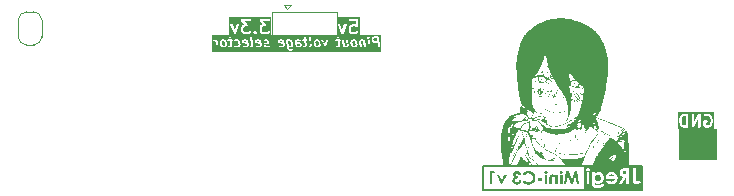
<source format=gbr>
%TF.GenerationSoftware,KiCad,Pcbnew,8.0.4*%
%TF.CreationDate,2024-09-17T16:59:45-03:00*%
%TF.ProjectId,Mini-C3,4d696e69-2d43-4332-9e6b-696361645f70,rev?*%
%TF.SameCoordinates,Original*%
%TF.FileFunction,Legend,Bot*%
%TF.FilePolarity,Positive*%
%FSLAX46Y46*%
G04 Gerber Fmt 4.6, Leading zero omitted, Abs format (unit mm)*
G04 Created by KiCad (PCBNEW 8.0.4) date 2024-09-17 16:59:45*
%MOMM*%
%LPD*%
G01*
G04 APERTURE LIST*
%ADD10C,0.100000*%
%ADD11C,0.200000*%
%ADD12C,0.150000*%
%ADD13C,0.275000*%
%ADD14C,0.120000*%
%ADD15C,0.000000*%
G04 APERTURE END LIST*
D10*
X166205000Y-97700000D02*
X169420000Y-97700000D01*
X169420000Y-100225000D01*
X166205000Y-100225000D01*
X166205000Y-97700000D01*
G36*
X166205000Y-97700000D02*
G01*
X169420000Y-97700000D01*
X169420000Y-100225000D01*
X166205000Y-100225000D01*
X166205000Y-97700000D01*
G37*
D11*
X149626574Y-100800000D02*
X163151574Y-100800000D01*
X163151574Y-102800000D01*
X149626574Y-102800000D01*
X149626574Y-100800000D01*
D12*
G36*
X133346482Y-90262306D02*
G01*
X133373188Y-90286044D01*
X133406324Y-90339061D01*
X133430551Y-90532880D01*
X133413261Y-90578988D01*
X133397955Y-90596482D01*
X133355183Y-90619295D01*
X133238316Y-90619295D01*
X133209897Y-90605921D01*
X133164275Y-90240951D01*
X133173633Y-90235961D01*
X133290500Y-90235961D01*
X133346482Y-90262306D01*
G37*
G36*
X127746482Y-90262306D02*
G01*
X127773188Y-90286044D01*
X127806324Y-90339061D01*
X127830551Y-90532880D01*
X127813261Y-90578988D01*
X127797955Y-90596482D01*
X127755183Y-90619295D01*
X127676411Y-90619295D01*
X127620426Y-90592949D01*
X127593722Y-90569212D01*
X127560585Y-90516193D01*
X127536358Y-90322374D01*
X127553648Y-90276268D01*
X127568957Y-90258773D01*
X127611729Y-90235961D01*
X127690500Y-90235961D01*
X127746482Y-90262306D01*
G37*
G36*
X129602979Y-90257521D02*
G01*
X129630134Y-90300966D01*
X129634286Y-90334186D01*
X129398756Y-90288229D01*
X129398262Y-90284278D01*
X129410402Y-90251906D01*
X129440300Y-90235961D01*
X129557166Y-90235961D01*
X129602979Y-90257521D01*
G37*
G36*
X130707741Y-90257521D02*
G01*
X130734896Y-90300966D01*
X130739048Y-90334186D01*
X130503518Y-90288229D01*
X130503024Y-90284278D01*
X130515164Y-90251906D01*
X130545062Y-90235961D01*
X130661928Y-90235961D01*
X130707741Y-90257521D01*
G37*
G36*
X132650598Y-90257521D02*
G01*
X132677753Y-90300966D01*
X132681905Y-90334186D01*
X132446375Y-90288229D01*
X132445881Y-90284278D01*
X132458021Y-90251906D01*
X132487919Y-90235961D01*
X132604785Y-90235961D01*
X132650598Y-90257521D01*
G37*
G36*
X134126790Y-90486092D02*
G01*
X134153944Y-90529538D01*
X134159123Y-90570976D01*
X134146983Y-90603350D01*
X134117088Y-90619295D01*
X133962126Y-90619295D01*
X133933707Y-90605921D01*
X133916034Y-90464533D01*
X134080977Y-90464533D01*
X134126790Y-90486092D01*
G37*
G36*
X135670293Y-90262306D02*
G01*
X135696999Y-90286044D01*
X135730135Y-90339061D01*
X135754362Y-90532880D01*
X135737072Y-90578988D01*
X135721766Y-90596482D01*
X135678994Y-90619295D01*
X135600222Y-90619295D01*
X135544237Y-90592949D01*
X135517533Y-90569212D01*
X135484396Y-90516193D01*
X135460169Y-90322374D01*
X135477459Y-90276268D01*
X135492768Y-90258773D01*
X135535540Y-90235961D01*
X135614311Y-90235961D01*
X135670293Y-90262306D01*
G37*
G36*
X138794104Y-90262306D02*
G01*
X138820810Y-90286044D01*
X138853946Y-90339061D01*
X138878173Y-90532880D01*
X138860883Y-90578988D01*
X138845577Y-90596482D01*
X138802805Y-90619295D01*
X138724033Y-90619295D01*
X138668048Y-90592949D01*
X138641344Y-90569212D01*
X138608207Y-90516193D01*
X138583980Y-90322374D01*
X138601270Y-90276268D01*
X138616579Y-90258773D01*
X138659351Y-90235961D01*
X138738122Y-90235961D01*
X138794104Y-90262306D01*
G37*
G36*
X140708023Y-90238342D02*
G01*
X140504985Y-90238342D01*
X140449002Y-90211997D01*
X140422297Y-90188259D01*
X140389160Y-90135241D01*
X140379218Y-90055708D01*
X140396508Y-90009601D01*
X140411817Y-89992105D01*
X140454588Y-89969295D01*
X140674392Y-89969295D01*
X140708023Y-90238342D01*
G37*
G36*
X141004296Y-91124850D02*
G01*
X126706721Y-91124850D01*
X126706721Y-90146329D01*
X126795610Y-90146329D01*
X126795610Y-90175593D01*
X126806809Y-90202629D01*
X126827501Y-90223321D01*
X126854537Y-90234520D01*
X126869169Y-90235961D01*
X126928595Y-90235961D01*
X126984577Y-90262306D01*
X127011283Y-90286044D01*
X127044419Y-90339062D01*
X127089986Y-90703597D01*
X127093231Y-90717937D01*
X127107697Y-90743376D01*
X127130795Y-90761341D01*
X127159012Y-90769100D01*
X127188050Y-90765471D01*
X127213488Y-90751005D01*
X127231454Y-90727906D01*
X127239213Y-90699690D01*
X127238828Y-90684992D01*
X127191698Y-90307947D01*
X127384840Y-90307947D01*
X127385225Y-90322644D01*
X127413796Y-90551217D01*
X127417041Y-90565557D01*
X127417822Y-90566931D01*
X127418084Y-90568492D01*
X127424617Y-90581664D01*
X127472236Y-90657854D01*
X127475262Y-90661779D01*
X127476029Y-90663361D01*
X127478759Y-90666315D01*
X127481213Y-90669498D01*
X127482642Y-90670517D01*
X127486008Y-90674159D01*
X127528865Y-90712255D01*
X127532939Y-90715216D01*
X127534133Y-90716528D01*
X127537546Y-90718564D01*
X127540758Y-90720899D01*
X127542430Y-90721479D01*
X127546759Y-90724062D01*
X127627712Y-90762157D01*
X127641565Y-90767083D01*
X127643356Y-90767167D01*
X127645014Y-90767854D01*
X127659646Y-90769295D01*
X127773932Y-90769295D01*
X127788564Y-90767854D01*
X127791968Y-90766443D01*
X127795637Y-90766086D01*
X127809226Y-90760471D01*
X127880654Y-90722376D01*
X127889756Y-90716306D01*
X127891084Y-90715650D01*
X127891925Y-90714860D01*
X127892887Y-90714219D01*
X127893829Y-90713073D01*
X127901804Y-90705587D01*
X127935137Y-90667491D01*
X127941385Y-90658751D01*
X127942430Y-90657633D01*
X127942970Y-90656533D01*
X127943688Y-90655530D01*
X127944181Y-90654070D01*
X127948917Y-90644439D01*
X127977489Y-90568249D01*
X127981278Y-90554043D01*
X127981161Y-90550615D01*
X127982071Y-90547309D01*
X127981686Y-90532611D01*
X127953114Y-90304039D01*
X127949869Y-90289699D01*
X127949087Y-90288324D01*
X127948826Y-90286764D01*
X127942293Y-90273592D01*
X127894674Y-90197402D01*
X127891646Y-90193475D01*
X127890880Y-90191894D01*
X127888150Y-90188940D01*
X127885697Y-90185758D01*
X127884266Y-90184738D01*
X127880901Y-90181096D01*
X127841788Y-90146329D01*
X128014658Y-90146329D01*
X128014658Y-90175593D01*
X128025857Y-90202629D01*
X128046549Y-90223321D01*
X128073585Y-90234520D01*
X128088217Y-90235961D01*
X128212485Y-90235961D01*
X128254362Y-90570975D01*
X128242221Y-90603350D01*
X128212326Y-90619295D01*
X128154884Y-90619295D01*
X128140252Y-90620736D01*
X128113216Y-90631935D01*
X128092524Y-90652627D01*
X128081325Y-90679663D01*
X128081325Y-90708927D01*
X128092524Y-90735963D01*
X128113216Y-90756655D01*
X128140252Y-90767854D01*
X128154884Y-90769295D01*
X128231075Y-90769295D01*
X128245707Y-90767854D01*
X128249111Y-90766443D01*
X128252780Y-90766086D01*
X128266369Y-90760471D01*
X128337797Y-90722376D01*
X128344474Y-90717923D01*
X128346262Y-90717111D01*
X128347202Y-90716104D01*
X128350030Y-90714219D01*
X128357840Y-90704718D01*
X128366241Y-90695729D01*
X128367741Y-90692677D01*
X128368615Y-90691615D01*
X128369185Y-90689739D01*
X128372728Y-90682535D01*
X128401300Y-90606344D01*
X128405088Y-90592137D01*
X128404971Y-90588710D01*
X128405881Y-90585404D01*
X128405496Y-90570706D01*
X128363653Y-90235961D01*
X128392979Y-90235961D01*
X128407611Y-90234520D01*
X128434647Y-90223321D01*
X128455339Y-90202629D01*
X128459892Y-90191637D01*
X128551680Y-90191637D01*
X128554521Y-90220763D01*
X128568293Y-90246584D01*
X128590897Y-90265169D01*
X128618892Y-90273689D01*
X128648018Y-90270848D01*
X128661607Y-90265233D01*
X128716490Y-90235961D01*
X128833357Y-90235961D01*
X128889339Y-90262306D01*
X128916045Y-90286044D01*
X128949181Y-90339061D01*
X128973408Y-90532880D01*
X128956118Y-90578988D01*
X128940812Y-90596482D01*
X128898040Y-90619295D01*
X128781173Y-90619295D01*
X128715389Y-90588338D01*
X128701537Y-90583412D01*
X128672305Y-90582033D01*
X128644772Y-90591946D01*
X128623127Y-90611640D01*
X128610667Y-90638118D01*
X128609288Y-90667350D01*
X128619201Y-90694883D01*
X128638895Y-90716528D01*
X128651521Y-90724062D01*
X128732474Y-90762157D01*
X128746327Y-90767083D01*
X128748118Y-90767167D01*
X128749776Y-90767854D01*
X128764408Y-90769295D01*
X128916789Y-90769295D01*
X128931421Y-90767854D01*
X128934825Y-90766443D01*
X128938494Y-90766086D01*
X128952083Y-90760471D01*
X129023511Y-90722376D01*
X129032613Y-90716306D01*
X129033941Y-90715650D01*
X129034782Y-90714860D01*
X129035744Y-90714219D01*
X129036686Y-90713073D01*
X129044661Y-90705587D01*
X129077994Y-90667491D01*
X129084242Y-90658751D01*
X129085287Y-90657633D01*
X129085827Y-90656533D01*
X129086545Y-90655530D01*
X129087038Y-90654070D01*
X129091774Y-90644439D01*
X129120346Y-90568249D01*
X129124135Y-90554043D01*
X129124018Y-90550615D01*
X129124928Y-90547309D01*
X129124543Y-90532611D01*
X129095971Y-90304039D01*
X129092726Y-90289699D01*
X129091944Y-90288324D01*
X129091683Y-90286764D01*
X129085150Y-90273592D01*
X129082812Y-90269852D01*
X129246744Y-90269852D01*
X129247129Y-90284550D01*
X129256653Y-90360741D01*
X129259898Y-90375081D01*
X129261317Y-90377576D01*
X129261888Y-90380392D01*
X129268507Y-90390221D01*
X129274364Y-90400519D01*
X129276630Y-90402282D01*
X129278235Y-90404664D01*
X129288108Y-90411209D01*
X129297463Y-90418485D01*
X129300233Y-90419246D01*
X129302626Y-90420833D01*
X129316711Y-90425050D01*
X129653867Y-90490836D01*
X129663884Y-90570975D01*
X129651744Y-90603350D01*
X129621849Y-90619295D01*
X129504982Y-90619295D01*
X129439198Y-90588338D01*
X129425346Y-90583412D01*
X129396114Y-90582033D01*
X129368581Y-90591946D01*
X129346936Y-90611640D01*
X129334476Y-90638118D01*
X129333097Y-90667350D01*
X129343010Y-90694883D01*
X129362704Y-90716528D01*
X129375330Y-90724062D01*
X129456283Y-90762157D01*
X129470136Y-90767083D01*
X129471927Y-90767167D01*
X129473585Y-90767854D01*
X129488217Y-90769295D01*
X129640598Y-90769295D01*
X129655230Y-90767854D01*
X129658634Y-90766443D01*
X129662303Y-90766086D01*
X129675892Y-90760471D01*
X129747320Y-90722376D01*
X129753997Y-90717923D01*
X129755785Y-90717111D01*
X129756725Y-90716104D01*
X129759553Y-90714219D01*
X129767363Y-90704718D01*
X129775764Y-90695729D01*
X129777264Y-90692677D01*
X129778138Y-90691615D01*
X129778708Y-90689739D01*
X129780117Y-90686875D01*
X129946919Y-90686875D01*
X129949760Y-90716000D01*
X129963532Y-90741822D01*
X129986136Y-90760407D01*
X130014131Y-90768927D01*
X130043256Y-90766086D01*
X130056845Y-90760471D01*
X130128273Y-90722376D01*
X130134950Y-90717923D01*
X130136738Y-90717111D01*
X130137678Y-90716104D01*
X130140506Y-90714219D01*
X130148316Y-90704718D01*
X130156717Y-90695729D01*
X130158217Y-90692677D01*
X130159091Y-90691615D01*
X130159661Y-90689739D01*
X130163204Y-90682535D01*
X130191776Y-90606344D01*
X130195564Y-90592137D01*
X130195447Y-90588710D01*
X130196357Y-90585404D01*
X130195972Y-90570706D01*
X130158365Y-90269852D01*
X130351506Y-90269852D01*
X130351891Y-90284550D01*
X130361415Y-90360741D01*
X130364660Y-90375081D01*
X130366079Y-90377576D01*
X130366650Y-90380392D01*
X130373269Y-90390221D01*
X130379126Y-90400519D01*
X130381392Y-90402282D01*
X130382997Y-90404664D01*
X130392870Y-90411209D01*
X130402225Y-90418485D01*
X130404995Y-90419246D01*
X130407388Y-90420833D01*
X130421473Y-90425050D01*
X130758629Y-90490836D01*
X130768646Y-90570975D01*
X130756506Y-90603350D01*
X130726611Y-90619295D01*
X130609744Y-90619295D01*
X130543960Y-90588338D01*
X130530108Y-90583412D01*
X130500876Y-90582033D01*
X130473343Y-90591946D01*
X130451698Y-90611640D01*
X130439238Y-90638118D01*
X130437859Y-90667350D01*
X130447772Y-90694883D01*
X130467466Y-90716528D01*
X130480092Y-90724062D01*
X130561045Y-90762157D01*
X130574898Y-90767083D01*
X130576689Y-90767167D01*
X130578347Y-90767854D01*
X130592979Y-90769295D01*
X130745360Y-90769295D01*
X130759992Y-90767854D01*
X130763396Y-90766443D01*
X130767065Y-90766086D01*
X130780654Y-90760471D01*
X130852082Y-90722376D01*
X130858759Y-90717923D01*
X130860547Y-90717111D01*
X130861487Y-90716104D01*
X130864315Y-90714219D01*
X130872125Y-90704718D01*
X130880526Y-90695729D01*
X130882026Y-90692677D01*
X130882900Y-90691615D01*
X130883470Y-90689739D01*
X130887013Y-90682535D01*
X130915585Y-90606344D01*
X130919373Y-90592137D01*
X130919256Y-90588711D01*
X130920166Y-90585405D01*
X130919781Y-90570707D01*
X130881686Y-90265944D01*
X130878441Y-90251604D01*
X130877659Y-90250229D01*
X130877398Y-90248668D01*
X130870865Y-90235497D01*
X130843452Y-90191638D01*
X131065966Y-90191638D01*
X131068808Y-90220763D01*
X131082579Y-90246584D01*
X131105184Y-90265169D01*
X131133179Y-90273689D01*
X131162304Y-90270847D01*
X131175893Y-90265233D01*
X131230776Y-90235961D01*
X131309547Y-90235961D01*
X131355360Y-90257521D01*
X131382514Y-90300966D01*
X131382932Y-90304308D01*
X131370792Y-90336682D01*
X131340895Y-90352628D01*
X131245360Y-90352628D01*
X131230728Y-90354069D01*
X131227323Y-90355479D01*
X131223655Y-90355837D01*
X131210067Y-90361451D01*
X131138637Y-90399546D01*
X131131956Y-90404000D01*
X131130172Y-90404812D01*
X131129232Y-90405817D01*
X131126405Y-90407703D01*
X131118589Y-90417207D01*
X131110193Y-90426195D01*
X131108694Y-90429243D01*
X131107819Y-90430308D01*
X131107247Y-90432185D01*
X131103706Y-90439389D01*
X131075135Y-90515580D01*
X131071347Y-90529787D01*
X131071463Y-90533212D01*
X131070554Y-90536519D01*
X131070939Y-90551217D01*
X131075701Y-90589311D01*
X131078946Y-90603652D01*
X131079727Y-90605026D01*
X131079989Y-90606587D01*
X131086522Y-90619759D01*
X131134141Y-90695950D01*
X131143118Y-90707594D01*
X131148628Y-90711523D01*
X131153181Y-90716527D01*
X131165806Y-90724061D01*
X131246759Y-90762157D01*
X131260611Y-90767083D01*
X131262403Y-90767167D01*
X131264061Y-90767854D01*
X131278693Y-90769295D01*
X131431074Y-90769295D01*
X131445706Y-90767854D01*
X131449110Y-90766443D01*
X131452779Y-90766086D01*
X131466368Y-90760472D01*
X131537797Y-90722376D01*
X131550030Y-90714219D01*
X131568615Y-90691615D01*
X131577135Y-90663620D01*
X131574294Y-90634495D01*
X131560523Y-90608674D01*
X131537919Y-90590088D01*
X131509924Y-90581568D01*
X131480798Y-90584409D01*
X131467210Y-90590023D01*
X131412324Y-90619295D01*
X131295458Y-90619295D01*
X131249644Y-90597736D01*
X131222490Y-90554289D01*
X131222072Y-90550946D01*
X131234212Y-90518573D01*
X131264109Y-90502628D01*
X131359645Y-90502628D01*
X131374277Y-90501187D01*
X131377681Y-90499776D01*
X131381350Y-90499419D01*
X131394939Y-90493805D01*
X131466368Y-90455709D01*
X131473045Y-90451256D01*
X131474833Y-90450444D01*
X131475773Y-90449437D01*
X131478601Y-90447552D01*
X131486415Y-90438047D01*
X131494812Y-90429061D01*
X131496310Y-90426012D01*
X131497186Y-90424948D01*
X131497757Y-90423070D01*
X131501299Y-90415867D01*
X131529870Y-90339676D01*
X131533658Y-90325469D01*
X131533541Y-90322044D01*
X131534451Y-90318738D01*
X131534066Y-90304041D01*
X131529793Y-90269852D01*
X132294363Y-90269852D01*
X132294748Y-90284550D01*
X132304272Y-90360741D01*
X132307517Y-90375081D01*
X132308936Y-90377576D01*
X132309507Y-90380392D01*
X132316126Y-90390221D01*
X132321983Y-90400519D01*
X132324249Y-90402282D01*
X132325854Y-90404664D01*
X132335727Y-90411209D01*
X132345082Y-90418485D01*
X132347852Y-90419246D01*
X132350245Y-90420833D01*
X132364330Y-90425050D01*
X132701486Y-90490836D01*
X132711503Y-90570975D01*
X132699363Y-90603350D01*
X132669468Y-90619295D01*
X132552601Y-90619295D01*
X132486817Y-90588338D01*
X132472965Y-90583412D01*
X132443733Y-90582033D01*
X132416200Y-90591946D01*
X132394555Y-90611640D01*
X132382095Y-90638118D01*
X132380716Y-90667350D01*
X132390629Y-90694883D01*
X132410323Y-90716528D01*
X132422949Y-90724062D01*
X132503902Y-90762157D01*
X132517755Y-90767083D01*
X132519546Y-90767167D01*
X132521204Y-90767854D01*
X132535836Y-90769295D01*
X132688217Y-90769295D01*
X132702849Y-90767854D01*
X132706253Y-90766443D01*
X132709922Y-90766086D01*
X132723511Y-90760471D01*
X132794939Y-90722376D01*
X132801616Y-90717923D01*
X132803404Y-90717111D01*
X132804344Y-90716104D01*
X132807172Y-90714219D01*
X132814982Y-90704718D01*
X132823383Y-90695729D01*
X132824883Y-90692677D01*
X132825757Y-90691615D01*
X132826327Y-90689739D01*
X132829870Y-90682535D01*
X132858442Y-90606344D01*
X132862230Y-90592137D01*
X132862113Y-90588711D01*
X132863023Y-90585405D01*
X132862638Y-90570707D01*
X132824543Y-90265944D01*
X132821298Y-90251604D01*
X132820516Y-90250229D01*
X132820255Y-90248668D01*
X132813722Y-90235497D01*
X132766101Y-90159306D01*
X132763218Y-90155566D01*
X133003887Y-90155566D01*
X133004272Y-90170264D01*
X133085225Y-90817883D01*
X133088470Y-90832223D01*
X133089251Y-90833597D01*
X133089513Y-90835158D01*
X133096046Y-90848330D01*
X133143665Y-90924521D01*
X133146692Y-90928447D01*
X133147459Y-90930029D01*
X133150188Y-90932982D01*
X133152642Y-90936165D01*
X133154072Y-90937184D01*
X133157438Y-90940827D01*
X133200295Y-90978922D01*
X133204371Y-90981884D01*
X133205562Y-90983193D01*
X133208971Y-90985227D01*
X133212189Y-90987566D01*
X133213863Y-90988146D01*
X133218187Y-90990727D01*
X133299140Y-91028823D01*
X133312992Y-91033749D01*
X133314784Y-91033833D01*
X133316442Y-91034520D01*
X133331074Y-91035961D01*
X133445360Y-91035961D01*
X133459992Y-91034520D01*
X133463396Y-91033109D01*
X133467065Y-91032752D01*
X133480654Y-91027138D01*
X133552083Y-90989042D01*
X133564316Y-90980885D01*
X133582901Y-90958281D01*
X133591421Y-90930286D01*
X133588580Y-90901161D01*
X133574809Y-90875340D01*
X133552205Y-90856754D01*
X133524210Y-90848234D01*
X133495084Y-90851075D01*
X133481496Y-90856689D01*
X133426610Y-90885961D01*
X133347839Y-90885961D01*
X133291856Y-90859616D01*
X133265151Y-90835878D01*
X133232014Y-90782860D01*
X133230319Y-90769295D01*
X133373932Y-90769295D01*
X133388564Y-90767854D01*
X133391968Y-90766443D01*
X133395637Y-90766086D01*
X133409226Y-90760471D01*
X133480654Y-90722376D01*
X133489756Y-90716306D01*
X133491084Y-90715650D01*
X133491925Y-90714860D01*
X133492887Y-90714219D01*
X133493829Y-90713073D01*
X133501804Y-90705587D01*
X133535137Y-90667491D01*
X133541385Y-90658751D01*
X133542430Y-90657633D01*
X133542970Y-90656533D01*
X133543688Y-90655530D01*
X133544181Y-90654070D01*
X133548917Y-90644439D01*
X133577489Y-90568249D01*
X133581278Y-90554043D01*
X133581161Y-90550615D01*
X133582071Y-90547309D01*
X133581686Y-90532611D01*
X133553114Y-90304039D01*
X133549869Y-90289699D01*
X133549087Y-90288324D01*
X133548826Y-90286764D01*
X133542293Y-90273592D01*
X133539955Y-90269852D01*
X133741983Y-90269852D01*
X133742368Y-90284550D01*
X133794749Y-90703597D01*
X133797994Y-90717938D01*
X133812460Y-90743376D01*
X133835559Y-90761342D01*
X133863775Y-90769101D01*
X133892813Y-90765471D01*
X133905335Y-90758349D01*
X133913427Y-90762157D01*
X133927280Y-90767083D01*
X133929071Y-90767167D01*
X133930729Y-90767854D01*
X133945361Y-90769295D01*
X134135837Y-90769295D01*
X134150469Y-90767854D01*
X134153873Y-90766443D01*
X134157542Y-90766086D01*
X134171131Y-90760471D01*
X134242559Y-90722376D01*
X134249236Y-90717923D01*
X134251024Y-90717111D01*
X134251964Y-90716104D01*
X134254792Y-90714219D01*
X134262602Y-90704718D01*
X134271003Y-90695729D01*
X134272503Y-90692677D01*
X134273377Y-90691615D01*
X134273947Y-90689739D01*
X134277490Y-90682535D01*
X134306062Y-90606344D01*
X134309850Y-90592137D01*
X134309733Y-90588710D01*
X134310643Y-90585404D01*
X134310258Y-90570706D01*
X134300734Y-90494516D01*
X134297489Y-90480176D01*
X134296707Y-90478801D01*
X134296446Y-90477241D01*
X134289913Y-90464069D01*
X134242294Y-90387878D01*
X134233317Y-90376234D01*
X134227808Y-90372305D01*
X134223255Y-90367301D01*
X134210629Y-90359767D01*
X134129677Y-90321672D01*
X134115824Y-90316745D01*
X134114031Y-90316660D01*
X134112374Y-90315974D01*
X134097742Y-90314533D01*
X133924030Y-90314533D01*
X133895612Y-90301160D01*
X133893501Y-90284278D01*
X133905641Y-90251906D01*
X133935539Y-90235961D01*
X134052405Y-90235961D01*
X134118187Y-90266918D01*
X134132039Y-90271845D01*
X134161271Y-90273224D01*
X134188804Y-90263312D01*
X134210449Y-90243618D01*
X134222910Y-90217140D01*
X134224289Y-90187908D01*
X134214377Y-90160375D01*
X134201597Y-90146329D01*
X134338468Y-90146329D01*
X134338468Y-90175593D01*
X134349667Y-90202629D01*
X134370359Y-90223321D01*
X134397395Y-90234520D01*
X134412027Y-90235961D01*
X134536295Y-90235961D01*
X134578172Y-90570975D01*
X134566031Y-90603350D01*
X134536136Y-90619295D01*
X134478694Y-90619295D01*
X134464062Y-90620736D01*
X134437026Y-90631935D01*
X134416334Y-90652627D01*
X134405135Y-90679663D01*
X134405135Y-90708927D01*
X134416334Y-90735963D01*
X134437026Y-90756655D01*
X134464062Y-90767854D01*
X134478694Y-90769295D01*
X134554885Y-90769295D01*
X134569517Y-90767854D01*
X134572921Y-90766443D01*
X134576590Y-90766086D01*
X134590179Y-90760471D01*
X134661607Y-90722376D01*
X134668284Y-90717923D01*
X134670072Y-90717111D01*
X134671012Y-90716104D01*
X134673840Y-90714219D01*
X134681650Y-90704718D01*
X134690051Y-90695729D01*
X134691551Y-90692677D01*
X134692425Y-90691615D01*
X134692995Y-90689739D01*
X134694404Y-90686875D01*
X134899301Y-90686875D01*
X134902142Y-90716000D01*
X134915914Y-90741822D01*
X134938518Y-90760407D01*
X134966513Y-90768927D01*
X134995638Y-90766086D01*
X135009227Y-90760471D01*
X135080655Y-90722376D01*
X135087332Y-90717923D01*
X135089120Y-90717111D01*
X135090060Y-90716104D01*
X135092888Y-90714219D01*
X135100698Y-90704718D01*
X135109099Y-90695729D01*
X135110599Y-90692677D01*
X135111473Y-90691615D01*
X135112043Y-90689739D01*
X135115586Y-90682535D01*
X135144158Y-90606344D01*
X135147946Y-90592137D01*
X135147829Y-90588710D01*
X135148739Y-90585404D01*
X135148354Y-90570706D01*
X135115509Y-90307947D01*
X135308651Y-90307947D01*
X135309036Y-90322644D01*
X135337607Y-90551217D01*
X135340852Y-90565557D01*
X135341633Y-90566931D01*
X135341895Y-90568492D01*
X135348428Y-90581664D01*
X135396047Y-90657854D01*
X135399073Y-90661779D01*
X135399840Y-90663361D01*
X135402570Y-90666315D01*
X135405024Y-90669498D01*
X135406453Y-90670517D01*
X135409819Y-90674159D01*
X135452676Y-90712255D01*
X135456750Y-90715216D01*
X135457944Y-90716528D01*
X135461357Y-90718564D01*
X135464569Y-90720899D01*
X135466241Y-90721479D01*
X135470570Y-90724062D01*
X135551523Y-90762157D01*
X135565376Y-90767083D01*
X135567167Y-90767167D01*
X135568825Y-90767854D01*
X135583457Y-90769295D01*
X135697743Y-90769295D01*
X135712375Y-90767854D01*
X135715779Y-90766443D01*
X135719448Y-90766086D01*
X135733037Y-90760471D01*
X135804465Y-90722376D01*
X135813567Y-90716306D01*
X135814895Y-90715650D01*
X135815736Y-90714860D01*
X135816698Y-90714219D01*
X135817640Y-90713073D01*
X135825615Y-90705587D01*
X135858948Y-90667491D01*
X135865196Y-90658751D01*
X135866241Y-90657633D01*
X135866781Y-90656533D01*
X135867499Y-90655530D01*
X135867992Y-90654070D01*
X135872728Y-90644439D01*
X135901300Y-90568249D01*
X135905089Y-90554043D01*
X135904972Y-90550615D01*
X135905882Y-90547309D01*
X135905497Y-90532611D01*
X135876925Y-90304039D01*
X135873680Y-90289699D01*
X135872898Y-90288324D01*
X135872637Y-90286764D01*
X135866104Y-90273592D01*
X135818485Y-90197402D01*
X135815457Y-90193475D01*
X135814691Y-90191894D01*
X135811961Y-90188940D01*
X135809508Y-90185758D01*
X135808077Y-90184738D01*
X135804712Y-90181096D01*
X135770304Y-90150511D01*
X135975856Y-90150511D01*
X135977510Y-90179728D01*
X135982566Y-90193533D01*
X136239710Y-90726868D01*
X136247362Y-90739422D01*
X136250414Y-90742147D01*
X136252577Y-90745617D01*
X136261240Y-90751812D01*
X136269192Y-90758912D01*
X136273053Y-90760261D01*
X136276380Y-90762640D01*
X136286754Y-90765048D01*
X136296817Y-90768564D01*
X136300903Y-90768332D01*
X136304886Y-90769257D01*
X136315387Y-90767512D01*
X136326034Y-90766910D01*
X136329722Y-90765131D01*
X136333754Y-90764462D01*
X136342790Y-90758830D01*
X136352394Y-90754200D01*
X136355119Y-90751147D01*
X136358589Y-90748985D01*
X136364784Y-90740321D01*
X136371883Y-90732371D01*
X136373232Y-90728509D01*
X136375612Y-90725182D01*
X136380324Y-90711255D01*
X136504133Y-90177921D01*
X136506038Y-90163342D01*
X136503212Y-90146329D01*
X137157517Y-90146329D01*
X137157517Y-90175593D01*
X137168716Y-90202629D01*
X137189408Y-90223321D01*
X137216444Y-90234520D01*
X137231076Y-90235961D01*
X137355344Y-90235961D01*
X137397221Y-90570975D01*
X137385080Y-90603350D01*
X137355185Y-90619295D01*
X137297743Y-90619295D01*
X137283111Y-90620736D01*
X137256075Y-90631935D01*
X137235383Y-90652627D01*
X137224184Y-90679663D01*
X137224184Y-90708927D01*
X137235383Y-90735963D01*
X137256075Y-90756655D01*
X137283111Y-90767854D01*
X137297743Y-90769295D01*
X137373934Y-90769295D01*
X137388566Y-90767854D01*
X137391970Y-90766443D01*
X137395639Y-90766086D01*
X137409228Y-90760471D01*
X137480656Y-90722376D01*
X137487333Y-90717923D01*
X137489121Y-90717111D01*
X137490061Y-90716104D01*
X137492889Y-90714219D01*
X137500699Y-90704718D01*
X137509100Y-90695729D01*
X137510600Y-90692677D01*
X137511474Y-90691615D01*
X137512044Y-90689739D01*
X137515587Y-90682535D01*
X137544159Y-90606344D01*
X137547947Y-90592137D01*
X137547830Y-90588710D01*
X137548740Y-90585404D01*
X137548355Y-90570706D01*
X137506512Y-90235961D01*
X137535838Y-90235961D01*
X137550470Y-90234520D01*
X137577506Y-90223321D01*
X137598198Y-90202629D01*
X137609397Y-90175593D01*
X137609397Y-90155566D01*
X137727699Y-90155566D01*
X137728084Y-90170264D01*
X137794751Y-90703598D01*
X137797996Y-90717938D01*
X137812462Y-90743377D01*
X137835561Y-90761342D01*
X137863777Y-90769101D01*
X137892815Y-90765472D01*
X137918253Y-90751006D01*
X137920818Y-90747707D01*
X137951524Y-90762157D01*
X137965377Y-90767083D01*
X137967168Y-90767167D01*
X137968826Y-90767854D01*
X137983458Y-90769295D01*
X138097744Y-90769295D01*
X138112376Y-90767854D01*
X138115780Y-90766443D01*
X138119449Y-90766086D01*
X138133038Y-90760471D01*
X138204466Y-90722376D01*
X138211143Y-90717923D01*
X138212931Y-90717111D01*
X138213871Y-90716104D01*
X138216699Y-90714219D01*
X138224509Y-90704718D01*
X138232910Y-90695729D01*
X138234410Y-90692677D01*
X138235284Y-90691615D01*
X138235854Y-90689739D01*
X138239397Y-90682535D01*
X138267969Y-90606344D01*
X138271757Y-90592137D01*
X138271640Y-90588710D01*
X138272550Y-90585404D01*
X138272165Y-90570706D01*
X138239320Y-90307947D01*
X138432462Y-90307947D01*
X138432847Y-90322644D01*
X138461418Y-90551217D01*
X138464663Y-90565557D01*
X138465444Y-90566931D01*
X138465706Y-90568492D01*
X138472239Y-90581664D01*
X138519858Y-90657854D01*
X138522884Y-90661779D01*
X138523651Y-90663361D01*
X138526381Y-90666315D01*
X138528835Y-90669498D01*
X138530264Y-90670517D01*
X138533630Y-90674159D01*
X138576487Y-90712255D01*
X138580561Y-90715216D01*
X138581755Y-90716528D01*
X138585168Y-90718564D01*
X138588380Y-90720899D01*
X138590052Y-90721479D01*
X138594381Y-90724062D01*
X138675334Y-90762157D01*
X138689187Y-90767083D01*
X138690978Y-90767167D01*
X138692636Y-90767854D01*
X138707268Y-90769295D01*
X138821554Y-90769295D01*
X138836186Y-90767854D01*
X138839590Y-90766443D01*
X138843259Y-90766086D01*
X138856848Y-90760471D01*
X138928276Y-90722376D01*
X138937378Y-90716306D01*
X138938706Y-90715650D01*
X138939547Y-90714860D01*
X138940509Y-90714219D01*
X138941451Y-90713073D01*
X138949426Y-90705587D01*
X138982759Y-90667491D01*
X138989007Y-90658751D01*
X138990052Y-90657633D01*
X138990592Y-90656533D01*
X138991310Y-90655530D01*
X138991803Y-90654070D01*
X138996539Y-90644439D01*
X139025111Y-90568249D01*
X139028900Y-90554043D01*
X139028783Y-90550615D01*
X139029693Y-90547309D01*
X139029308Y-90532611D01*
X139000736Y-90304039D01*
X138997491Y-90289699D01*
X138996709Y-90288324D01*
X138996448Y-90286764D01*
X138989915Y-90273592D01*
X138987577Y-90269852D01*
X139189605Y-90269852D01*
X139189990Y-90284550D01*
X139242371Y-90703597D01*
X139245616Y-90717938D01*
X139260082Y-90743376D01*
X139283181Y-90761342D01*
X139311397Y-90769101D01*
X139340435Y-90765471D01*
X139365873Y-90751005D01*
X139383839Y-90727906D01*
X139391598Y-90699690D01*
X139391213Y-90684992D01*
X139341123Y-90284278D01*
X139353263Y-90251906D01*
X139383161Y-90235961D01*
X139461932Y-90235961D01*
X139517914Y-90262306D01*
X139531586Y-90274458D01*
X139585228Y-90703597D01*
X139588473Y-90717937D01*
X139602939Y-90743376D01*
X139626037Y-90761341D01*
X139654254Y-90769100D01*
X139683292Y-90765471D01*
X139708730Y-90751005D01*
X139726696Y-90727906D01*
X139734455Y-90699690D01*
X139734070Y-90684992D01*
X139667892Y-90155566D01*
X139899129Y-90155566D01*
X139899514Y-90170264D01*
X139966180Y-90703597D01*
X139969425Y-90717937D01*
X139983891Y-90743376D01*
X140006989Y-90761341D01*
X140035206Y-90769100D01*
X140064244Y-90765471D01*
X140089682Y-90751005D01*
X140107648Y-90727906D01*
X140115407Y-90699690D01*
X140115022Y-90684992D01*
X140048356Y-90151658D01*
X140045111Y-90137318D01*
X140030645Y-90111880D01*
X140007547Y-90093914D01*
X139979330Y-90086155D01*
X139950292Y-90089785D01*
X139924854Y-90104251D01*
X139906888Y-90127349D01*
X139899129Y-90155566D01*
X139667892Y-90155566D01*
X139667404Y-90151658D01*
X139664159Y-90137318D01*
X139649693Y-90111880D01*
X139626595Y-90093914D01*
X139598378Y-90086155D01*
X139569340Y-90089785D01*
X139543902Y-90104251D01*
X139541336Y-90107549D01*
X139510632Y-90093100D01*
X139496780Y-90088173D01*
X139494985Y-90088088D01*
X139493329Y-90087402D01*
X139478697Y-90085961D01*
X139364411Y-90085961D01*
X139349779Y-90087402D01*
X139346372Y-90088813D01*
X139342705Y-90089171D01*
X139329116Y-90094785D01*
X139257688Y-90132881D01*
X139251008Y-90137335D01*
X139249225Y-90138146D01*
X139248286Y-90139150D01*
X139245456Y-90141038D01*
X139237644Y-90150538D01*
X139229245Y-90159528D01*
X139227743Y-90162581D01*
X139226871Y-90163643D01*
X139226301Y-90165515D01*
X139222758Y-90172722D01*
X139194187Y-90248912D01*
X139190398Y-90263118D01*
X139190514Y-90266545D01*
X139189605Y-90269852D01*
X138987577Y-90269852D01*
X138942296Y-90197402D01*
X138939268Y-90193475D01*
X138938502Y-90191894D01*
X138935772Y-90188940D01*
X138933319Y-90185758D01*
X138931888Y-90184738D01*
X138928523Y-90181096D01*
X138885666Y-90143001D01*
X138881591Y-90140039D01*
X138880400Y-90138730D01*
X138876990Y-90136695D01*
X138873773Y-90134357D01*
X138872097Y-90133775D01*
X138867774Y-90131196D01*
X138786822Y-90093100D01*
X138772970Y-90088173D01*
X138771175Y-90088088D01*
X138769519Y-90087402D01*
X138754887Y-90085961D01*
X138640601Y-90085961D01*
X138625969Y-90087402D01*
X138622562Y-90088813D01*
X138618895Y-90089171D01*
X138605306Y-90094785D01*
X138533878Y-90132881D01*
X138524778Y-90138948D01*
X138523450Y-90139606D01*
X138522607Y-90140396D01*
X138521646Y-90141038D01*
X138520705Y-90142182D01*
X138512730Y-90149668D01*
X138479396Y-90187763D01*
X138473148Y-90196502D01*
X138472101Y-90197623D01*
X138471559Y-90198724D01*
X138470845Y-90199724D01*
X138470353Y-90201178D01*
X138465614Y-90210818D01*
X138437043Y-90287008D01*
X138433255Y-90301214D01*
X138433371Y-90304640D01*
X138432462Y-90307947D01*
X138239320Y-90307947D01*
X138219784Y-90151658D01*
X138216539Y-90137318D01*
X138202073Y-90111880D01*
X138178974Y-90093914D01*
X138150758Y-90086155D01*
X138121720Y-90089785D01*
X138096282Y-90104251D01*
X138078316Y-90127350D01*
X138070557Y-90155566D01*
X138070942Y-90170264D01*
X138121031Y-90570975D01*
X138108890Y-90603350D01*
X138078995Y-90619295D01*
X138000223Y-90619295D01*
X137944238Y-90592949D01*
X137930568Y-90580798D01*
X137876926Y-90151658D01*
X137873681Y-90137318D01*
X137859215Y-90111880D01*
X137836116Y-90093914D01*
X137807900Y-90086155D01*
X137778862Y-90089785D01*
X137753424Y-90104251D01*
X137735458Y-90127350D01*
X137727699Y-90155566D01*
X137609397Y-90155566D01*
X137609397Y-90146329D01*
X137598198Y-90119293D01*
X137577506Y-90098601D01*
X137550470Y-90087402D01*
X137535838Y-90085961D01*
X137487761Y-90085961D01*
X137467351Y-89922684D01*
X139832899Y-89922684D01*
X139833852Y-89936993D01*
X139834695Y-89951316D01*
X139834825Y-89951584D01*
X139834845Y-89951882D01*
X139841212Y-89964758D01*
X139847462Y-89977648D01*
X139847729Y-89977937D01*
X139847817Y-89978114D01*
X139848212Y-89978459D01*
X139857441Y-89988446D01*
X139900298Y-90026541D01*
X139912192Y-90035185D01*
X139912473Y-90035282D01*
X139912698Y-90035479D01*
X139914779Y-90036182D01*
X139916514Y-90037532D01*
X139928299Y-90040772D01*
X139939839Y-90044776D01*
X139940136Y-90044758D01*
X139940419Y-90044854D01*
X139942609Y-90044707D01*
X139944730Y-90045291D01*
X139956855Y-90043775D01*
X139969051Y-90043058D01*
X139969319Y-90042927D01*
X139969617Y-90042908D01*
X139971587Y-90041933D01*
X139973768Y-90041661D01*
X139974436Y-90041281D01*
X140227700Y-90041281D01*
X140228085Y-90055979D01*
X140242371Y-90170263D01*
X140245616Y-90184604D01*
X140246397Y-90185978D01*
X140246659Y-90187539D01*
X140253192Y-90200711D01*
X140300811Y-90276902D01*
X140303838Y-90280828D01*
X140304605Y-90282410D01*
X140307334Y-90285363D01*
X140309788Y-90288546D01*
X140311218Y-90289565D01*
X140314584Y-90293208D01*
X140357441Y-90331303D01*
X140361517Y-90334265D01*
X140362708Y-90335574D01*
X140366117Y-90337608D01*
X140369335Y-90339947D01*
X140371009Y-90340527D01*
X140375333Y-90343108D01*
X140456286Y-90381204D01*
X140470138Y-90386130D01*
X140471930Y-90386214D01*
X140473588Y-90386901D01*
X140488220Y-90388342D01*
X140726773Y-90388342D01*
X140766180Y-90703598D01*
X140769425Y-90717938D01*
X140783891Y-90743376D01*
X140806990Y-90761342D01*
X140835206Y-90769101D01*
X140864244Y-90765471D01*
X140889682Y-90751005D01*
X140907648Y-90727907D01*
X140915407Y-90699690D01*
X140915022Y-90684993D01*
X140815022Y-89884992D01*
X140814160Y-89881182D01*
X140814160Y-89879663D01*
X140813402Y-89877833D01*
X140811777Y-89870652D01*
X140806807Y-89861914D01*
X140802961Y-89852627D01*
X140799635Y-89849301D01*
X140797311Y-89845214D01*
X140789377Y-89839043D01*
X140782269Y-89831935D01*
X140777924Y-89830135D01*
X140774212Y-89827248D01*
X140764519Y-89824582D01*
X140755233Y-89820736D01*
X140747907Y-89820014D01*
X140745996Y-89819489D01*
X140744486Y-89819677D01*
X140740601Y-89819295D01*
X140435839Y-89819295D01*
X140421207Y-89820736D01*
X140417802Y-89822146D01*
X140414134Y-89822504D01*
X140400545Y-89828118D01*
X140329117Y-89866214D01*
X140320017Y-89872281D01*
X140318688Y-89872939D01*
X140317845Y-89873730D01*
X140316884Y-89874371D01*
X140315942Y-89875515D01*
X140307968Y-89883001D01*
X140274634Y-89921096D01*
X140268383Y-89929839D01*
X140267339Y-89930957D01*
X140266798Y-89932055D01*
X140266083Y-89933057D01*
X140265590Y-89934513D01*
X140260852Y-89944151D01*
X140232281Y-90020342D01*
X140228493Y-90034549D01*
X140228609Y-90037974D01*
X140227700Y-90041281D01*
X139974436Y-90041281D01*
X139984385Y-90035623D01*
X139995383Y-90030291D01*
X139995580Y-90030068D01*
X139995849Y-90029936D01*
X139998096Y-90027825D01*
X139999206Y-90027195D01*
X140000389Y-90025673D01*
X140006568Y-90019873D01*
X140039901Y-89981778D01*
X140047808Y-89970717D01*
X140048158Y-89970324D01*
X140048222Y-89970137D01*
X140048452Y-89969817D01*
X140053034Y-89956268D01*
X140057749Y-89942677D01*
X140057731Y-89942378D01*
X140057827Y-89942096D01*
X140056876Y-89927849D01*
X140056031Y-89913464D01*
X140055899Y-89913193D01*
X140055880Y-89912898D01*
X140049575Y-89900150D01*
X140043264Y-89887132D01*
X140042992Y-89886838D01*
X140042908Y-89886667D01*
X140042522Y-89886329D01*
X140033285Y-89876334D01*
X139990428Y-89838239D01*
X139978535Y-89829595D01*
X139978251Y-89829496D01*
X139978028Y-89829301D01*
X139975946Y-89828597D01*
X139974212Y-89827248D01*
X139962431Y-89824008D01*
X139950888Y-89820004D01*
X139950589Y-89820021D01*
X139950307Y-89819926D01*
X139948116Y-89820072D01*
X139945996Y-89819489D01*
X139933870Y-89821004D01*
X139921675Y-89821722D01*
X139921404Y-89821853D01*
X139921109Y-89821873D01*
X139919141Y-89822846D01*
X139916958Y-89823119D01*
X139906340Y-89829156D01*
X139895343Y-89834489D01*
X139895143Y-89834713D01*
X139894877Y-89834845D01*
X139892631Y-89836952D01*
X139891520Y-89837585D01*
X139890334Y-89839108D01*
X139884157Y-89844908D01*
X139850825Y-89883002D01*
X139842917Y-89894062D01*
X139842568Y-89894456D01*
X139842503Y-89894642D01*
X139842274Y-89894963D01*
X139837691Y-89908511D01*
X139832977Y-89922103D01*
X139832994Y-89922401D01*
X139832899Y-89922684D01*
X137467351Y-89922684D01*
X137462640Y-89884992D01*
X137459395Y-89870652D01*
X137444929Y-89845214D01*
X137421830Y-89827248D01*
X137393614Y-89819489D01*
X137364576Y-89823119D01*
X137339138Y-89837585D01*
X137321172Y-89860684D01*
X137313413Y-89888900D01*
X137313798Y-89903598D01*
X137336594Y-90085961D01*
X137231076Y-90085961D01*
X137216444Y-90087402D01*
X137189408Y-90098601D01*
X137168716Y-90119293D01*
X137157517Y-90146329D01*
X136503212Y-90146329D01*
X136501243Y-90134474D01*
X136485766Y-90109639D01*
X136461963Y-90092616D01*
X136433457Y-90085999D01*
X136404589Y-90090794D01*
X136379754Y-90106271D01*
X136362731Y-90130074D01*
X136358019Y-90144001D01*
X136282356Y-90469935D01*
X136117682Y-90128389D01*
X136110029Y-90115834D01*
X136088200Y-90096345D01*
X136060574Y-90086693D01*
X136031357Y-90088347D01*
X136004997Y-90101056D01*
X135985508Y-90122885D01*
X135975856Y-90150511D01*
X135770304Y-90150511D01*
X135761855Y-90143001D01*
X135757780Y-90140039D01*
X135756589Y-90138730D01*
X135753179Y-90136695D01*
X135749962Y-90134357D01*
X135748286Y-90133775D01*
X135743963Y-90131196D01*
X135663011Y-90093100D01*
X135649159Y-90088173D01*
X135647364Y-90088088D01*
X135645708Y-90087402D01*
X135631076Y-90085961D01*
X135516790Y-90085961D01*
X135502158Y-90087402D01*
X135498751Y-90088813D01*
X135495084Y-90089171D01*
X135481495Y-90094785D01*
X135410067Y-90132881D01*
X135400967Y-90138948D01*
X135399639Y-90139606D01*
X135398796Y-90140396D01*
X135397835Y-90141038D01*
X135396894Y-90142182D01*
X135388919Y-90149668D01*
X135355585Y-90187763D01*
X135349337Y-90196502D01*
X135348290Y-90197623D01*
X135347748Y-90198724D01*
X135347034Y-90199724D01*
X135346542Y-90201178D01*
X135341803Y-90210818D01*
X135313232Y-90287008D01*
X135309444Y-90301214D01*
X135309560Y-90304640D01*
X135308651Y-90307947D01*
X135115509Y-90307947D01*
X135062639Y-89884992D01*
X135059394Y-89870652D01*
X135044928Y-89845214D01*
X135021829Y-89827248D01*
X134993613Y-89819489D01*
X134964575Y-89823119D01*
X134939137Y-89837585D01*
X134921171Y-89860684D01*
X134913412Y-89888900D01*
X134913797Y-89903598D01*
X134997220Y-90570975D01*
X134985079Y-90603350D01*
X134938639Y-90628119D01*
X134926406Y-90636276D01*
X134907821Y-90658880D01*
X134899301Y-90686875D01*
X134694404Y-90686875D01*
X134696538Y-90682535D01*
X134725110Y-90606344D01*
X134728898Y-90592137D01*
X134728781Y-90588710D01*
X134729691Y-90585404D01*
X134729306Y-90570706D01*
X134687463Y-90235961D01*
X134716789Y-90235961D01*
X134731421Y-90234520D01*
X134758457Y-90223321D01*
X134779149Y-90202629D01*
X134790348Y-90175593D01*
X134790348Y-90146329D01*
X134779149Y-90119293D01*
X134758457Y-90098601D01*
X134731421Y-90087402D01*
X134716789Y-90085961D01*
X134668712Y-90085961D01*
X134643591Y-89884992D01*
X134640346Y-89870652D01*
X134625880Y-89845214D01*
X134602781Y-89827248D01*
X134574565Y-89819489D01*
X134545527Y-89823119D01*
X134520089Y-89837585D01*
X134502123Y-89860684D01*
X134494364Y-89888900D01*
X134494749Y-89903598D01*
X134517545Y-90085961D01*
X134412027Y-90085961D01*
X134397395Y-90087402D01*
X134370359Y-90098601D01*
X134349667Y-90119293D01*
X134338468Y-90146329D01*
X134201597Y-90146329D01*
X134194683Y-90138730D01*
X134182057Y-90131196D01*
X134101105Y-90093100D01*
X134087253Y-90088173D01*
X134085458Y-90088088D01*
X134083802Y-90087402D01*
X134069170Y-90085961D01*
X133916789Y-90085961D01*
X133902157Y-90087402D01*
X133898750Y-90088813D01*
X133895083Y-90089171D01*
X133881494Y-90094785D01*
X133810066Y-90132881D01*
X133803386Y-90137335D01*
X133801603Y-90138146D01*
X133800664Y-90139150D01*
X133797834Y-90141038D01*
X133790022Y-90150538D01*
X133781623Y-90159528D01*
X133780121Y-90162581D01*
X133779249Y-90163643D01*
X133778679Y-90165515D01*
X133775136Y-90172722D01*
X133746565Y-90248912D01*
X133742776Y-90263118D01*
X133742892Y-90266545D01*
X133741983Y-90269852D01*
X133539955Y-90269852D01*
X133494674Y-90197402D01*
X133491646Y-90193475D01*
X133490880Y-90191894D01*
X133488150Y-90188940D01*
X133485697Y-90185758D01*
X133484266Y-90184738D01*
X133480901Y-90181096D01*
X133438044Y-90143001D01*
X133433969Y-90140039D01*
X133432778Y-90138730D01*
X133429368Y-90136695D01*
X133426151Y-90134357D01*
X133424475Y-90133775D01*
X133420152Y-90131196D01*
X133339200Y-90093100D01*
X133325348Y-90088173D01*
X133323553Y-90088088D01*
X133321897Y-90087402D01*
X133307265Y-90085961D01*
X133154884Y-90085961D01*
X133140252Y-90087402D01*
X133136845Y-90088813D01*
X133133178Y-90089171D01*
X133119589Y-90094785D01*
X133115931Y-90096735D01*
X133112304Y-90093914D01*
X133084088Y-90086155D01*
X133055050Y-90089785D01*
X133029612Y-90104251D01*
X133011646Y-90127350D01*
X133003887Y-90155566D01*
X132763218Y-90155566D01*
X132757124Y-90147662D01*
X132751616Y-90143734D01*
X132747063Y-90138730D01*
X132734437Y-90131196D01*
X132653485Y-90093100D01*
X132639633Y-90088173D01*
X132637838Y-90088088D01*
X132636182Y-90087402D01*
X132621550Y-90085961D01*
X132469169Y-90085961D01*
X132454537Y-90087402D01*
X132451130Y-90088813D01*
X132447463Y-90089171D01*
X132433874Y-90094785D01*
X132362446Y-90132881D01*
X132355766Y-90137335D01*
X132353983Y-90138146D01*
X132353044Y-90139150D01*
X132350214Y-90141038D01*
X132342402Y-90150538D01*
X132334003Y-90159528D01*
X132332501Y-90162581D01*
X132331629Y-90163643D01*
X132331059Y-90165515D01*
X132327516Y-90172722D01*
X132298945Y-90248912D01*
X132295156Y-90263118D01*
X132295272Y-90266545D01*
X132294363Y-90269852D01*
X131529793Y-90269852D01*
X131529305Y-90265946D01*
X131526061Y-90251606D01*
X131525278Y-90250229D01*
X131525017Y-90248668D01*
X131518484Y-90235497D01*
X131470863Y-90159306D01*
X131461886Y-90147662D01*
X131456378Y-90143734D01*
X131451825Y-90138730D01*
X131439199Y-90131196D01*
X131358247Y-90093100D01*
X131344395Y-90088173D01*
X131342600Y-90088088D01*
X131340944Y-90087402D01*
X131326312Y-90085961D01*
X131212026Y-90085961D01*
X131197394Y-90087402D01*
X131193987Y-90088813D01*
X131190320Y-90089171D01*
X131176731Y-90094785D01*
X131105303Y-90132881D01*
X131093071Y-90141038D01*
X131074486Y-90163643D01*
X131065966Y-90191638D01*
X130843452Y-90191638D01*
X130823244Y-90159306D01*
X130814267Y-90147662D01*
X130808759Y-90143734D01*
X130804206Y-90138730D01*
X130791580Y-90131196D01*
X130710628Y-90093100D01*
X130696776Y-90088173D01*
X130694981Y-90088088D01*
X130693325Y-90087402D01*
X130678693Y-90085961D01*
X130526312Y-90085961D01*
X130511680Y-90087402D01*
X130508273Y-90088813D01*
X130504606Y-90089171D01*
X130491017Y-90094785D01*
X130419589Y-90132881D01*
X130412909Y-90137335D01*
X130411126Y-90138146D01*
X130410187Y-90139150D01*
X130407357Y-90141038D01*
X130399545Y-90150538D01*
X130391146Y-90159528D01*
X130389644Y-90162581D01*
X130388772Y-90163643D01*
X130388202Y-90165515D01*
X130384659Y-90172722D01*
X130356088Y-90248912D01*
X130352299Y-90263118D01*
X130352415Y-90266545D01*
X130351506Y-90269852D01*
X130158365Y-90269852D01*
X130110257Y-89884992D01*
X130107012Y-89870652D01*
X130092546Y-89845214D01*
X130069447Y-89827248D01*
X130041231Y-89819489D01*
X130012193Y-89823119D01*
X129986755Y-89837585D01*
X129968789Y-89860684D01*
X129961030Y-89888900D01*
X129961415Y-89903598D01*
X130044838Y-90570975D01*
X130032697Y-90603350D01*
X129986257Y-90628119D01*
X129974024Y-90636276D01*
X129955439Y-90658880D01*
X129946919Y-90686875D01*
X129780117Y-90686875D01*
X129782251Y-90682535D01*
X129810823Y-90606344D01*
X129814611Y-90592137D01*
X129814494Y-90588711D01*
X129815404Y-90585405D01*
X129815019Y-90570707D01*
X129776924Y-90265944D01*
X129773679Y-90251604D01*
X129772897Y-90250229D01*
X129772636Y-90248668D01*
X129766103Y-90235497D01*
X129718482Y-90159306D01*
X129709505Y-90147662D01*
X129703997Y-90143734D01*
X129699444Y-90138730D01*
X129686818Y-90131196D01*
X129605866Y-90093100D01*
X129592014Y-90088173D01*
X129590219Y-90088088D01*
X129588563Y-90087402D01*
X129573931Y-90085961D01*
X129421550Y-90085961D01*
X129406918Y-90087402D01*
X129403511Y-90088813D01*
X129399844Y-90089171D01*
X129386255Y-90094785D01*
X129314827Y-90132881D01*
X129308147Y-90137335D01*
X129306364Y-90138146D01*
X129305425Y-90139150D01*
X129302595Y-90141038D01*
X129294783Y-90150538D01*
X129286384Y-90159528D01*
X129284882Y-90162581D01*
X129284010Y-90163643D01*
X129283440Y-90165515D01*
X129279897Y-90172722D01*
X129251326Y-90248912D01*
X129247537Y-90263118D01*
X129247653Y-90266545D01*
X129246744Y-90269852D01*
X129082812Y-90269852D01*
X129037531Y-90197402D01*
X129034503Y-90193475D01*
X129033737Y-90191894D01*
X129031007Y-90188940D01*
X129028554Y-90185758D01*
X129027123Y-90184738D01*
X129023758Y-90181096D01*
X128980901Y-90143001D01*
X128976826Y-90140039D01*
X128975635Y-90138730D01*
X128972225Y-90136695D01*
X128969008Y-90134357D01*
X128967332Y-90133775D01*
X128963009Y-90131196D01*
X128882057Y-90093100D01*
X128868205Y-90088173D01*
X128866410Y-90088088D01*
X128864754Y-90087402D01*
X128850122Y-90085961D01*
X128697741Y-90085961D01*
X128683109Y-90087402D01*
X128679702Y-90088813D01*
X128676035Y-90089171D01*
X128662446Y-90094785D01*
X128591017Y-90132881D01*
X128578785Y-90141038D01*
X128560200Y-90163642D01*
X128551680Y-90191637D01*
X128459892Y-90191637D01*
X128466538Y-90175593D01*
X128466538Y-90146329D01*
X128455339Y-90119293D01*
X128434647Y-90098601D01*
X128407611Y-90087402D01*
X128392979Y-90085961D01*
X128344902Y-90085961D01*
X128319781Y-89884992D01*
X128316536Y-89870652D01*
X128302070Y-89845214D01*
X128278971Y-89827248D01*
X128250755Y-89819489D01*
X128221717Y-89823119D01*
X128196279Y-89837585D01*
X128178313Y-89860684D01*
X128170554Y-89888900D01*
X128170939Y-89903598D01*
X128193735Y-90085961D01*
X128088217Y-90085961D01*
X128073585Y-90087402D01*
X128046549Y-90098601D01*
X128025857Y-90119293D01*
X128014658Y-90146329D01*
X127841788Y-90146329D01*
X127838044Y-90143001D01*
X127833969Y-90140039D01*
X127832778Y-90138730D01*
X127829368Y-90136695D01*
X127826151Y-90134357D01*
X127824475Y-90133775D01*
X127820152Y-90131196D01*
X127739200Y-90093100D01*
X127725348Y-90088173D01*
X127723553Y-90088088D01*
X127721897Y-90087402D01*
X127707265Y-90085961D01*
X127592979Y-90085961D01*
X127578347Y-90087402D01*
X127574940Y-90088813D01*
X127571273Y-90089171D01*
X127557684Y-90094785D01*
X127486256Y-90132881D01*
X127477156Y-90138948D01*
X127475828Y-90139606D01*
X127474985Y-90140396D01*
X127474024Y-90141038D01*
X127473083Y-90142182D01*
X127465108Y-90149668D01*
X127431774Y-90187763D01*
X127425526Y-90196502D01*
X127424479Y-90197623D01*
X127423937Y-90198724D01*
X127423223Y-90199724D01*
X127422731Y-90201178D01*
X127417992Y-90210818D01*
X127389421Y-90287008D01*
X127385633Y-90301214D01*
X127385749Y-90304640D01*
X127384840Y-90307947D01*
X127191698Y-90307947D01*
X127172162Y-90151658D01*
X127168917Y-90137318D01*
X127154451Y-90111880D01*
X127131353Y-90093914D01*
X127103136Y-90086155D01*
X127074098Y-90089785D01*
X127048660Y-90104251D01*
X127035886Y-90120673D01*
X126977295Y-90093100D01*
X126963443Y-90088173D01*
X126961648Y-90088088D01*
X126959992Y-90087402D01*
X126945360Y-90085961D01*
X126869169Y-90085961D01*
X126854537Y-90087402D01*
X126827501Y-90098601D01*
X126806809Y-90119293D01*
X126795610Y-90146329D01*
X126706721Y-90146329D01*
X126706721Y-89730406D01*
X141004296Y-89730406D01*
X141004296Y-91124850D01*
G37*
D13*
G36*
X159438576Y-101539367D02*
G01*
X159498786Y-101562065D01*
X159551244Y-101599894D01*
X159560806Y-101609275D01*
X159600322Y-101661405D01*
X159625202Y-101721348D01*
X159635447Y-101789106D01*
X159635740Y-101803595D01*
X159629662Y-101868380D01*
X159608651Y-101932292D01*
X159572633Y-101987709D01*
X159558901Y-102002677D01*
X159507032Y-102043700D01*
X159447473Y-102069529D01*
X159380224Y-102080165D01*
X159365851Y-102080468D01*
X159298881Y-102073058D01*
X159234168Y-102047787D01*
X159183477Y-102009251D01*
X159178834Y-102004582D01*
X159139988Y-101952502D01*
X159115530Y-101891120D01*
X159105818Y-101827923D01*
X159105171Y-101805182D01*
X159111048Y-101740394D01*
X159131364Y-101676891D01*
X159166192Y-101622318D01*
X159179470Y-101607688D01*
X159229925Y-101567669D01*
X159288814Y-101542473D01*
X159356137Y-101532098D01*
X159370614Y-101531801D01*
X159438576Y-101539367D01*
G37*
G36*
X160598559Y-101518234D02*
G01*
X160659739Y-101538494D01*
X160710213Y-101568633D01*
X160756649Y-101617848D01*
X160789081Y-101672679D01*
X160799435Y-101694369D01*
X160271724Y-101694369D01*
X160299086Y-101633357D01*
X160341959Y-101582405D01*
X160366978Y-101562283D01*
X160423298Y-101531325D01*
X160486047Y-101514655D01*
X160531451Y-101511480D01*
X160598559Y-101518234D01*
G37*
G36*
X161762142Y-101491159D02*
G01*
X161683398Y-101491159D01*
X161615870Y-101488183D01*
X161549872Y-101475413D01*
X161518608Y-101460678D01*
X161479861Y-101406427D01*
X161473520Y-101358755D01*
X161489570Y-101295404D01*
X161496064Y-101285409D01*
X161546628Y-101244326D01*
X161555757Y-101240639D01*
X161622300Y-101229240D01*
X161687051Y-101227000D01*
X161693241Y-101226986D01*
X161762142Y-101226986D01*
X161762142Y-101491159D01*
G37*
G36*
X163162043Y-102814222D02*
G01*
X158238061Y-102814222D01*
X158238061Y-102304000D01*
X158416479Y-102304000D01*
X158660966Y-102304000D01*
X158660966Y-101328591D01*
X158874972Y-101328591D01*
X158874972Y-101805182D01*
X158874972Y-102154132D01*
X158877391Y-102227379D01*
X158884646Y-102294317D01*
X158899738Y-102366312D01*
X158921796Y-102429221D01*
X158956333Y-102491131D01*
X158974037Y-102513877D01*
X159028671Y-102566859D01*
X159081447Y-102602637D01*
X159140812Y-102630803D01*
X159206766Y-102651356D01*
X159279310Y-102664297D01*
X159358442Y-102669625D01*
X159375059Y-102669778D01*
X159443662Y-102667575D01*
X159514057Y-102659831D01*
X159577268Y-102646511D01*
X159615419Y-102634533D01*
X159678652Y-102606401D01*
X159734756Y-102570465D01*
X159779574Y-102531023D01*
X159821507Y-102480601D01*
X159855185Y-102423201D01*
X159878639Y-102364963D01*
X159610021Y-102364963D01*
X159560250Y-102405796D01*
X159517941Y-102425608D01*
X159452404Y-102441712D01*
X159384902Y-102446247D01*
X159316721Y-102442139D01*
X159250832Y-102426962D01*
X159227097Y-102417035D01*
X159173372Y-102381159D01*
X159142638Y-102341466D01*
X159124063Y-102278360D01*
X159118258Y-102209047D01*
X159117871Y-102181756D01*
X159166913Y-102225439D01*
X159222157Y-102261174D01*
X159252816Y-102275423D01*
X159318079Y-102294958D01*
X159385102Y-102303302D01*
X159412526Y-102304000D01*
X159483740Y-102299043D01*
X159550690Y-102284175D01*
X159613376Y-102259394D01*
X159671797Y-102224700D01*
X159725955Y-102180094D01*
X159743060Y-102163023D01*
X159788812Y-102107522D01*
X159825098Y-102046752D01*
X159851918Y-101980714D01*
X159869272Y-101909407D01*
X159876503Y-101845960D01*
X159876922Y-101831854D01*
X160025966Y-101831854D01*
X160026919Y-101877258D01*
X160810230Y-101877258D01*
X160794162Y-101942647D01*
X160763666Y-102004260D01*
X160719738Y-102055067D01*
X160664292Y-102092668D01*
X160599241Y-102114661D01*
X160531769Y-102121110D01*
X160465765Y-102114661D01*
X160404604Y-102095312D01*
X160348285Y-102063065D01*
X160296807Y-102017918D01*
X160091375Y-102113173D01*
X160131699Y-102163638D01*
X160181619Y-102212014D01*
X160236360Y-102251499D01*
X160275534Y-102272883D01*
X160338913Y-102297748D01*
X160400605Y-102313018D01*
X160467338Y-102321859D01*
X160529864Y-102324321D01*
X160599235Y-102320824D01*
X160664467Y-102310336D01*
X160686611Y-102304000D01*
X161169975Y-102304000D01*
X161443039Y-102304000D01*
X161738646Y-101735011D01*
X161762142Y-101735011D01*
X161762142Y-102304000D01*
X162012027Y-102304000D01*
X162012027Y-101851222D01*
X162323828Y-101851222D01*
X162324988Y-101924524D01*
X162328471Y-101989163D01*
X162335469Y-102053627D01*
X162349110Y-102119186D01*
X162356849Y-102142066D01*
X162387643Y-102199919D01*
X162430493Y-102248216D01*
X162465757Y-102275106D01*
X162526958Y-102305096D01*
X162590590Y-102320428D01*
X162648011Y-102324321D01*
X162714215Y-102319693D01*
X162777287Y-102305809D01*
X162837227Y-102282670D01*
X162894036Y-102250275D01*
X162947713Y-102208624D01*
X162998258Y-102157718D01*
X163017599Y-102134764D01*
X162837250Y-101966798D01*
X162791479Y-102014412D01*
X162740638Y-102054536D01*
X162735328Y-102057607D01*
X162673889Y-102079040D01*
X162654044Y-102080468D01*
X162596891Y-102050887D01*
X162594351Y-102046812D01*
X162578433Y-101983073D01*
X162574838Y-101918997D01*
X162574665Y-101898214D01*
X162574665Y-100983134D01*
X162323828Y-100983134D01*
X162323828Y-101851222D01*
X162012027Y-101851222D01*
X162012027Y-100983134D01*
X161746901Y-100983134D01*
X161681896Y-100984080D01*
X161611973Y-100987711D01*
X161541542Y-100995391D01*
X161475747Y-101008707D01*
X161436689Y-101021871D01*
X161377262Y-101054325D01*
X161326465Y-101098860D01*
X161287774Y-101149830D01*
X161258137Y-101208986D01*
X161239477Y-101274529D01*
X161232067Y-101338980D01*
X161231636Y-101358755D01*
X161231574Y-101361613D01*
X161236496Y-101430607D01*
X161251264Y-101492919D01*
X161279221Y-101554320D01*
X161293807Y-101576571D01*
X161338674Y-101626456D01*
X161395883Y-101668154D01*
X161457922Y-101698684D01*
X161480823Y-101707387D01*
X161169975Y-102304000D01*
X160686611Y-102304000D01*
X160725559Y-102292856D01*
X160793406Y-102262650D01*
X160855292Y-102222375D01*
X160902310Y-102181121D01*
X160951083Y-102124757D01*
X160989765Y-102063303D01*
X161018357Y-101996758D01*
X161036857Y-101925124D01*
X161044565Y-101861540D01*
X161045827Y-101821693D01*
X161042331Y-101754371D01*
X161031842Y-101690724D01*
X161010027Y-101619198D01*
X160978143Y-101552962D01*
X160936190Y-101492018D01*
X160902627Y-101454327D01*
X160846263Y-101404691D01*
X160784809Y-101365324D01*
X160718265Y-101336227D01*
X160646630Y-101317399D01*
X160583046Y-101309554D01*
X160543199Y-101308270D01*
X160473554Y-101311782D01*
X160408094Y-101322317D01*
X160346820Y-101339875D01*
X160278817Y-101370215D01*
X160216842Y-101410668D01*
X160169801Y-101452105D01*
X160120920Y-101509280D01*
X160082152Y-101572930D01*
X160053497Y-101643053D01*
X160040419Y-101694369D01*
X160037344Y-101706436D01*
X160028214Y-101774314D01*
X160025966Y-101831854D01*
X159876922Y-101831854D01*
X159877687Y-101806135D01*
X159874198Y-101736125D01*
X159863733Y-101670564D01*
X159846292Y-101609453D01*
X159816152Y-101541994D01*
X159775967Y-101480941D01*
X159734804Y-101434959D01*
X159684472Y-101391905D01*
X159630635Y-101357758D01*
X159563394Y-101329179D01*
X159491383Y-101312724D01*
X159425862Y-101308270D01*
X159359274Y-101313196D01*
X159295726Y-101327974D01*
X159267421Y-101338117D01*
X159206743Y-101368502D01*
X159150640Y-101407899D01*
X159117871Y-101435912D01*
X159117871Y-101328591D01*
X158874972Y-101328591D01*
X158660966Y-101328591D01*
X158416479Y-101328591D01*
X158416479Y-102304000D01*
X158238061Y-102304000D01*
X158238061Y-101095852D01*
X158382505Y-101095852D01*
X158396972Y-101160752D01*
X158428227Y-101203173D01*
X158484934Y-101238860D01*
X158536818Y-101247307D01*
X158600600Y-101234582D01*
X158647948Y-101202220D01*
X158683872Y-101148601D01*
X158693988Y-101092360D01*
X158679622Y-101028431D01*
X158648583Y-100986627D01*
X158594806Y-100952190D01*
X158538723Y-100942492D01*
X158475684Y-100955127D01*
X158428545Y-100987262D01*
X158392621Y-101040206D01*
X158382505Y-101095852D01*
X158238061Y-101095852D01*
X158238061Y-100798048D01*
X163162043Y-100798048D01*
X163162043Y-102814222D01*
G37*
D11*
G36*
X166832707Y-97367219D02*
G01*
X166710838Y-97367219D01*
X166605773Y-97332197D01*
X166538703Y-97265127D01*
X166503249Y-97194218D01*
X166461279Y-97026337D01*
X166461279Y-96908100D01*
X166503249Y-96740218D01*
X166538702Y-96669312D01*
X166605774Y-96602240D01*
X166710838Y-96567219D01*
X166832707Y-96567219D01*
X166832707Y-97367219D01*
G37*
G36*
X169239056Y-97678330D02*
G01*
X166150168Y-97678330D01*
X166150168Y-96895790D01*
X166261279Y-96895790D01*
X166261279Y-97038647D01*
X166261614Y-97042049D01*
X166261397Y-97043508D01*
X166262476Y-97050805D01*
X166263200Y-97058156D01*
X166263764Y-97059519D01*
X166264265Y-97062901D01*
X166311884Y-97253376D01*
X166312397Y-97254813D01*
X166312449Y-97255536D01*
X166315557Y-97263660D01*
X166318479Y-97271837D01*
X166318909Y-97272417D01*
X166319455Y-97273844D01*
X166367074Y-97369082D01*
X166372356Y-97377474D01*
X166373369Y-97379918D01*
X166375625Y-97382667D01*
X166377517Y-97385672D01*
X166379511Y-97387401D01*
X166385806Y-97395071D01*
X166481044Y-97490311D01*
X166496197Y-97502747D01*
X166499516Y-97504122D01*
X166502232Y-97506477D01*
X166520132Y-97514468D01*
X166662989Y-97562087D01*
X166672661Y-97564286D01*
X166675103Y-97565298D01*
X166678640Y-97565646D01*
X166682104Y-97566434D01*
X166684738Y-97566246D01*
X166694612Y-97567219D01*
X166932707Y-97567219D01*
X166952216Y-97565298D01*
X166988264Y-97550366D01*
X167015854Y-97522776D01*
X167030786Y-97486728D01*
X167032707Y-97467219D01*
X167032707Y-96467219D01*
X167308898Y-96467219D01*
X167308898Y-97467219D01*
X167309392Y-97472236D01*
X167309142Y-97474204D01*
X167309836Y-97476750D01*
X167310819Y-97486728D01*
X167315910Y-97499018D01*
X167319409Y-97511847D01*
X167323311Y-97516885D01*
X167325751Y-97522776D01*
X167335156Y-97532181D01*
X167343299Y-97542696D01*
X167348833Y-97545858D01*
X167353341Y-97550366D01*
X167365626Y-97555454D01*
X167377176Y-97562055D01*
X167383500Y-97562858D01*
X167389389Y-97565298D01*
X167402690Y-97565298D01*
X167415883Y-97566975D01*
X167422032Y-97565298D01*
X167428407Y-97565298D01*
X167440697Y-97560206D01*
X167453526Y-97556708D01*
X167458564Y-97552805D01*
X167464455Y-97550366D01*
X167473860Y-97540960D01*
X167484375Y-97532818D01*
X167490178Y-97524642D01*
X167492045Y-97522776D01*
X167492803Y-97520943D01*
X167495722Y-97516833D01*
X167880326Y-96843775D01*
X167880326Y-97467219D01*
X167882247Y-97486728D01*
X167897179Y-97522776D01*
X167924769Y-97550366D01*
X167960817Y-97565298D01*
X167999835Y-97565298D01*
X168035883Y-97550366D01*
X168063473Y-97522776D01*
X168078405Y-97486728D01*
X168080326Y-97467219D01*
X168080326Y-97038647D01*
X168308898Y-97038647D01*
X168308898Y-97371980D01*
X168310819Y-97391488D01*
X168325750Y-97427537D01*
X168338187Y-97442690D01*
X168385805Y-97490310D01*
X168400959Y-97502747D01*
X168404278Y-97504122D01*
X168406994Y-97506477D01*
X168424894Y-97514468D01*
X168567751Y-97562087D01*
X168577423Y-97564286D01*
X168579865Y-97565298D01*
X168583402Y-97565646D01*
X168586866Y-97566434D01*
X168589500Y-97566246D01*
X168599374Y-97567219D01*
X168694612Y-97567219D01*
X168704485Y-97566246D01*
X168707119Y-97566434D01*
X168710582Y-97565646D01*
X168714121Y-97565298D01*
X168716563Y-97564286D01*
X168726235Y-97562087D01*
X168869091Y-97514468D01*
X168886992Y-97506477D01*
X168889707Y-97504122D01*
X168893027Y-97502747D01*
X168908180Y-97490310D01*
X169003418Y-97395071D01*
X169009710Y-97387404D01*
X169011707Y-97385673D01*
X169013600Y-97382665D01*
X169015855Y-97379918D01*
X169016866Y-97377476D01*
X169022150Y-97369082D01*
X169069769Y-97273845D01*
X169070315Y-97272416D01*
X169070745Y-97271837D01*
X169073666Y-97263660D01*
X169076775Y-97255536D01*
X169076826Y-97254815D01*
X169077340Y-97253377D01*
X169124959Y-97062901D01*
X169125459Y-97059519D01*
X169126024Y-97058156D01*
X169126747Y-97050805D01*
X169127827Y-97043508D01*
X169127609Y-97042049D01*
X169127945Y-97038647D01*
X169127945Y-96895790D01*
X169127609Y-96892387D01*
X169127827Y-96890929D01*
X169126747Y-96883631D01*
X169126024Y-96876281D01*
X169125459Y-96874917D01*
X169124959Y-96871536D01*
X169077340Y-96681060D01*
X169076826Y-96679621D01*
X169076775Y-96678901D01*
X169073666Y-96670776D01*
X169070745Y-96662600D01*
X169070315Y-96662020D01*
X169069769Y-96660592D01*
X169022150Y-96565355D01*
X169016863Y-96556956D01*
X169015854Y-96554519D01*
X169013602Y-96551775D01*
X169011707Y-96548764D01*
X169009709Y-96547031D01*
X169003418Y-96539365D01*
X168908180Y-96444127D01*
X168893026Y-96431691D01*
X168889707Y-96430316D01*
X168886992Y-96427961D01*
X168869091Y-96419970D01*
X168726235Y-96372351D01*
X168716563Y-96370151D01*
X168714121Y-96369140D01*
X168710582Y-96368791D01*
X168707119Y-96368004D01*
X168704485Y-96368191D01*
X168694612Y-96367219D01*
X168551755Y-96367219D01*
X168532246Y-96369140D01*
X168528925Y-96370515D01*
X168525342Y-96370770D01*
X168507033Y-96377776D01*
X168411796Y-96425395D01*
X168395205Y-96435838D01*
X168369641Y-96465315D01*
X168357302Y-96502331D01*
X168360068Y-96541251D01*
X168377517Y-96576150D01*
X168406994Y-96601714D01*
X168444010Y-96614053D01*
X168482930Y-96611287D01*
X168501238Y-96604281D01*
X168575362Y-96567219D01*
X168678385Y-96567219D01*
X168783449Y-96602240D01*
X168850522Y-96669313D01*
X168885974Y-96740218D01*
X168927945Y-96908099D01*
X168927945Y-97026337D01*
X168885974Y-97194218D01*
X168850521Y-97265124D01*
X168783450Y-97332197D01*
X168678385Y-97367219D01*
X168615600Y-97367219D01*
X168510535Y-97332197D01*
X168508898Y-97330559D01*
X168508898Y-97138647D01*
X168599374Y-97138647D01*
X168618883Y-97136726D01*
X168654931Y-97121794D01*
X168682521Y-97094204D01*
X168697453Y-97058156D01*
X168697453Y-97019138D01*
X168682521Y-96983090D01*
X168654931Y-96955500D01*
X168618883Y-96940568D01*
X168599374Y-96938647D01*
X168408898Y-96938647D01*
X168389389Y-96940568D01*
X168353341Y-96955500D01*
X168325751Y-96983090D01*
X168310819Y-97019138D01*
X168308898Y-97038647D01*
X168080326Y-97038647D01*
X168080326Y-96467219D01*
X168079831Y-96462201D01*
X168080082Y-96460234D01*
X168079387Y-96457687D01*
X168078405Y-96447710D01*
X168073315Y-96435423D01*
X168069816Y-96422591D01*
X168065911Y-96417549D01*
X168063473Y-96411662D01*
X168054069Y-96402258D01*
X168045925Y-96391742D01*
X168040390Y-96388579D01*
X168035883Y-96384072D01*
X168023597Y-96378983D01*
X168012048Y-96372383D01*
X168005723Y-96371579D01*
X167999835Y-96369140D01*
X167986535Y-96369140D01*
X167973342Y-96367463D01*
X167967193Y-96369140D01*
X167960817Y-96369140D01*
X167948530Y-96374229D01*
X167935698Y-96377729D01*
X167930656Y-96381633D01*
X167924769Y-96384072D01*
X167915365Y-96393475D01*
X167904849Y-96401620D01*
X167899045Y-96409795D01*
X167897179Y-96411662D01*
X167896420Y-96413494D01*
X167893502Y-96417605D01*
X167508898Y-97090662D01*
X167508898Y-96467219D01*
X167506977Y-96447710D01*
X167492045Y-96411662D01*
X167464455Y-96384072D01*
X167428407Y-96369140D01*
X167389389Y-96369140D01*
X167353341Y-96384072D01*
X167325751Y-96411662D01*
X167310819Y-96447710D01*
X167308898Y-96467219D01*
X167032707Y-96467219D01*
X167030786Y-96447710D01*
X167015854Y-96411662D01*
X166988264Y-96384072D01*
X166952216Y-96369140D01*
X166932707Y-96367219D01*
X166694612Y-96367219D01*
X166684738Y-96368191D01*
X166682104Y-96368004D01*
X166678640Y-96368791D01*
X166675103Y-96369140D01*
X166672661Y-96370151D01*
X166662989Y-96372351D01*
X166520132Y-96419970D01*
X166502232Y-96427961D01*
X166499516Y-96430316D01*
X166496198Y-96431691D01*
X166481044Y-96444127D01*
X166385806Y-96539365D01*
X166379511Y-96547035D01*
X166377517Y-96548765D01*
X166375623Y-96551772D01*
X166373370Y-96554519D01*
X166372359Y-96556958D01*
X166367074Y-96565355D01*
X166319455Y-96660593D01*
X166318909Y-96662019D01*
X166318479Y-96662600D01*
X166315557Y-96670776D01*
X166312449Y-96678901D01*
X166312397Y-96679623D01*
X166311884Y-96681061D01*
X166264265Y-96871536D01*
X166263764Y-96874917D01*
X166263200Y-96876281D01*
X166262476Y-96883631D01*
X166261397Y-96890929D01*
X166261614Y-96892387D01*
X166261279Y-96895790D01*
X166150168Y-96895790D01*
X166150168Y-96256108D01*
X169239056Y-96256108D01*
X169239056Y-97678330D01*
G37*
G36*
X131731580Y-89777202D02*
G01*
X128147272Y-89777202D01*
X128147272Y-88836262D01*
X128269494Y-88836262D01*
X128274247Y-88855281D01*
X128536152Y-89588614D01*
X128544523Y-89606340D01*
X128547891Y-89610060D01*
X128550040Y-89614597D01*
X128560888Y-89624417D01*
X128570709Y-89635266D01*
X128575245Y-89637414D01*
X128578966Y-89640783D01*
X128592747Y-89645705D01*
X128605971Y-89651969D01*
X128610982Y-89652218D01*
X128615711Y-89653907D01*
X128630326Y-89653180D01*
X128644941Y-89653907D01*
X128649669Y-89652218D01*
X128654681Y-89651969D01*
X128667899Y-89645707D01*
X128681686Y-89640784D01*
X128685408Y-89637413D01*
X128689943Y-89635266D01*
X128699758Y-89624423D01*
X128710612Y-89614598D01*
X128712761Y-89610059D01*
X128716129Y-89606340D01*
X128724500Y-89588614D01*
X128904879Y-89083552D01*
X129158897Y-89083552D01*
X129158897Y-89345457D01*
X129160818Y-89364966D01*
X129162193Y-89368286D01*
X129162448Y-89371870D01*
X129169454Y-89390178D01*
X129221835Y-89494940D01*
X129227120Y-89503336D01*
X129228131Y-89505776D01*
X129230384Y-89508522D01*
X129232278Y-89511530D01*
X129234272Y-89513259D01*
X129240567Y-89520930D01*
X129292948Y-89573311D01*
X129300617Y-89579605D01*
X129302348Y-89581600D01*
X129305355Y-89583493D01*
X129308102Y-89585747D01*
X129310541Y-89586757D01*
X129318938Y-89592043D01*
X129423700Y-89644423D01*
X129442009Y-89651429D01*
X129445591Y-89651683D01*
X129448912Y-89653059D01*
X129468421Y-89654980D01*
X129782707Y-89654980D01*
X129802216Y-89653059D01*
X129805536Y-89651683D01*
X129809119Y-89651429D01*
X129827428Y-89644423D01*
X129932190Y-89592043D01*
X129940586Y-89586757D01*
X129943026Y-89585747D01*
X129945772Y-89583493D01*
X129948780Y-89581600D01*
X129950510Y-89579605D01*
X129958180Y-89573311D01*
X130010561Y-89520930D01*
X130022997Y-89505776D01*
X130032394Y-89483091D01*
X130208438Y-89483091D01*
X130208438Y-89522109D01*
X130213973Y-89535471D01*
X130223370Y-89558158D01*
X130235807Y-89573311D01*
X130288188Y-89625691D01*
X130303341Y-89638128D01*
X130328831Y-89648685D01*
X130339389Y-89653059D01*
X130339390Y-89653059D01*
X130378406Y-89653059D01*
X130378407Y-89653059D01*
X130388964Y-89648685D01*
X130414455Y-89638128D01*
X130429608Y-89625691D01*
X130481989Y-89573312D01*
X130494426Y-89558158D01*
X130503823Y-89535471D01*
X130509358Y-89522109D01*
X130509358Y-89483091D01*
X130500922Y-89462726D01*
X130494427Y-89447044D01*
X130494425Y-89447042D01*
X130481990Y-89431889D01*
X130429609Y-89379508D01*
X130414455Y-89367072D01*
X130378407Y-89352140D01*
X130339389Y-89352140D01*
X130303341Y-89367072D01*
X130288187Y-89379508D01*
X130235806Y-89431889D01*
X130223374Y-89447037D01*
X130223369Y-89447043D01*
X130215709Y-89465537D01*
X130208438Y-89483091D01*
X130032394Y-89483091D01*
X130037929Y-89469728D01*
X130037929Y-89430710D01*
X130022997Y-89394662D01*
X129995407Y-89367072D01*
X129959359Y-89352140D01*
X129920341Y-89352140D01*
X129884293Y-89367072D01*
X129869139Y-89379508D01*
X129828232Y-89420414D01*
X129759100Y-89454980D01*
X129492028Y-89454980D01*
X129422895Y-89420414D01*
X129393463Y-89390982D01*
X129358897Y-89321849D01*
X129358897Y-89107159D01*
X129370700Y-89083552D01*
X130730326Y-89083552D01*
X130730326Y-89345457D01*
X130732247Y-89364966D01*
X130733622Y-89368286D01*
X130733877Y-89371870D01*
X130740883Y-89390178D01*
X130793264Y-89494940D01*
X130798549Y-89503336D01*
X130799560Y-89505776D01*
X130801813Y-89508522D01*
X130803707Y-89511530D01*
X130805701Y-89513259D01*
X130811996Y-89520930D01*
X130864377Y-89573311D01*
X130872046Y-89579605D01*
X130873777Y-89581600D01*
X130876784Y-89583493D01*
X130879531Y-89585747D01*
X130881970Y-89586757D01*
X130890367Y-89592043D01*
X130995129Y-89644423D01*
X131013438Y-89651429D01*
X131017020Y-89651683D01*
X131020341Y-89653059D01*
X131039850Y-89654980D01*
X131354136Y-89654980D01*
X131373645Y-89653059D01*
X131376965Y-89651683D01*
X131380548Y-89651429D01*
X131398857Y-89644423D01*
X131503619Y-89592043D01*
X131512015Y-89586757D01*
X131514455Y-89585747D01*
X131517201Y-89583493D01*
X131520209Y-89581600D01*
X131521939Y-89579605D01*
X131529609Y-89573311D01*
X131581990Y-89520930D01*
X131594426Y-89505776D01*
X131609358Y-89469728D01*
X131609358Y-89430710D01*
X131594426Y-89394662D01*
X131566836Y-89367072D01*
X131530788Y-89352140D01*
X131491770Y-89352140D01*
X131455722Y-89367072D01*
X131440568Y-89379508D01*
X131399661Y-89420414D01*
X131330529Y-89454980D01*
X131063457Y-89454980D01*
X130994324Y-89420414D01*
X130964892Y-89390982D01*
X130930326Y-89321849D01*
X130930326Y-89107159D01*
X130964892Y-89038026D01*
X130994325Y-89008594D01*
X131063457Y-88974028D01*
X131196993Y-88974028D01*
X131207310Y-88973012D01*
X131209935Y-88973187D01*
X131211742Y-88972575D01*
X131216502Y-88972107D01*
X131231505Y-88965892D01*
X131246897Y-88960687D01*
X131249436Y-88958464D01*
X131252550Y-88957175D01*
X131264027Y-88945697D01*
X131276261Y-88934993D01*
X131277756Y-88931968D01*
X131280140Y-88929585D01*
X131286354Y-88914583D01*
X131293557Y-88900018D01*
X131293781Y-88896652D01*
X131295072Y-88893537D01*
X131295072Y-88877288D01*
X131296152Y-88861086D01*
X131295072Y-88857892D01*
X131295072Y-88854519D01*
X131288856Y-88839513D01*
X131283652Y-88824125D01*
X131280870Y-88820234D01*
X131280140Y-88818471D01*
X131278280Y-88816611D01*
X131272251Y-88808178D01*
X131050703Y-88554980D01*
X131511279Y-88554980D01*
X131530788Y-88553059D01*
X131566836Y-88538127D01*
X131594426Y-88510537D01*
X131609358Y-88474489D01*
X131609358Y-88435471D01*
X131594426Y-88399423D01*
X131566836Y-88371833D01*
X131530788Y-88356901D01*
X131511279Y-88354980D01*
X130830326Y-88354980D01*
X130820008Y-88355995D01*
X130817384Y-88355821D01*
X130815576Y-88356432D01*
X130810817Y-88356901D01*
X130795811Y-88363116D01*
X130780423Y-88368321D01*
X130777883Y-88370542D01*
X130774769Y-88371833D01*
X130763284Y-88383317D01*
X130751059Y-88394015D01*
X130749563Y-88397038D01*
X130747179Y-88399423D01*
X130740962Y-88414429D01*
X130733762Y-88428990D01*
X130733537Y-88432355D01*
X130732247Y-88435471D01*
X130732247Y-88451719D01*
X130731167Y-88467922D01*
X130732247Y-88471115D01*
X130732247Y-88474489D01*
X130738462Y-88489494D01*
X130743667Y-88504883D01*
X130746448Y-88508773D01*
X130747179Y-88510537D01*
X130749038Y-88512396D01*
X130755068Y-88520830D01*
X130988676Y-88787810D01*
X130890367Y-88836966D01*
X130881968Y-88842252D01*
X130879531Y-88843262D01*
X130876787Y-88845513D01*
X130873776Y-88847409D01*
X130872043Y-88849406D01*
X130864377Y-88855698D01*
X130811996Y-88908079D01*
X130805701Y-88915749D01*
X130803707Y-88917479D01*
X130801813Y-88920486D01*
X130799560Y-88923233D01*
X130798549Y-88925672D01*
X130793264Y-88934069D01*
X130740883Y-89038831D01*
X130733877Y-89057139D01*
X130733622Y-89060722D01*
X130732247Y-89064043D01*
X130730326Y-89083552D01*
X129370700Y-89083552D01*
X129393463Y-89038026D01*
X129422896Y-89008594D01*
X129492028Y-88974028D01*
X129625564Y-88974028D01*
X129635881Y-88973012D01*
X129638506Y-88973187D01*
X129640313Y-88972575D01*
X129645073Y-88972107D01*
X129660076Y-88965892D01*
X129675468Y-88960687D01*
X129678007Y-88958464D01*
X129681121Y-88957175D01*
X129692598Y-88945697D01*
X129704832Y-88934993D01*
X129706327Y-88931968D01*
X129708711Y-88929585D01*
X129714925Y-88914583D01*
X129722128Y-88900018D01*
X129722352Y-88896652D01*
X129723643Y-88893537D01*
X129723643Y-88877288D01*
X129724723Y-88861086D01*
X129723643Y-88857892D01*
X129723643Y-88854519D01*
X129717427Y-88839513D01*
X129712223Y-88824125D01*
X129709441Y-88820234D01*
X129708711Y-88818471D01*
X129706851Y-88816611D01*
X129700822Y-88808178D01*
X129479274Y-88554980D01*
X129939850Y-88554980D01*
X129959359Y-88553059D01*
X129995407Y-88538127D01*
X130022997Y-88510537D01*
X130037929Y-88474489D01*
X130037929Y-88435471D01*
X130022997Y-88399423D01*
X129995407Y-88371833D01*
X129959359Y-88356901D01*
X129939850Y-88354980D01*
X129258897Y-88354980D01*
X129248579Y-88355995D01*
X129245955Y-88355821D01*
X129244147Y-88356432D01*
X129239388Y-88356901D01*
X129224382Y-88363116D01*
X129208994Y-88368321D01*
X129206454Y-88370542D01*
X129203340Y-88371833D01*
X129191855Y-88383317D01*
X129179630Y-88394015D01*
X129178134Y-88397038D01*
X129175750Y-88399423D01*
X129169533Y-88414429D01*
X129162333Y-88428990D01*
X129162108Y-88432355D01*
X129160818Y-88435471D01*
X129160818Y-88451719D01*
X129159738Y-88467922D01*
X129160818Y-88471115D01*
X129160818Y-88474489D01*
X129167033Y-88489494D01*
X129172238Y-88504883D01*
X129175019Y-88508773D01*
X129175750Y-88510537D01*
X129177609Y-88512396D01*
X129183639Y-88520830D01*
X129417247Y-88787810D01*
X129318938Y-88836966D01*
X129310539Y-88842252D01*
X129308102Y-88843262D01*
X129305358Y-88845513D01*
X129302347Y-88847409D01*
X129300614Y-88849406D01*
X129292948Y-88855698D01*
X129240567Y-88908079D01*
X129234272Y-88915749D01*
X129232278Y-88917479D01*
X129230384Y-88920486D01*
X129228131Y-88923233D01*
X129227120Y-88925672D01*
X129221835Y-88934069D01*
X129169454Y-89038831D01*
X129162448Y-89057139D01*
X129162193Y-89060722D01*
X129160818Y-89064043D01*
X129158897Y-89083552D01*
X128904879Y-89083552D01*
X128986405Y-88855280D01*
X128991158Y-88836262D01*
X128989220Y-88797292D01*
X128972517Y-88762029D01*
X128943591Y-88735843D01*
X128906846Y-88722720D01*
X128867876Y-88724658D01*
X128832614Y-88741361D01*
X128806428Y-88770287D01*
X128798057Y-88788013D01*
X128630325Y-89257659D01*
X128462595Y-88788013D01*
X128454224Y-88770287D01*
X128428038Y-88741361D01*
X128392776Y-88724658D01*
X128353806Y-88722720D01*
X128317061Y-88735844D01*
X128288135Y-88762030D01*
X128271432Y-88797292D01*
X128269494Y-88836262D01*
X128147272Y-88836262D01*
X128147272Y-88232758D01*
X131731580Y-88232758D01*
X131731580Y-89777202D01*
G37*
D13*
G36*
X157617296Y-101245344D02*
G01*
X157410153Y-101245344D01*
X157153308Y-102025016D01*
X156892701Y-101245344D01*
X156688782Y-101245344D01*
X156501252Y-102363000D01*
X156705171Y-102363000D01*
X156824728Y-101657211D01*
X157061155Y-102363000D01*
X157247878Y-102363000D01*
X157481350Y-101657211D01*
X157603056Y-102363000D01*
X157809124Y-102363000D01*
X157617296Y-101245344D01*
G37*
G36*
X156281214Y-101210955D02*
G01*
X156227873Y-101221646D01*
X156187987Y-101248837D01*
X156157590Y-101293636D01*
X156149030Y-101340721D01*
X156161271Y-101395636D01*
X156187718Y-101431531D01*
X156235700Y-101461727D01*
X156279602Y-101468875D01*
X156333572Y-101458108D01*
X156373636Y-101430725D01*
X156404033Y-101385354D01*
X156412592Y-101337766D01*
X156400436Y-101283672D01*
X156374173Y-101248300D01*
X156328669Y-101219160D01*
X156281214Y-101210955D01*
G37*
G36*
X156384651Y-101537654D02*
G01*
X156177777Y-101537654D01*
X156177777Y-102363000D01*
X156384651Y-102363000D01*
X156384651Y-101537654D01*
G37*
G36*
X155993472Y-101537654D02*
G01*
X155787941Y-101537654D01*
X155787941Y-101623896D01*
X155745259Y-101591089D01*
X155697503Y-101560864D01*
X155660593Y-101543296D01*
X155606605Y-101526904D01*
X155551437Y-101520549D01*
X155543992Y-101520459D01*
X155485053Y-101525799D01*
X155430748Y-101541818D01*
X155381078Y-101568517D01*
X155336043Y-101605896D01*
X155301367Y-101652074D01*
X155280071Y-101702398D01*
X155267742Y-101761455D01*
X155264309Y-101820292D01*
X155264309Y-102363000D01*
X155468227Y-102363000D01*
X155468227Y-102003523D01*
X155468857Y-101943959D01*
X155471120Y-101887471D01*
X155476918Y-101829981D01*
X155481392Y-101808471D01*
X155504034Y-101759188D01*
X155527603Y-101734856D01*
X155577334Y-101712585D01*
X155608740Y-101709601D01*
X155663783Y-101718810D01*
X155711033Y-101746438D01*
X155716744Y-101751513D01*
X155750707Y-101794122D01*
X155772758Y-101844739D01*
X155778807Y-101867040D01*
X155785363Y-101922775D01*
X155787504Y-101981840D01*
X155787941Y-102033614D01*
X155787941Y-102363000D01*
X155993472Y-102363000D01*
X155993472Y-101537654D01*
G37*
G36*
X154988388Y-101210955D02*
G01*
X154935047Y-101221646D01*
X154895160Y-101248837D01*
X154864763Y-101293636D01*
X154856204Y-101340721D01*
X154868445Y-101395636D01*
X154894892Y-101431531D01*
X154942874Y-101461727D01*
X154986776Y-101468875D01*
X155040745Y-101458108D01*
X155080809Y-101430725D01*
X155111206Y-101385354D01*
X155119766Y-101337766D01*
X155107610Y-101283672D01*
X155081347Y-101248300D01*
X155035843Y-101219160D01*
X154988388Y-101210955D01*
G37*
G36*
X155091825Y-101537654D02*
G01*
X154884951Y-101537654D01*
X154884951Y-102363000D01*
X155091825Y-102363000D01*
X155091825Y-101537654D01*
G37*
G36*
X154671898Y-101864353D02*
G01*
X154287973Y-101864353D01*
X154287973Y-102053495D01*
X154671898Y-102053495D01*
X154671898Y-101864353D01*
G37*
G36*
X153010460Y-101449800D02*
G01*
X153158496Y-101589775D01*
X153206683Y-101545039D01*
X153256706Y-101507884D01*
X153308567Y-101478313D01*
X153362263Y-101456323D01*
X153417797Y-101441917D01*
X153475166Y-101435092D01*
X153498629Y-101434486D01*
X153556617Y-101438217D01*
X153611091Y-101449410D01*
X153662052Y-101468064D01*
X153709499Y-101494180D01*
X153753432Y-101527759D01*
X153767296Y-101540609D01*
X153804366Y-101582052D01*
X153837920Y-101634819D01*
X153861035Y-101692343D01*
X153872540Y-101745436D01*
X153876375Y-101802023D01*
X153872549Y-101861013D01*
X153861073Y-101916179D01*
X153841946Y-101967519D01*
X153828015Y-101994388D01*
X153793880Y-102043263D01*
X153751927Y-102085105D01*
X153707485Y-102116752D01*
X153691263Y-102126035D01*
X153639991Y-102149153D01*
X153585617Y-102164704D01*
X153528140Y-102172690D01*
X153494867Y-102173858D01*
X153438820Y-102170604D01*
X153385868Y-102160844D01*
X153331197Y-102142593D01*
X153326413Y-102140543D01*
X153277229Y-102114201D01*
X153230406Y-102081341D01*
X153186752Y-102044852D01*
X153158496Y-102018568D01*
X153015028Y-102167678D01*
X153060699Y-102210034D01*
X153105426Y-102247233D01*
X153149208Y-102279275D01*
X153199094Y-102310139D01*
X153247694Y-102333983D01*
X153304433Y-102354201D01*
X153357248Y-102367152D01*
X153413019Y-102375681D01*
X153471748Y-102379788D01*
X153497823Y-102380194D01*
X153561169Y-102377663D01*
X153621577Y-102370069D01*
X153679047Y-102357412D01*
X153733578Y-102339693D01*
X153785171Y-102316910D01*
X153833824Y-102289066D01*
X153879540Y-102256158D01*
X153922317Y-102218188D01*
X153960980Y-102176192D01*
X153994487Y-102131341D01*
X154022840Y-102083636D01*
X154046038Y-102033076D01*
X154064081Y-101979662D01*
X154076968Y-101923393D01*
X154084701Y-101864269D01*
X154087278Y-101802291D01*
X154084634Y-101742027D01*
X154076700Y-101684351D01*
X154063476Y-101629262D01*
X154044963Y-101576762D01*
X154021161Y-101526850D01*
X154012052Y-101510787D01*
X153981565Y-101464697D01*
X153946526Y-101422140D01*
X153906934Y-101383115D01*
X153862790Y-101347622D01*
X153814093Y-101315663D01*
X153796849Y-101305794D01*
X153743502Y-101279407D01*
X153688643Y-101258480D01*
X153632274Y-101243011D01*
X153574393Y-101233002D01*
X153515001Y-101228453D01*
X153494867Y-101228150D01*
X153435174Y-101230914D01*
X153376459Y-101239206D01*
X153318720Y-101253026D01*
X153261958Y-101272375D01*
X153229961Y-101285913D01*
X153175931Y-101313407D01*
X153125268Y-101345580D01*
X153077974Y-101382433D01*
X153034049Y-101423966D01*
X153010460Y-101449800D01*
G37*
G36*
X152664686Y-101537654D02*
G01*
X152867798Y-101537654D01*
X152856329Y-101477725D01*
X152837775Y-101423941D01*
X152812134Y-101376303D01*
X152779407Y-101334810D01*
X152739592Y-101298562D01*
X152688509Y-101265752D01*
X152632437Y-101243149D01*
X152571378Y-101230754D01*
X152524710Y-101228150D01*
X152467003Y-101232212D01*
X152413538Y-101244400D01*
X152357630Y-101268277D01*
X152307263Y-101302768D01*
X152295537Y-101313048D01*
X152254985Y-101357345D01*
X152226020Y-101405604D01*
X152208640Y-101457826D01*
X152202847Y-101514011D01*
X152209542Y-101570648D01*
X152229629Y-101623116D01*
X152243416Y-101645927D01*
X152278817Y-101687449D01*
X152324570Y-101722547D01*
X152360823Y-101742378D01*
X152307356Y-101762854D01*
X152260901Y-101790427D01*
X152217510Y-101829389D01*
X152202578Y-101847427D01*
X152172542Y-101896874D01*
X152153631Y-101951515D01*
X152146122Y-102005134D01*
X152145621Y-102023942D01*
X152149503Y-102078262D01*
X152163845Y-102137600D01*
X152188755Y-102192593D01*
X152224232Y-102243241D01*
X152256043Y-102276757D01*
X152299485Y-102311910D01*
X152347197Y-102339789D01*
X152399178Y-102360396D01*
X152455428Y-102373729D01*
X152515947Y-102379790D01*
X152537069Y-102380194D01*
X152595532Y-102376624D01*
X152649821Y-102365913D01*
X152707881Y-102344392D01*
X152760259Y-102313151D01*
X152800631Y-102278638D01*
X152840783Y-102230593D01*
X152868200Y-102183845D01*
X152889156Y-102131958D01*
X152903651Y-102074934D01*
X152911686Y-102012771D01*
X152912397Y-102001911D01*
X152703105Y-102001911D01*
X152689844Y-102056487D01*
X152664266Y-102107396D01*
X152643192Y-102131408D01*
X152597792Y-102160427D01*
X152542929Y-102173195D01*
X152525516Y-102173858D01*
X152469654Y-102166453D01*
X152418817Y-102141916D01*
X152403004Y-102128990D01*
X152369578Y-102085691D01*
X152354536Y-102030853D01*
X152354107Y-102018837D01*
X152364970Y-101964407D01*
X152397560Y-101917249D01*
X152419930Y-101897937D01*
X152472041Y-101869633D01*
X152524878Y-101854929D01*
X152579552Y-101848246D01*
X152609609Y-101847159D01*
X152609609Y-101658017D01*
X152554044Y-101651704D01*
X152500783Y-101638229D01*
X152495963Y-101636255D01*
X152450638Y-101606450D01*
X152437662Y-101591387D01*
X152417218Y-101540843D01*
X152416706Y-101530937D01*
X152433084Y-101478431D01*
X152448409Y-101461890D01*
X152498581Y-101437724D01*
X152531696Y-101434486D01*
X152585198Y-101445715D01*
X152614176Y-101463233D01*
X152651160Y-101505779D01*
X152664686Y-101537654D01*
G37*
G36*
X151649930Y-101537654D02*
G01*
X151439832Y-101537654D01*
X151232153Y-102024748D01*
X151025010Y-101537654D01*
X150815719Y-101537654D01*
X151165523Y-102363000D01*
X151299319Y-102363000D01*
X151649930Y-101537654D01*
G37*
G36*
X150549201Y-101245344D02*
G01*
X150232711Y-101245344D01*
X150232711Y-102363000D01*
X150442809Y-102363000D01*
X150442809Y-101434486D01*
X150671713Y-101434486D01*
X150549201Y-101245344D01*
G37*
D11*
G36*
X139230654Y-89777202D02*
G01*
X137268701Y-89777202D01*
X137268701Y-88836262D01*
X137390923Y-88836262D01*
X137395676Y-88855281D01*
X137657581Y-89588614D01*
X137665952Y-89606340D01*
X137669320Y-89610060D01*
X137671469Y-89614597D01*
X137682317Y-89624417D01*
X137692138Y-89635266D01*
X137696674Y-89637414D01*
X137700395Y-89640783D01*
X137714176Y-89645705D01*
X137727400Y-89651969D01*
X137732411Y-89652218D01*
X137737140Y-89653907D01*
X137751755Y-89653180D01*
X137766370Y-89653907D01*
X137771098Y-89652218D01*
X137776110Y-89651969D01*
X137789328Y-89645707D01*
X137803115Y-89640784D01*
X137806837Y-89637413D01*
X137811372Y-89635266D01*
X137821187Y-89624423D01*
X137832041Y-89614598D01*
X137834190Y-89610059D01*
X137837558Y-89606340D01*
X137845929Y-89588614D01*
X138026308Y-89083552D01*
X138280326Y-89083552D01*
X138280326Y-89345457D01*
X138282247Y-89364966D01*
X138283622Y-89368286D01*
X138283877Y-89371870D01*
X138290883Y-89390178D01*
X138343264Y-89494940D01*
X138348549Y-89503336D01*
X138349560Y-89505776D01*
X138351813Y-89508522D01*
X138353707Y-89511530D01*
X138355701Y-89513259D01*
X138361996Y-89520930D01*
X138414377Y-89573311D01*
X138422046Y-89579605D01*
X138423777Y-89581600D01*
X138426784Y-89583493D01*
X138429531Y-89585747D01*
X138431970Y-89586757D01*
X138440367Y-89592043D01*
X138545129Y-89644423D01*
X138563438Y-89651429D01*
X138567020Y-89651683D01*
X138570341Y-89653059D01*
X138589850Y-89654980D01*
X138851755Y-89654980D01*
X138871264Y-89653059D01*
X138874584Y-89651683D01*
X138878167Y-89651429D01*
X138896476Y-89644423D01*
X139001238Y-89592043D01*
X139009634Y-89586757D01*
X139012074Y-89585747D01*
X139014820Y-89583493D01*
X139017828Y-89581600D01*
X139019558Y-89579605D01*
X139027228Y-89573311D01*
X139079609Y-89520930D01*
X139092045Y-89505776D01*
X139106977Y-89469728D01*
X139106977Y-89430710D01*
X139092045Y-89394662D01*
X139064455Y-89367072D01*
X139028407Y-89352140D01*
X138989389Y-89352140D01*
X138953341Y-89367072D01*
X138938187Y-89379508D01*
X138897280Y-89420414D01*
X138828148Y-89454980D01*
X138613457Y-89454980D01*
X138544324Y-89420414D01*
X138514892Y-89390982D01*
X138480326Y-89321849D01*
X138480326Y-89107159D01*
X138514892Y-89038026D01*
X138544325Y-89008594D01*
X138613457Y-88974028D01*
X138828148Y-88974028D01*
X138897280Y-89008594D01*
X138938187Y-89049501D01*
X138953341Y-89061937D01*
X138957991Y-89063863D01*
X138961890Y-89067053D01*
X138975888Y-89071276D01*
X138989389Y-89076869D01*
X138994423Y-89076869D01*
X138999245Y-89078324D01*
X139013793Y-89076869D01*
X139028407Y-89076869D01*
X139033058Y-89074942D01*
X139038069Y-89074441D01*
X139050952Y-89067529D01*
X139064455Y-89061937D01*
X139068013Y-89058378D01*
X139072453Y-89055997D01*
X139081713Y-89044678D01*
X139092045Y-89034347D01*
X139093971Y-89029696D01*
X139097161Y-89025798D01*
X139101384Y-89011799D01*
X139106977Y-88998299D01*
X139106977Y-88993265D01*
X139108432Y-88988443D01*
X139108402Y-88968840D01*
X139056021Y-88445030D01*
X139054596Y-88437921D01*
X139054596Y-88435471D01*
X139053644Y-88433173D01*
X139052168Y-88425809D01*
X139045258Y-88412928D01*
X139039664Y-88399423D01*
X139036103Y-88395862D01*
X139033723Y-88391425D01*
X139022410Y-88382169D01*
X139012074Y-88371833D01*
X139007421Y-88369905D01*
X139003525Y-88366718D01*
X138989535Y-88362497D01*
X138976026Y-88356901D01*
X138968548Y-88356164D01*
X138966170Y-88355447D01*
X138963733Y-88355690D01*
X138956517Y-88354980D01*
X138432707Y-88354980D01*
X138413198Y-88356901D01*
X138377150Y-88371833D01*
X138349560Y-88399423D01*
X138334628Y-88435471D01*
X138334628Y-88474489D01*
X138349560Y-88510537D01*
X138377150Y-88538127D01*
X138413198Y-88553059D01*
X138432707Y-88554980D01*
X138866018Y-88554980D01*
X138888680Y-88781601D01*
X138878168Y-88777579D01*
X138874584Y-88777324D01*
X138871264Y-88775949D01*
X138851755Y-88774028D01*
X138589850Y-88774028D01*
X138570341Y-88775949D01*
X138567020Y-88777324D01*
X138563437Y-88777579D01*
X138545128Y-88784585D01*
X138440367Y-88836966D01*
X138431968Y-88842252D01*
X138429531Y-88843262D01*
X138426787Y-88845513D01*
X138423776Y-88847409D01*
X138422043Y-88849406D01*
X138414377Y-88855698D01*
X138361996Y-88908079D01*
X138355701Y-88915749D01*
X138353707Y-88917479D01*
X138351813Y-88920486D01*
X138349560Y-88923233D01*
X138348549Y-88925672D01*
X138343264Y-88934069D01*
X138290883Y-89038831D01*
X138283877Y-89057139D01*
X138283622Y-89060722D01*
X138282247Y-89064043D01*
X138280326Y-89083552D01*
X138026308Y-89083552D01*
X138107834Y-88855280D01*
X138112587Y-88836262D01*
X138110649Y-88797292D01*
X138093946Y-88762029D01*
X138065020Y-88735843D01*
X138028275Y-88722720D01*
X137989305Y-88724658D01*
X137954043Y-88741361D01*
X137927857Y-88770287D01*
X137919486Y-88788013D01*
X137751754Y-89257659D01*
X137584024Y-88788013D01*
X137575653Y-88770287D01*
X137549467Y-88741361D01*
X137514205Y-88724658D01*
X137475235Y-88722720D01*
X137438490Y-88735844D01*
X137409564Y-88762030D01*
X137392861Y-88797292D01*
X137390923Y-88836262D01*
X137268701Y-88836262D01*
X137268701Y-88232758D01*
X139230654Y-88232758D01*
X139230654Y-89777202D01*
G37*
D14*
%TO.C,JP7*%
X110300000Y-89850000D02*
X110300000Y-88450000D01*
X111000000Y-87750000D02*
X111600000Y-87750000D01*
X111600000Y-90550000D02*
X111000000Y-90550000D01*
X112300000Y-88450000D02*
X112300000Y-89850000D01*
X110300000Y-88450000D02*
G75*
G02*
X111000000Y-87750000I699999J1D01*
G01*
X111000000Y-90550000D02*
G75*
G02*
X110300000Y-89850000I0J700000D01*
G01*
X111600000Y-87750000D02*
G75*
G02*
X112300000Y-88450000I1J-699999D01*
G01*
X112300000Y-89850000D02*
G75*
G02*
X111600000Y-90550000I-700000J0D01*
G01*
%TO.C,JP1*%
X131750000Y-87750000D02*
X137250000Y-87750000D01*
X131750000Y-89700000D02*
X131750000Y-87750000D01*
X132800000Y-87200000D02*
X133100000Y-87500000D01*
X133100000Y-87500000D02*
X133400000Y-87200000D01*
X133400000Y-87200000D02*
X132800000Y-87200000D01*
X137250000Y-87750000D02*
X137250000Y-89700000D01*
X137250000Y-89700000D02*
X131750000Y-89700000D01*
D15*
%TO.C,G\u002A\u002A\u002A*%
G36*
X151800694Y-97943530D02*
G01*
X151795614Y-97948610D01*
X151790534Y-97943530D01*
X151795614Y-97938450D01*
X151800694Y-97943530D01*
G37*
G36*
X151800694Y-98888410D02*
G01*
X151795614Y-98893490D01*
X151790534Y-98888410D01*
X151795614Y-98883330D01*
X151800694Y-98888410D01*
G37*
G36*
X151810854Y-98075610D02*
G01*
X151805774Y-98080690D01*
X151800694Y-98075610D01*
X151805774Y-98070530D01*
X151810854Y-98075610D01*
G37*
G36*
X151810854Y-98156890D02*
G01*
X151805774Y-98161970D01*
X151800694Y-98156890D01*
X151805774Y-98151810D01*
X151810854Y-98156890D01*
G37*
G36*
X151821014Y-97709850D02*
G01*
X151815934Y-97714930D01*
X151810854Y-97709850D01*
X151815934Y-97704770D01*
X151821014Y-97709850D01*
G37*
G36*
X151831174Y-98055290D02*
G01*
X151826094Y-98060370D01*
X151821014Y-98055290D01*
X151826094Y-98050210D01*
X151831174Y-98055290D01*
G37*
G36*
X151831174Y-98228010D02*
G01*
X151826094Y-98233090D01*
X151821014Y-98228010D01*
X151826094Y-98222930D01*
X151831174Y-98228010D01*
G37*
G36*
X151831174Y-98441370D02*
G01*
X151826094Y-98446450D01*
X151821014Y-98441370D01*
X151826094Y-98436290D01*
X151831174Y-98441370D01*
G37*
G36*
X151831174Y-99213530D02*
G01*
X151826094Y-99218610D01*
X151821014Y-99213530D01*
X151826094Y-99208450D01*
X151831174Y-99213530D01*
G37*
G36*
X151831174Y-99254170D02*
G01*
X151826094Y-99259250D01*
X151821014Y-99254170D01*
X151826094Y-99249090D01*
X151831174Y-99254170D01*
G37*
G36*
X151841334Y-98248330D02*
G01*
X151836254Y-98253410D01*
X151831174Y-98248330D01*
X151836254Y-98243250D01*
X151841334Y-98248330D01*
G37*
G36*
X151851494Y-99365930D02*
G01*
X151846414Y-99371010D01*
X151841334Y-99365930D01*
X151846414Y-99360850D01*
X151851494Y-99365930D01*
G37*
G36*
X151851494Y-99406570D02*
G01*
X151846414Y-99411650D01*
X151841334Y-99406570D01*
X151846414Y-99401490D01*
X151851494Y-99406570D01*
G37*
G36*
X151871814Y-97496490D02*
G01*
X151866734Y-97501570D01*
X151861654Y-97496490D01*
X151866734Y-97491410D01*
X151871814Y-97496490D01*
G37*
G36*
X151871814Y-98349930D02*
G01*
X151866734Y-98355010D01*
X151861654Y-98349930D01*
X151866734Y-98344850D01*
X151871814Y-98349930D01*
G37*
G36*
X151871814Y-98441370D02*
G01*
X151866734Y-98446450D01*
X151861654Y-98441370D01*
X151866734Y-98436290D01*
X151871814Y-98441370D01*
G37*
G36*
X151871814Y-98695370D02*
G01*
X151866734Y-98700450D01*
X151861654Y-98695370D01*
X151866734Y-98690290D01*
X151871814Y-98695370D01*
G37*
G36*
X151871814Y-98736010D02*
G01*
X151866734Y-98741090D01*
X151861654Y-98736010D01*
X151866734Y-98730930D01*
X151871814Y-98736010D01*
G37*
G36*
X151871814Y-98786810D02*
G01*
X151866734Y-98791890D01*
X151861654Y-98786810D01*
X151866734Y-98781730D01*
X151871814Y-98786810D01*
G37*
G36*
X151892134Y-97476170D02*
G01*
X151887054Y-97481250D01*
X151881974Y-97476170D01*
X151887054Y-97471090D01*
X151892134Y-97476170D01*
G37*
G36*
X151892134Y-98461690D02*
G01*
X151887054Y-98466770D01*
X151881974Y-98461690D01*
X151887054Y-98456610D01*
X151892134Y-98461690D01*
G37*
G36*
X151892134Y-98807130D02*
G01*
X151887054Y-98812210D01*
X151881974Y-98807130D01*
X151887054Y-98802050D01*
X151892134Y-98807130D01*
G37*
G36*
X151892134Y-98888410D02*
G01*
X151887054Y-98893490D01*
X151881974Y-98888410D01*
X151887054Y-98883330D01*
X151892134Y-98888410D01*
G37*
G36*
X151892134Y-98929050D02*
G01*
X151887054Y-98934130D01*
X151881974Y-98929050D01*
X151887054Y-98923970D01*
X151892134Y-98929050D01*
G37*
G36*
X151902294Y-98441370D02*
G01*
X151897214Y-98446450D01*
X151892134Y-98441370D01*
X151897214Y-98436290D01*
X151902294Y-98441370D01*
G37*
G36*
X151912454Y-97496490D02*
G01*
X151907374Y-97501570D01*
X151902294Y-97496490D01*
X151907374Y-97491410D01*
X151912454Y-97496490D01*
G37*
G36*
X151912454Y-97669210D02*
G01*
X151907374Y-97674290D01*
X151902294Y-97669210D01*
X151907374Y-97664130D01*
X151912454Y-97669210D01*
G37*
G36*
X151912454Y-97882570D02*
G01*
X151907374Y-97887650D01*
X151902294Y-97882570D01*
X151907374Y-97877490D01*
X151912454Y-97882570D01*
G37*
G36*
X151912454Y-98482010D02*
G01*
X151907374Y-98487090D01*
X151902294Y-98482010D01*
X151907374Y-98476930D01*
X151912454Y-98482010D01*
G37*
G36*
X151912454Y-98736010D02*
G01*
X151907374Y-98741090D01*
X151902294Y-98736010D01*
X151907374Y-98730930D01*
X151912454Y-98736010D01*
G37*
G36*
X151912454Y-98786810D02*
G01*
X151907374Y-98791890D01*
X151902294Y-98786810D01*
X151907374Y-98781730D01*
X151912454Y-98786810D01*
G37*
G36*
X151932774Y-97780970D02*
G01*
X151927694Y-97786050D01*
X151922614Y-97780970D01*
X151927694Y-97775890D01*
X151932774Y-97780970D01*
G37*
G36*
X151953094Y-97669210D02*
G01*
X151948014Y-97674290D01*
X151942934Y-97669210D01*
X151948014Y-97664130D01*
X151953094Y-97669210D01*
G37*
G36*
X151993734Y-99843450D02*
G01*
X151988654Y-99848530D01*
X151983574Y-99843450D01*
X151988654Y-99838370D01*
X151993734Y-99843450D01*
G37*
G36*
X152085174Y-97669210D02*
G01*
X152080094Y-97674290D01*
X152075014Y-97669210D01*
X152080094Y-97664130D01*
X152085174Y-97669210D01*
G37*
G36*
X152125814Y-98441370D02*
G01*
X152120734Y-98446450D01*
X152115654Y-98441370D01*
X152120734Y-98436290D01*
X152125814Y-98441370D01*
G37*
G36*
X152125814Y-98482010D02*
G01*
X152120734Y-98487090D01*
X152115654Y-98482010D01*
X152120734Y-98476930D01*
X152125814Y-98482010D01*
G37*
G36*
X152125814Y-100087290D02*
G01*
X152120734Y-100092370D01*
X152115654Y-100087290D01*
X152120734Y-100082210D01*
X152125814Y-100087290D01*
G37*
G36*
X152146134Y-97862250D02*
G01*
X152141054Y-97867330D01*
X152135974Y-97862250D01*
X152141054Y-97857170D01*
X152146134Y-97862250D01*
G37*
G36*
X152146134Y-98248330D02*
G01*
X152141054Y-98253410D01*
X152135974Y-98248330D01*
X152141054Y-98243250D01*
X152146134Y-98248330D01*
G37*
G36*
X152146134Y-98502330D02*
G01*
X152141054Y-98507410D01*
X152135974Y-98502330D01*
X152141054Y-98497250D01*
X152146134Y-98502330D01*
G37*
G36*
X152166454Y-98482010D02*
G01*
X152161374Y-98487090D01*
X152156294Y-98482010D01*
X152161374Y-98476930D01*
X152166454Y-98482010D01*
G37*
G36*
X152166454Y-99995850D02*
G01*
X152161374Y-100000930D01*
X152156294Y-99995850D01*
X152161374Y-99990770D01*
X152166454Y-99995850D01*
G37*
G36*
X152176614Y-99975530D02*
G01*
X152171534Y-99980610D01*
X152166454Y-99975530D01*
X152171534Y-99970450D01*
X152176614Y-99975530D01*
G37*
G36*
X152186774Y-99955210D02*
G01*
X152181694Y-99960290D01*
X152176614Y-99955210D01*
X152181694Y-99950130D01*
X152186774Y-99955210D01*
G37*
G36*
X152217254Y-99030650D02*
G01*
X152212174Y-99035730D01*
X152207094Y-99030650D01*
X152212174Y-99025570D01*
X152217254Y-99030650D01*
G37*
G36*
X152329014Y-97394890D02*
G01*
X152323934Y-97399970D01*
X152318854Y-97394890D01*
X152323934Y-97389810D01*
X152329014Y-97394890D01*
G37*
G36*
X152339174Y-97059610D02*
G01*
X152334094Y-97064690D01*
X152329014Y-97059610D01*
X152334094Y-97054530D01*
X152339174Y-97059610D01*
G37*
G36*
X152369654Y-97354250D02*
G01*
X152364574Y-97359330D01*
X152359494Y-97354250D01*
X152364574Y-97349170D01*
X152369654Y-97354250D01*
G37*
G36*
X152369654Y-97435530D02*
G01*
X152364574Y-97440610D01*
X152359494Y-97435530D01*
X152364574Y-97430450D01*
X152369654Y-97435530D01*
G37*
G36*
X152369654Y-98725850D02*
G01*
X152364574Y-98730930D01*
X152359494Y-98725850D01*
X152364574Y-98720770D01*
X152369654Y-98725850D01*
G37*
G36*
X152410294Y-96988490D02*
G01*
X152405214Y-96993570D01*
X152400134Y-96988490D01*
X152405214Y-96983410D01*
X152410294Y-96988490D01*
G37*
G36*
X152410294Y-97232330D02*
G01*
X152405214Y-97237410D01*
X152400134Y-97232330D01*
X152405214Y-97227250D01*
X152410294Y-97232330D01*
G37*
G36*
X152410294Y-97313610D02*
G01*
X152405214Y-97318690D01*
X152400134Y-97313610D01*
X152405214Y-97308530D01*
X152410294Y-97313610D01*
G37*
G36*
X152410294Y-97394890D02*
G01*
X152405214Y-97399970D01*
X152400134Y-97394890D01*
X152405214Y-97389810D01*
X152410294Y-97394890D01*
G37*
G36*
X152654134Y-97151050D02*
G01*
X152649054Y-97156130D01*
X152643974Y-97151050D01*
X152649054Y-97145970D01*
X152654134Y-97151050D01*
G37*
G36*
X152654134Y-97394890D02*
G01*
X152649054Y-97399970D01*
X152643974Y-97394890D01*
X152649054Y-97389810D01*
X152654134Y-97394890D01*
G37*
G36*
X152928454Y-97354250D02*
G01*
X152923374Y-97359330D01*
X152918294Y-97354250D01*
X152923374Y-97349170D01*
X152928454Y-97354250D01*
G37*
G36*
X153172294Y-96470330D02*
G01*
X153167214Y-96475410D01*
X153162134Y-96470330D01*
X153167214Y-96465250D01*
X153172294Y-96470330D01*
G37*
G36*
X153416134Y-96226490D02*
G01*
X153411054Y-96231570D01*
X153405974Y-96226490D01*
X153411054Y-96221410D01*
X153416134Y-96226490D01*
G37*
G36*
X153416134Y-96307770D02*
G01*
X153411054Y-96312850D01*
X153405974Y-96307770D01*
X153411054Y-96302690D01*
X153416134Y-96307770D01*
G37*
G36*
X153456774Y-96185850D02*
G01*
X153451694Y-96190930D01*
X153446614Y-96185850D01*
X153451694Y-96180770D01*
X153456774Y-96185850D01*
G37*
G36*
X153456774Y-97151050D02*
G01*
X153451694Y-97156130D01*
X153446614Y-97151050D01*
X153451694Y-97145970D01*
X153456774Y-97151050D01*
G37*
G36*
X153700614Y-97394890D02*
G01*
X153695534Y-97399970D01*
X153690454Y-97394890D01*
X153695534Y-97389810D01*
X153700614Y-97394890D01*
G37*
G36*
X153741254Y-96226490D02*
G01*
X153736174Y-96231570D01*
X153731094Y-96226490D01*
X153736174Y-96221410D01*
X153741254Y-96226490D01*
G37*
G36*
X154096854Y-97394890D02*
G01*
X154091774Y-97399970D01*
X154086694Y-97394890D01*
X154091774Y-97389810D01*
X154096854Y-97394890D01*
G37*
G36*
X154188294Y-94509450D02*
G01*
X154183214Y-94514530D01*
X154178134Y-94509450D01*
X154183214Y-94504370D01*
X154188294Y-94509450D01*
G37*
G36*
X154198454Y-94539930D02*
G01*
X154193374Y-94545010D01*
X154188294Y-94539930D01*
X154193374Y-94534850D01*
X154198454Y-94539930D01*
G37*
G36*
X154300054Y-96947850D02*
G01*
X154294974Y-96952930D01*
X154289894Y-96947850D01*
X154294974Y-96942770D01*
X154300054Y-96947850D01*
G37*
G36*
X154421974Y-97232330D02*
G01*
X154416894Y-97237410D01*
X154411814Y-97232330D01*
X154416894Y-97227250D01*
X154421974Y-97232330D01*
G37*
G36*
X154584534Y-97791130D02*
G01*
X154579454Y-97796210D01*
X154574374Y-97791130D01*
X154579454Y-97786050D01*
X154584534Y-97791130D01*
G37*
G36*
X154625174Y-97435530D02*
G01*
X154620094Y-97440610D01*
X154615014Y-97435530D01*
X154620094Y-97430450D01*
X154625174Y-97435530D01*
G37*
G36*
X155112854Y-92782250D02*
G01*
X155107774Y-92787330D01*
X155102694Y-92782250D01*
X155107774Y-92777170D01*
X155112854Y-92782250D01*
G37*
G36*
X155163654Y-94296090D02*
G01*
X155158574Y-94301170D01*
X155153494Y-94296090D01*
X155158574Y-94291010D01*
X155163654Y-94296090D01*
G37*
G36*
X155366854Y-94275770D02*
G01*
X155361774Y-94280850D01*
X155356694Y-94275770D01*
X155361774Y-94270690D01*
X155366854Y-94275770D01*
G37*
G36*
X155377014Y-94692330D02*
G01*
X155371934Y-94697410D01*
X155366854Y-94692330D01*
X155371934Y-94687250D01*
X155377014Y-94692330D01*
G37*
G36*
X155397334Y-94184330D02*
G01*
X155392254Y-94189410D01*
X155387174Y-94184330D01*
X155392254Y-94179250D01*
X155397334Y-94184330D01*
G37*
G36*
X155539574Y-94418010D02*
G01*
X155534494Y-94423090D01*
X155529414Y-94418010D01*
X155534494Y-94412930D01*
X155539574Y-94418010D01*
G37*
G36*
X155590374Y-94611050D02*
G01*
X155585294Y-94616130D01*
X155580214Y-94611050D01*
X155585294Y-94605970D01*
X155590374Y-94611050D01*
G37*
G36*
X155631014Y-94458650D02*
G01*
X155625934Y-94463730D01*
X155620854Y-94458650D01*
X155625934Y-94453570D01*
X155631014Y-94458650D01*
G37*
G36*
X155641174Y-94407850D02*
G01*
X155636094Y-94412930D01*
X155631014Y-94407850D01*
X155636094Y-94402770D01*
X155641174Y-94407850D01*
G37*
G36*
X155742774Y-94326570D02*
G01*
X155737694Y-94331650D01*
X155732614Y-94326570D01*
X155737694Y-94321490D01*
X155742774Y-94326570D01*
G37*
G36*
X155945974Y-94458650D02*
G01*
X155940894Y-94463730D01*
X155935814Y-94458650D01*
X155940894Y-94453570D01*
X155945974Y-94458650D01*
G37*
G36*
X156017094Y-94692330D02*
G01*
X156012014Y-94697410D01*
X156006934Y-94692330D01*
X156012014Y-94687250D01*
X156017094Y-94692330D01*
G37*
G36*
X156464134Y-99853610D02*
G01*
X156459054Y-99858690D01*
X156453974Y-99853610D01*
X156459054Y-99848530D01*
X156464134Y-99853610D01*
G37*
G36*
X157134694Y-94732970D02*
G01*
X157129614Y-94738050D01*
X157124534Y-94732970D01*
X157129614Y-94727890D01*
X157134694Y-94732970D01*
G37*
G36*
X157236294Y-94539930D02*
G01*
X157231214Y-94545010D01*
X157226134Y-94539930D01*
X157231214Y-94534850D01*
X157236294Y-94539930D01*
G37*
G36*
X157317574Y-95210490D02*
G01*
X157312494Y-95215570D01*
X157307414Y-95210490D01*
X157312494Y-95205410D01*
X157317574Y-95210490D01*
G37*
G36*
X157439494Y-94397690D02*
G01*
X157434414Y-94402770D01*
X157429334Y-94397690D01*
X157434414Y-94392610D01*
X157439494Y-94397690D01*
G37*
G36*
X157784934Y-94824410D02*
G01*
X157779854Y-94829490D01*
X157774774Y-94824410D01*
X157779854Y-94819330D01*
X157784934Y-94824410D01*
G37*
G36*
X157835734Y-94732970D02*
G01*
X157830654Y-94738050D01*
X157825574Y-94732970D01*
X157830654Y-94727890D01*
X157835734Y-94732970D01*
G37*
G36*
X158110054Y-94580570D02*
G01*
X158104974Y-94585650D01*
X158099894Y-94580570D01*
X158104974Y-94575490D01*
X158110054Y-94580570D01*
G37*
G36*
X158303094Y-100707050D02*
G01*
X158298014Y-100712130D01*
X158292934Y-100707050D01*
X158298014Y-100701970D01*
X158303094Y-100707050D01*
G37*
G36*
X158455494Y-100331130D02*
G01*
X158450414Y-100336210D01*
X158445334Y-100331130D01*
X158450414Y-100326050D01*
X158455494Y-100331130D01*
G37*
G36*
X158526614Y-100168570D02*
G01*
X158521534Y-100173650D01*
X158516454Y-100168570D01*
X158521534Y-100163490D01*
X158526614Y-100168570D01*
G37*
G36*
X158536774Y-100148250D02*
G01*
X158531694Y-100153330D01*
X158526614Y-100148250D01*
X158531694Y-100143170D01*
X158536774Y-100148250D01*
G37*
G36*
X158546934Y-100127930D02*
G01*
X158541854Y-100133010D01*
X158536774Y-100127930D01*
X158541854Y-100122850D01*
X158546934Y-100127930D01*
G37*
G36*
X158587574Y-100036490D02*
G01*
X158582494Y-100041570D01*
X158577414Y-100036490D01*
X158582494Y-100031410D01*
X158587574Y-100036490D01*
G37*
G36*
X158831414Y-100666410D02*
G01*
X158826334Y-100671490D01*
X158821254Y-100666410D01*
X158826334Y-100661330D01*
X158831414Y-100666410D01*
G37*
G36*
X158953334Y-100524170D02*
G01*
X158948254Y-100529250D01*
X158943174Y-100524170D01*
X158948254Y-100519090D01*
X158953334Y-100524170D01*
G37*
G36*
X159095574Y-99213530D02*
G01*
X159090494Y-99218610D01*
X159085414Y-99213530D01*
X159090494Y-99208450D01*
X159095574Y-99213530D01*
G37*
G36*
X159095574Y-100117770D02*
G01*
X159090494Y-100122850D01*
X159085414Y-100117770D01*
X159090494Y-100112690D01*
X159095574Y-100117770D01*
G37*
G36*
X159105734Y-100097450D02*
G01*
X159100654Y-100102530D01*
X159095574Y-100097450D01*
X159100654Y-100092370D01*
X159105734Y-100097450D01*
G37*
G36*
X159471494Y-99599610D02*
G01*
X159466414Y-99604690D01*
X159461334Y-99599610D01*
X159466414Y-99594530D01*
X159471494Y-99599610D01*
G37*
G36*
X159562934Y-98573450D02*
G01*
X159557854Y-98578530D01*
X159552774Y-98573450D01*
X159557854Y-98568370D01*
X159562934Y-98573450D01*
G37*
G36*
X159634054Y-99193210D02*
G01*
X159628974Y-99198290D01*
X159623894Y-99193210D01*
X159628974Y-99188130D01*
X159634054Y-99193210D01*
G37*
G36*
X160081094Y-98715690D02*
G01*
X160076014Y-98720770D01*
X160070934Y-98715690D01*
X160076014Y-98710610D01*
X160081094Y-98715690D01*
G37*
G36*
X160457014Y-100117770D02*
G01*
X160451934Y-100122850D01*
X160446854Y-100117770D01*
X160451934Y-100112690D01*
X160457014Y-100117770D01*
G37*
G36*
X160589094Y-100026330D02*
G01*
X160584014Y-100031410D01*
X160578934Y-100026330D01*
X160584014Y-100021250D01*
X160589094Y-100026330D01*
G37*
G36*
X160629734Y-100199050D02*
G01*
X160624654Y-100204130D01*
X160619574Y-100199050D01*
X160624654Y-100193970D01*
X160629734Y-100199050D01*
G37*
G36*
X160629734Y-100371770D02*
G01*
X160624654Y-100376850D01*
X160619574Y-100371770D01*
X160624654Y-100366690D01*
X160629734Y-100371770D01*
G37*
G36*
X160650054Y-100178730D02*
G01*
X160644974Y-100183810D01*
X160639894Y-100178730D01*
X160644974Y-100173650D01*
X160650054Y-100178730D01*
G37*
G36*
X160761814Y-100199050D02*
G01*
X160756734Y-100204130D01*
X160751654Y-100199050D01*
X160756734Y-100193970D01*
X160761814Y-100199050D01*
G37*
G36*
X160782134Y-100097450D02*
G01*
X160777054Y-100102530D01*
X160771974Y-100097450D01*
X160777054Y-100092370D01*
X160782134Y-100097450D01*
G37*
G36*
X160782134Y-100178730D02*
G01*
X160777054Y-100183810D01*
X160771974Y-100178730D01*
X160777054Y-100173650D01*
X160782134Y-100178730D01*
G37*
G36*
X160863414Y-99965370D02*
G01*
X160858334Y-99970450D01*
X160853254Y-99965370D01*
X160858334Y-99960290D01*
X160863414Y-99965370D01*
G37*
G36*
X151807468Y-97901196D02*
G01*
X151809057Y-97904252D01*
X151800694Y-97907970D01*
X151795316Y-97907236D01*
X151793921Y-97901196D01*
X151795410Y-97899980D01*
X151807468Y-97901196D01*
G37*
G36*
X151807468Y-98846076D02*
G01*
X151809057Y-98849132D01*
X151800694Y-98852850D01*
X151795316Y-98852116D01*
X151793921Y-98846076D01*
X151795410Y-98844860D01*
X151807468Y-98846076D01*
G37*
G36*
X151827788Y-97667516D02*
G01*
X151829377Y-97670572D01*
X151821014Y-97674290D01*
X151815636Y-97673556D01*
X151814241Y-97667516D01*
X151815730Y-97666300D01*
X151827788Y-97667516D01*
G37*
G36*
X151827788Y-98266956D02*
G01*
X151829377Y-98270012D01*
X151821014Y-98273730D01*
X151815636Y-98272996D01*
X151814241Y-98266956D01*
X151815730Y-98265740D01*
X151827788Y-98266956D01*
G37*
G36*
X151827788Y-99079756D02*
G01*
X151829377Y-99082812D01*
X151821014Y-99086530D01*
X151815636Y-99085796D01*
X151814241Y-99079756D01*
X151815730Y-99078540D01*
X151827788Y-99079756D01*
G37*
G36*
X151848108Y-98114556D02*
G01*
X151849697Y-98117612D01*
X151841334Y-98121330D01*
X151835956Y-98120596D01*
X151834561Y-98114556D01*
X151836050Y-98113340D01*
X151848108Y-98114556D01*
G37*
G36*
X151848108Y-98378716D02*
G01*
X151849697Y-98381772D01*
X151841334Y-98385490D01*
X151835956Y-98384756D01*
X151834561Y-98378716D01*
X151836050Y-98377500D01*
X151848108Y-98378716D01*
G37*
G36*
X151848108Y-98632716D02*
G01*
X151849697Y-98635772D01*
X151841334Y-98639490D01*
X151835956Y-98638756D01*
X151834561Y-98632716D01*
X151836050Y-98631500D01*
X151848108Y-98632716D01*
G37*
G36*
X151848108Y-99191516D02*
G01*
X151849697Y-99194572D01*
X151841334Y-99198290D01*
X151835956Y-99197556D01*
X151834561Y-99191516D01*
X151836050Y-99190300D01*
X151848108Y-99191516D01*
G37*
G36*
X151848108Y-99232156D02*
G01*
X151849697Y-99235212D01*
X151841334Y-99238930D01*
X151835956Y-99238196D01*
X151834561Y-99232156D01*
X151836050Y-99230940D01*
X151848108Y-99232156D01*
G37*
G36*
X151868428Y-98480316D02*
G01*
X151870017Y-98483372D01*
X151861654Y-98487090D01*
X151856276Y-98486356D01*
X151854881Y-98480316D01*
X151856370Y-98479100D01*
X151868428Y-98480316D01*
G37*
G36*
X151868428Y-98653036D02*
G01*
X151870017Y-98656092D01*
X151861654Y-98659810D01*
X151856276Y-98659076D01*
X151854881Y-98653036D01*
X151856370Y-98651820D01*
X151868428Y-98653036D01*
G37*
G36*
X151888748Y-98846076D02*
G01*
X151890337Y-98849132D01*
X151881974Y-98852850D01*
X151876596Y-98852116D01*
X151875201Y-98846076D01*
X151876690Y-98844860D01*
X151888748Y-98846076D01*
G37*
G36*
X151892134Y-98375330D02*
G01*
X151891401Y-98380708D01*
X151885361Y-98382103D01*
X151884145Y-98380614D01*
X151885361Y-98368556D01*
X151888417Y-98366967D01*
X151892134Y-98375330D01*
G37*
G36*
X151892134Y-98680130D02*
G01*
X151891401Y-98685508D01*
X151885361Y-98686903D01*
X151884145Y-98685414D01*
X151885361Y-98673356D01*
X151888417Y-98671767D01*
X151892134Y-98680130D01*
G37*
G36*
X151892134Y-98720770D02*
G01*
X151891401Y-98726148D01*
X151885361Y-98727543D01*
X151884145Y-98726054D01*
X151885361Y-98713996D01*
X151888417Y-98712407D01*
X151892134Y-98720770D01*
G37*
G36*
X151909068Y-97535436D02*
G01*
X151910657Y-97538492D01*
X151902294Y-97542210D01*
X151896916Y-97541476D01*
X151895521Y-97535436D01*
X151897010Y-97534220D01*
X151909068Y-97535436D01*
G37*
G36*
X151912454Y-97796210D02*
G01*
X151911721Y-97801588D01*
X151905681Y-97802983D01*
X151904465Y-97801494D01*
X151905681Y-97789436D01*
X151908737Y-97787847D01*
X151912454Y-97796210D01*
G37*
G36*
X151912454Y-97836850D02*
G01*
X151911721Y-97842228D01*
X151905681Y-97843623D01*
X151904465Y-97842134D01*
X151905681Y-97830076D01*
X151908737Y-97828487D01*
X151912454Y-97836850D01*
G37*
G36*
X151932774Y-97511730D02*
G01*
X151932041Y-97517108D01*
X151926001Y-97518503D01*
X151924785Y-97517014D01*
X151926001Y-97504956D01*
X151929057Y-97503367D01*
X151932774Y-97511730D01*
G37*
G36*
X152003894Y-99818050D02*
G01*
X152003161Y-99823428D01*
X151997121Y-99824823D01*
X151995905Y-99823334D01*
X151997121Y-99811276D01*
X152000177Y-99809687D01*
X152003894Y-99818050D01*
G37*
G36*
X152105494Y-97684450D02*
G01*
X152104761Y-97689828D01*
X152098721Y-97691223D01*
X152097505Y-97689734D01*
X152098721Y-97677676D01*
X152101777Y-97676087D01*
X152105494Y-97684450D01*
G37*
G36*
X152115654Y-100112690D02*
G01*
X152114921Y-100118068D01*
X152108881Y-100119463D01*
X152107665Y-100117974D01*
X152108881Y-100105916D01*
X152111937Y-100104327D01*
X152115654Y-100112690D01*
G37*
G36*
X152125814Y-98395650D02*
G01*
X152125081Y-98401028D01*
X152119041Y-98402423D01*
X152117825Y-98400934D01*
X152119041Y-98388876D01*
X152122097Y-98387287D01*
X152125814Y-98395650D01*
G37*
G36*
X152135974Y-99218610D02*
G01*
X152135241Y-99223988D01*
X152129201Y-99225383D01*
X152127985Y-99223894D01*
X152129201Y-99211836D01*
X152132257Y-99210247D01*
X152135974Y-99218610D01*
G37*
G36*
X152152908Y-98205996D02*
G01*
X152154497Y-98209052D01*
X152146134Y-98212770D01*
X152140756Y-98212036D01*
X152139361Y-98205996D01*
X152140850Y-98204780D01*
X152152908Y-98205996D01*
G37*
G36*
X152152908Y-98287276D02*
G01*
X152154497Y-98290332D01*
X152146134Y-98294050D01*
X152140756Y-98293316D01*
X152139361Y-98287276D01*
X152140850Y-98286060D01*
X152152908Y-98287276D01*
G37*
G36*
X152146134Y-98415970D02*
G01*
X152145401Y-98421348D01*
X152139361Y-98422743D01*
X152138145Y-98421254D01*
X152139361Y-98409196D01*
X152142417Y-98407607D01*
X152146134Y-98415970D01*
G37*
G36*
X152193548Y-97901196D02*
G01*
X152195137Y-97904252D01*
X152186774Y-97907970D01*
X152181396Y-97907236D01*
X152180001Y-97901196D01*
X152181490Y-97899980D01*
X152193548Y-97901196D01*
G37*
G36*
X152207094Y-96952930D02*
G01*
X152206361Y-96958308D01*
X152200321Y-96959703D01*
X152199105Y-96958214D01*
X152200321Y-96946156D01*
X152203377Y-96944567D01*
X152207094Y-96952930D01*
G37*
G36*
X152247734Y-96912290D02*
G01*
X152247001Y-96917668D01*
X152240961Y-96919063D01*
X152239745Y-96917574D01*
X152240961Y-96905516D01*
X152244017Y-96903927D01*
X152247734Y-96912290D01*
G37*
G36*
X152247734Y-98964610D02*
G01*
X152247001Y-98969988D01*
X152240961Y-98971383D01*
X152239745Y-98969894D01*
X152240961Y-98957836D01*
X152244017Y-98956247D01*
X152247734Y-98964610D01*
G37*
G36*
X152274828Y-98896876D02*
G01*
X152276417Y-98899932D01*
X152268054Y-98903650D01*
X152262676Y-98902916D01*
X152261281Y-98896876D01*
X152262770Y-98895660D01*
X152274828Y-98896876D01*
G37*
G36*
X152288374Y-96952930D02*
G01*
X152287641Y-96958308D01*
X152281601Y-96959703D01*
X152280385Y-96958214D01*
X152281601Y-96946156D01*
X152284657Y-96944567D01*
X152288374Y-96952930D01*
G37*
G36*
X152329014Y-96668450D02*
G01*
X152328281Y-96673828D01*
X152322241Y-96675223D01*
X152321025Y-96673734D01*
X152322241Y-96661676D01*
X152325297Y-96660087D01*
X152329014Y-96668450D01*
G37*
G36*
X152329014Y-96831010D02*
G01*
X152328281Y-96836388D01*
X152322241Y-96837783D01*
X152321025Y-96836294D01*
X152322241Y-96824236D01*
X152325297Y-96822647D01*
X152329014Y-96831010D01*
G37*
G36*
X152329014Y-96912290D02*
G01*
X152328281Y-96917668D01*
X152322241Y-96919063D01*
X152321025Y-96917574D01*
X152322241Y-96905516D01*
X152325297Y-96903927D01*
X152329014Y-96912290D01*
G37*
G36*
X152369654Y-96627810D02*
G01*
X152368921Y-96633188D01*
X152362881Y-96634583D01*
X152361665Y-96633094D01*
X152362881Y-96621036D01*
X152365937Y-96619447D01*
X152369654Y-96627810D01*
G37*
G36*
X152369654Y-96790370D02*
G01*
X152368921Y-96795748D01*
X152362881Y-96797143D01*
X152361665Y-96795654D01*
X152362881Y-96783596D01*
X152365937Y-96782007D01*
X152369654Y-96790370D01*
G37*
G36*
X152369654Y-96871650D02*
G01*
X152368921Y-96877028D01*
X152362881Y-96878423D01*
X152361665Y-96876934D01*
X152362881Y-96864876D01*
X152365937Y-96863287D01*
X152369654Y-96871650D01*
G37*
G36*
X152410294Y-96587170D02*
G01*
X152409561Y-96592548D01*
X152403521Y-96593943D01*
X152402305Y-96592454D01*
X152403521Y-96580396D01*
X152406577Y-96578807D01*
X152410294Y-96587170D01*
G37*
G36*
X152410294Y-96749730D02*
G01*
X152409561Y-96755108D01*
X152403521Y-96756503D01*
X152402305Y-96755014D01*
X152403521Y-96742956D01*
X152406577Y-96741367D01*
X152410294Y-96749730D01*
G37*
G36*
X152410294Y-96831010D02*
G01*
X152409561Y-96836388D01*
X152403521Y-96837783D01*
X152402305Y-96836294D01*
X152403521Y-96824236D01*
X152406577Y-96822647D01*
X152410294Y-96831010D01*
G37*
G36*
X152410294Y-96912290D02*
G01*
X152409561Y-96917668D01*
X152403521Y-96919063D01*
X152402305Y-96917574D01*
X152403521Y-96905516D01*
X152406577Y-96903927D01*
X152410294Y-96912290D01*
G37*
G36*
X152410294Y-97471090D02*
G01*
X152409561Y-97476468D01*
X152403521Y-97477863D01*
X152402305Y-97476374D01*
X152403521Y-97464316D01*
X152406577Y-97462727D01*
X152410294Y-97471090D01*
G37*
G36*
X152450934Y-96790370D02*
G01*
X152450201Y-96795748D01*
X152444161Y-96797143D01*
X152442945Y-96795654D01*
X152444161Y-96783596D01*
X152447217Y-96782007D01*
X152450934Y-96790370D01*
G37*
G36*
X152450934Y-97267890D02*
G01*
X152450201Y-97273268D01*
X152444161Y-97274663D01*
X152442945Y-97273174D01*
X152444161Y-97261116D01*
X152447217Y-97259527D01*
X152450934Y-97267890D01*
G37*
G36*
X152450934Y-97430450D02*
G01*
X152450201Y-97435828D01*
X152444161Y-97437223D01*
X152442945Y-97435734D01*
X152444161Y-97423676D01*
X152447217Y-97422087D01*
X152450934Y-97430450D01*
G37*
G36*
X152491574Y-96749730D02*
G01*
X152490841Y-96755108D01*
X152484801Y-96756503D01*
X152483585Y-96755014D01*
X152484801Y-96742956D01*
X152487857Y-96741367D01*
X152491574Y-96749730D01*
G37*
G36*
X152528828Y-97189996D02*
G01*
X152530417Y-97193052D01*
X152522054Y-97196770D01*
X152516676Y-97196036D01*
X152515281Y-97189996D01*
X152516770Y-97188780D01*
X152528828Y-97189996D01*
G37*
G36*
X152528828Y-97352556D02*
G01*
X152530417Y-97355612D01*
X152522054Y-97359330D01*
X152516676Y-97358596D01*
X152515281Y-97352556D01*
X152516770Y-97351340D01*
X152528828Y-97352556D01*
G37*
G36*
X152532214Y-97511730D02*
G01*
X152531481Y-97517108D01*
X152525441Y-97518503D01*
X152524225Y-97517014D01*
X152525441Y-97504956D01*
X152528497Y-97503367D01*
X152532214Y-97511730D01*
G37*
G36*
X152569468Y-97230636D02*
G01*
X152571057Y-97233692D01*
X152562694Y-97237410D01*
X152557316Y-97236676D01*
X152555921Y-97230636D01*
X152557410Y-97229420D01*
X152569468Y-97230636D01*
G37*
G36*
X152569468Y-97311916D02*
G01*
X152571057Y-97314972D01*
X152562694Y-97318690D01*
X152557316Y-97317956D01*
X152555921Y-97311916D01*
X152557410Y-97310700D01*
X152569468Y-97311916D01*
G37*
G36*
X152610108Y-97352556D02*
G01*
X152611697Y-97355612D01*
X152603334Y-97359330D01*
X152597956Y-97358596D01*
X152596561Y-97352556D01*
X152598050Y-97351340D01*
X152610108Y-97352556D01*
G37*
G36*
X152610108Y-97433836D02*
G01*
X152611697Y-97436892D01*
X152603334Y-97440610D01*
X152597956Y-97439876D01*
X152596561Y-97433836D01*
X152598050Y-97432620D01*
X152610108Y-97433836D01*
G37*
G36*
X152613494Y-97593010D02*
G01*
X152612761Y-97598388D01*
X152606721Y-97599783D01*
X152605505Y-97598294D01*
X152606721Y-97586236D01*
X152609777Y-97584647D01*
X152613494Y-97593010D01*
G37*
G36*
X152650748Y-96986796D02*
G01*
X152652337Y-96989852D01*
X152643974Y-96993570D01*
X152638596Y-96992836D01*
X152637201Y-96986796D01*
X152638690Y-96985580D01*
X152650748Y-96986796D01*
G37*
G36*
X152650748Y-97230636D02*
G01*
X152652337Y-97233692D01*
X152643974Y-97237410D01*
X152638596Y-97236676D01*
X152637201Y-97230636D01*
X152638690Y-97229420D01*
X152650748Y-97230636D01*
G37*
G36*
X152650748Y-97311916D02*
G01*
X152652337Y-97314972D01*
X152643974Y-97318690D01*
X152638596Y-97317956D01*
X152637201Y-97311916D01*
X152638690Y-97310700D01*
X152650748Y-97311916D01*
G37*
G36*
X152654134Y-96749730D02*
G01*
X152653401Y-96755108D01*
X152647361Y-96756503D01*
X152646145Y-96755014D01*
X152647361Y-96742956D01*
X152650417Y-96741367D01*
X152654134Y-96749730D01*
G37*
G36*
X152654134Y-97471090D02*
G01*
X152653401Y-97476468D01*
X152647361Y-97477863D01*
X152646145Y-97476374D01*
X152647361Y-97464316D01*
X152650417Y-97462727D01*
X152654134Y-97471090D01*
G37*
G36*
X152691388Y-97189996D02*
G01*
X152692977Y-97193052D01*
X152684614Y-97196770D01*
X152679236Y-97196036D01*
X152677841Y-97189996D01*
X152679330Y-97188780D01*
X152691388Y-97189996D01*
G37*
G36*
X152691388Y-97352556D02*
G01*
X152692977Y-97355612D01*
X152684614Y-97359330D01*
X152679236Y-97358596D01*
X152677841Y-97352556D01*
X152679330Y-97351340D01*
X152691388Y-97352556D01*
G37*
G36*
X152691388Y-97433836D02*
G01*
X152692977Y-97436892D01*
X152684614Y-97440610D01*
X152679236Y-97439876D01*
X152677841Y-97433836D01*
X152679330Y-97432620D01*
X152691388Y-97433836D01*
G37*
G36*
X152694774Y-96790370D02*
G01*
X152694041Y-96795748D01*
X152688001Y-96797143D01*
X152686785Y-96795654D01*
X152688001Y-96783596D01*
X152691057Y-96782007D01*
X152694774Y-96790370D01*
G37*
G36*
X152732028Y-97149356D02*
G01*
X152733617Y-97152412D01*
X152725254Y-97156130D01*
X152719876Y-97155396D01*
X152718481Y-97149356D01*
X152719970Y-97148140D01*
X152732028Y-97149356D01*
G37*
G36*
X152732028Y-97230636D02*
G01*
X152733617Y-97233692D01*
X152725254Y-97237410D01*
X152719876Y-97236676D01*
X152718481Y-97230636D01*
X152719970Y-97229420D01*
X152732028Y-97230636D01*
G37*
G36*
X152732028Y-97311916D02*
G01*
X152733617Y-97314972D01*
X152725254Y-97318690D01*
X152719876Y-97317956D01*
X152718481Y-97311916D01*
X152719970Y-97310700D01*
X152732028Y-97311916D01*
G37*
G36*
X152732028Y-97393196D02*
G01*
X152733617Y-97396252D01*
X152725254Y-97399970D01*
X152719876Y-97399236D01*
X152718481Y-97393196D01*
X152719970Y-97391980D01*
X152732028Y-97393196D01*
G37*
G36*
X152772668Y-96468636D02*
G01*
X152774257Y-96471692D01*
X152765894Y-96475410D01*
X152760516Y-96474676D01*
X152759121Y-96468636D01*
X152760610Y-96467420D01*
X152772668Y-96468636D01*
G37*
G36*
X152772668Y-97108716D02*
G01*
X152774257Y-97111772D01*
X152765894Y-97115490D01*
X152760516Y-97114756D01*
X152759121Y-97108716D01*
X152760610Y-97107500D01*
X152772668Y-97108716D01*
G37*
G36*
X152772668Y-97189996D02*
G01*
X152774257Y-97193052D01*
X152765894Y-97196770D01*
X152760516Y-97196036D01*
X152759121Y-97189996D01*
X152760610Y-97188780D01*
X152772668Y-97189996D01*
G37*
G36*
X152772668Y-97271276D02*
G01*
X152774257Y-97274332D01*
X152765894Y-97278050D01*
X152760516Y-97277316D01*
X152759121Y-97271276D01*
X152760610Y-97270060D01*
X152772668Y-97271276D01*
G37*
G36*
X152772668Y-97352556D02*
G01*
X152774257Y-97355612D01*
X152765894Y-97359330D01*
X152760516Y-97358596D01*
X152759121Y-97352556D01*
X152760610Y-97351340D01*
X152772668Y-97352556D01*
G37*
G36*
X152772668Y-97433836D02*
G01*
X152774257Y-97436892D01*
X152765894Y-97440610D01*
X152760516Y-97439876D01*
X152759121Y-97433836D01*
X152760610Y-97432620D01*
X152772668Y-97433836D01*
G37*
G36*
X152813308Y-96986796D02*
G01*
X152814897Y-96989852D01*
X152806534Y-96993570D01*
X152801156Y-96992836D01*
X152799761Y-96986796D01*
X152801250Y-96985580D01*
X152813308Y-96986796D01*
G37*
G36*
X152813308Y-97149356D02*
G01*
X152814897Y-97152412D01*
X152806534Y-97156130D01*
X152801156Y-97155396D01*
X152799761Y-97149356D01*
X152801250Y-97148140D01*
X152813308Y-97149356D01*
G37*
G36*
X152813308Y-97230636D02*
G01*
X152814897Y-97233692D01*
X152806534Y-97237410D01*
X152801156Y-97236676D01*
X152799761Y-97230636D01*
X152801250Y-97229420D01*
X152813308Y-97230636D01*
G37*
G36*
X152813308Y-97311916D02*
G01*
X152814897Y-97314972D01*
X152806534Y-97318690D01*
X152801156Y-97317956D01*
X152799761Y-97311916D01*
X152801250Y-97310700D01*
X152813308Y-97311916D01*
G37*
G36*
X152813308Y-97393196D02*
G01*
X152814897Y-97396252D01*
X152806534Y-97399970D01*
X152801156Y-97399236D01*
X152799761Y-97393196D01*
X152801250Y-97391980D01*
X152813308Y-97393196D01*
G37*
G36*
X152853948Y-97108716D02*
G01*
X152855537Y-97111772D01*
X152847174Y-97115490D01*
X152841796Y-97114756D01*
X152840401Y-97108716D01*
X152841890Y-97107500D01*
X152853948Y-97108716D01*
G37*
G36*
X152853948Y-97189996D02*
G01*
X152855537Y-97193052D01*
X152847174Y-97196770D01*
X152841796Y-97196036D01*
X152840401Y-97189996D01*
X152841890Y-97188780D01*
X152853948Y-97189996D01*
G37*
G36*
X152853948Y-97352556D02*
G01*
X152855537Y-97355612D01*
X152847174Y-97359330D01*
X152841796Y-97358596D01*
X152840401Y-97352556D01*
X152841890Y-97351340D01*
X152853948Y-97352556D01*
G37*
G36*
X152853948Y-97433836D02*
G01*
X152855537Y-97436892D01*
X152847174Y-97440610D01*
X152841796Y-97439876D01*
X152840401Y-97433836D01*
X152841890Y-97432620D01*
X152853948Y-97433836D01*
G37*
G36*
X152894588Y-97149356D02*
G01*
X152896177Y-97152412D01*
X152887814Y-97156130D01*
X152882436Y-97155396D01*
X152881041Y-97149356D01*
X152882530Y-97148140D01*
X152894588Y-97149356D01*
G37*
G36*
X152894588Y-97230636D02*
G01*
X152896177Y-97233692D01*
X152887814Y-97237410D01*
X152882436Y-97236676D01*
X152881041Y-97230636D01*
X152882530Y-97229420D01*
X152894588Y-97230636D01*
G37*
G36*
X152894588Y-97311916D02*
G01*
X152896177Y-97314972D01*
X152887814Y-97318690D01*
X152882436Y-97317956D01*
X152881041Y-97311916D01*
X152882530Y-97310700D01*
X152894588Y-97311916D01*
G37*
G36*
X152894588Y-97393196D02*
G01*
X152896177Y-97396252D01*
X152887814Y-97399970D01*
X152882436Y-97399236D01*
X152881041Y-97393196D01*
X152882530Y-97391980D01*
X152894588Y-97393196D01*
G37*
G36*
X152935228Y-97108716D02*
G01*
X152936817Y-97111772D01*
X152928454Y-97115490D01*
X152923076Y-97114756D01*
X152921681Y-97108716D01*
X152923170Y-97107500D01*
X152935228Y-97108716D01*
G37*
G36*
X152935228Y-97189996D02*
G01*
X152936817Y-97193052D01*
X152928454Y-97196770D01*
X152923076Y-97196036D01*
X152921681Y-97189996D01*
X152923170Y-97188780D01*
X152935228Y-97189996D01*
G37*
G36*
X152975868Y-97068076D02*
G01*
X152977457Y-97071132D01*
X152969094Y-97074850D01*
X152963716Y-97074116D01*
X152962321Y-97068076D01*
X152963810Y-97066860D01*
X152975868Y-97068076D01*
G37*
G36*
X152975868Y-97149356D02*
G01*
X152977457Y-97152412D01*
X152969094Y-97156130D01*
X152963716Y-97155396D01*
X152962321Y-97149356D01*
X152963810Y-97148140D01*
X152975868Y-97149356D01*
G37*
G36*
X152975868Y-97230636D02*
G01*
X152977457Y-97233692D01*
X152969094Y-97237410D01*
X152963716Y-97236676D01*
X152962321Y-97230636D01*
X152963810Y-97229420D01*
X152975868Y-97230636D01*
G37*
G36*
X152975868Y-97474476D02*
G01*
X152977457Y-97477532D01*
X152969094Y-97481250D01*
X152963716Y-97480516D01*
X152962321Y-97474476D01*
X152963810Y-97473260D01*
X152975868Y-97474476D01*
G37*
G36*
X153016508Y-96468636D02*
G01*
X153018097Y-96471692D01*
X153009734Y-96475410D01*
X153004356Y-96474676D01*
X153002961Y-96468636D01*
X153004450Y-96467420D01*
X153016508Y-96468636D01*
G37*
G36*
X153016508Y-97108716D02*
G01*
X153018097Y-97111772D01*
X153009734Y-97115490D01*
X153004356Y-97114756D01*
X153002961Y-97108716D01*
X153004450Y-97107500D01*
X153016508Y-97108716D01*
G37*
G36*
X153057148Y-97149356D02*
G01*
X153058737Y-97152412D01*
X153050374Y-97156130D01*
X153044996Y-97155396D01*
X153043601Y-97149356D01*
X153045090Y-97148140D01*
X153057148Y-97149356D01*
G37*
G36*
X153057148Y-97230636D02*
G01*
X153058737Y-97233692D01*
X153050374Y-97237410D01*
X153044996Y-97236676D01*
X153043601Y-97230636D01*
X153045090Y-97229420D01*
X153057148Y-97230636D01*
G37*
G36*
X153057148Y-97393196D02*
G01*
X153058737Y-97396252D01*
X153050374Y-97399970D01*
X153044996Y-97399236D01*
X153043601Y-97393196D01*
X153045090Y-97391980D01*
X153057148Y-97393196D01*
G37*
G36*
X153091014Y-96709090D02*
G01*
X153090281Y-96714468D01*
X153084241Y-96715863D01*
X153083025Y-96714374D01*
X153084241Y-96702316D01*
X153087297Y-96700727D01*
X153091014Y-96709090D01*
G37*
G36*
X153091014Y-96790370D02*
G01*
X153090281Y-96795748D01*
X153084241Y-96797143D01*
X153083025Y-96795654D01*
X153084241Y-96783596D01*
X153087297Y-96782007D01*
X153091014Y-96790370D01*
G37*
G36*
X153097788Y-97108716D02*
G01*
X153099377Y-97111772D01*
X153091014Y-97115490D01*
X153085636Y-97114756D01*
X153084241Y-97108716D01*
X153085730Y-97107500D01*
X153097788Y-97108716D01*
G37*
G36*
X153091014Y-97593010D02*
G01*
X153090281Y-97598388D01*
X153084241Y-97599783D01*
X153083025Y-97598294D01*
X153084241Y-97586236D01*
X153087297Y-97584647D01*
X153091014Y-97593010D01*
G37*
G36*
X153091014Y-97674290D02*
G01*
X153090281Y-97679668D01*
X153084241Y-97681063D01*
X153083025Y-97679574D01*
X153084241Y-97667516D01*
X153087297Y-97665927D01*
X153091014Y-97674290D01*
G37*
G36*
X153138428Y-97149356D02*
G01*
X153140017Y-97152412D01*
X153131654Y-97156130D01*
X153126276Y-97155396D01*
X153124881Y-97149356D01*
X153126370Y-97148140D01*
X153138428Y-97149356D01*
G37*
G36*
X153138428Y-97311916D02*
G01*
X153140017Y-97314972D01*
X153131654Y-97318690D01*
X153126276Y-97317956D01*
X153124881Y-97311916D01*
X153126370Y-97310700D01*
X153138428Y-97311916D01*
G37*
G36*
X153138428Y-97393196D02*
G01*
X153140017Y-97396252D01*
X153131654Y-97399970D01*
X153126276Y-97399236D01*
X153124881Y-97393196D01*
X153126370Y-97391980D01*
X153138428Y-97393196D01*
G37*
G36*
X153131654Y-97471090D02*
G01*
X153130921Y-97476468D01*
X153124881Y-97477863D01*
X153123665Y-97476374D01*
X153124881Y-97464316D01*
X153127937Y-97462727D01*
X153131654Y-97471090D01*
G37*
G36*
X153172294Y-96790370D02*
G01*
X153171561Y-96795748D01*
X153165521Y-96797143D01*
X153164305Y-96795654D01*
X153165521Y-96783596D01*
X153168577Y-96782007D01*
X153172294Y-96790370D01*
G37*
G36*
X153179068Y-97108716D02*
G01*
X153180657Y-97111772D01*
X153172294Y-97115490D01*
X153166916Y-97114756D01*
X153165521Y-97108716D01*
X153167010Y-97107500D01*
X153179068Y-97108716D01*
G37*
G36*
X153179068Y-97352556D02*
G01*
X153180657Y-97355612D01*
X153172294Y-97359330D01*
X153166916Y-97358596D01*
X153165521Y-97352556D01*
X153167010Y-97351340D01*
X153179068Y-97352556D01*
G37*
G36*
X153172294Y-97755570D02*
G01*
X153171561Y-97760948D01*
X153165521Y-97762343D01*
X153164305Y-97760854D01*
X153165521Y-97748796D01*
X153168577Y-97747207D01*
X153172294Y-97755570D01*
G37*
G36*
X153212934Y-96749730D02*
G01*
X153212201Y-96755108D01*
X153206161Y-96756503D01*
X153204945Y-96755014D01*
X153206161Y-96742956D01*
X153209217Y-96741367D01*
X153212934Y-96749730D01*
G37*
G36*
X153212934Y-96831010D02*
G01*
X153212201Y-96836388D01*
X153206161Y-96837783D01*
X153204945Y-96836294D01*
X153206161Y-96824236D01*
X153209217Y-96822647D01*
X153212934Y-96831010D01*
G37*
G36*
X153219708Y-97149356D02*
G01*
X153221297Y-97152412D01*
X153212934Y-97156130D01*
X153207556Y-97155396D01*
X153206161Y-97149356D01*
X153207650Y-97148140D01*
X153219708Y-97149356D01*
G37*
G36*
X153212934Y-97389810D02*
G01*
X153212201Y-97395188D01*
X153206161Y-97396583D01*
X153204945Y-97395094D01*
X153206161Y-97383036D01*
X153209217Y-97381447D01*
X153212934Y-97389810D01*
G37*
G36*
X153212934Y-97714930D02*
G01*
X153212201Y-97720308D01*
X153206161Y-97721703D01*
X153204945Y-97720214D01*
X153206161Y-97708156D01*
X153209217Y-97706567D01*
X153212934Y-97714930D01*
G37*
G36*
X153253574Y-96546530D02*
G01*
X153252841Y-96551908D01*
X153246801Y-96553303D01*
X153245585Y-96551814D01*
X153246801Y-96539756D01*
X153249857Y-96538167D01*
X153253574Y-96546530D01*
G37*
G36*
X153253574Y-96790370D02*
G01*
X153252841Y-96795748D01*
X153246801Y-96797143D01*
X153245585Y-96795654D01*
X153246801Y-96783596D01*
X153249857Y-96782007D01*
X153253574Y-96790370D01*
G37*
G36*
X153334854Y-96627810D02*
G01*
X153334121Y-96633188D01*
X153328081Y-96634583D01*
X153326865Y-96633094D01*
X153328081Y-96621036D01*
X153331137Y-96619447D01*
X153334854Y-96627810D01*
G37*
G36*
X153334854Y-96790370D02*
G01*
X153334121Y-96795748D01*
X153328081Y-96797143D01*
X153326865Y-96795654D01*
X153328081Y-96783596D01*
X153331137Y-96782007D01*
X153334854Y-96790370D01*
G37*
G36*
X153334854Y-96871650D02*
G01*
X153334121Y-96877028D01*
X153328081Y-96878423D01*
X153326865Y-96876934D01*
X153328081Y-96864876D01*
X153331137Y-96863287D01*
X153334854Y-96871650D01*
G37*
G36*
X153341628Y-97108716D02*
G01*
X153343217Y-97111772D01*
X153334854Y-97115490D01*
X153329476Y-97114756D01*
X153328081Y-97108716D01*
X153329570Y-97107500D01*
X153341628Y-97108716D01*
G37*
G36*
X153375494Y-96668450D02*
G01*
X153374761Y-96673828D01*
X153368721Y-96675223D01*
X153367505Y-96673734D01*
X153368721Y-96661676D01*
X153371777Y-96660087D01*
X153375494Y-96668450D01*
G37*
G36*
X153375494Y-96831010D02*
G01*
X153374761Y-96836388D01*
X153368721Y-96837783D01*
X153367505Y-96836294D01*
X153368721Y-96824236D01*
X153371777Y-96822647D01*
X153375494Y-96831010D01*
G37*
G36*
X153375494Y-97389810D02*
G01*
X153374761Y-97395188D01*
X153368721Y-97396583D01*
X153367505Y-97395094D01*
X153368721Y-97383036D01*
X153371777Y-97381447D01*
X153375494Y-97389810D01*
G37*
G36*
X153375494Y-97471090D02*
G01*
X153374761Y-97476468D01*
X153368721Y-97477863D01*
X153367505Y-97476374D01*
X153368721Y-97464316D01*
X153371777Y-97462727D01*
X153375494Y-97471090D01*
G37*
G36*
X153375494Y-97633650D02*
G01*
X153374761Y-97639028D01*
X153368721Y-97640423D01*
X153367505Y-97638934D01*
X153368721Y-97626876D01*
X153371777Y-97625287D01*
X153375494Y-97633650D01*
G37*
G36*
X153375494Y-97714930D02*
G01*
X153374761Y-97720308D01*
X153368721Y-97721703D01*
X153367505Y-97720214D01*
X153368721Y-97708156D01*
X153371777Y-97706567D01*
X153375494Y-97714930D01*
G37*
G36*
X153416134Y-96709090D02*
G01*
X153415401Y-96714468D01*
X153409361Y-96715863D01*
X153408145Y-96714374D01*
X153409361Y-96702316D01*
X153412417Y-96700727D01*
X153416134Y-96709090D01*
G37*
G36*
X153416134Y-97267890D02*
G01*
X153415401Y-97273268D01*
X153409361Y-97274663D01*
X153408145Y-97273174D01*
X153409361Y-97261116D01*
X153412417Y-97259527D01*
X153416134Y-97267890D01*
G37*
G36*
X153416134Y-97430450D02*
G01*
X153415401Y-97435828D01*
X153409361Y-97437223D01*
X153408145Y-97435734D01*
X153409361Y-97423676D01*
X153412417Y-97422087D01*
X153416134Y-97430450D01*
G37*
G36*
X153416134Y-97593010D02*
G01*
X153415401Y-97598388D01*
X153409361Y-97599783D01*
X153408145Y-97598294D01*
X153409361Y-97586236D01*
X153412417Y-97584647D01*
X153416134Y-97593010D01*
G37*
G36*
X153416134Y-97674290D02*
G01*
X153415401Y-97679668D01*
X153409361Y-97681063D01*
X153408145Y-97679574D01*
X153409361Y-97667516D01*
X153412417Y-97665927D01*
X153416134Y-97674290D01*
G37*
G36*
X153456774Y-96262050D02*
G01*
X153456041Y-96267428D01*
X153450001Y-96268823D01*
X153448785Y-96267334D01*
X153450001Y-96255276D01*
X153453057Y-96253687D01*
X153456774Y-96262050D01*
G37*
G36*
X153456774Y-96424610D02*
G01*
X153456041Y-96429988D01*
X153450001Y-96431383D01*
X153448785Y-96429894D01*
X153450001Y-96417836D01*
X153453057Y-96416247D01*
X153456774Y-96424610D01*
G37*
G36*
X153456774Y-96505890D02*
G01*
X153456041Y-96511268D01*
X153450001Y-96512663D01*
X153448785Y-96511174D01*
X153450001Y-96499116D01*
X153453057Y-96497527D01*
X153456774Y-96505890D01*
G37*
G36*
X153534668Y-96184156D02*
G01*
X153536257Y-96187212D01*
X153527894Y-96190930D01*
X153522516Y-96190196D01*
X153521121Y-96184156D01*
X153522610Y-96182940D01*
X153534668Y-96184156D01*
G37*
G36*
X153534668Y-97149356D02*
G01*
X153536257Y-97152412D01*
X153527894Y-97156130D01*
X153522516Y-97155396D01*
X153521121Y-97149356D01*
X153522610Y-97148140D01*
X153534668Y-97149356D01*
G37*
G36*
X153534668Y-97230636D02*
G01*
X153536257Y-97233692D01*
X153527894Y-97237410D01*
X153522516Y-97236676D01*
X153521121Y-97230636D01*
X153522610Y-97229420D01*
X153534668Y-97230636D01*
G37*
G36*
X153615948Y-96184156D02*
G01*
X153617537Y-96187212D01*
X153609174Y-96190930D01*
X153603796Y-96190196D01*
X153602401Y-96184156D01*
X153603890Y-96182940D01*
X153615948Y-96184156D01*
G37*
G36*
X153656588Y-97108716D02*
G01*
X153658177Y-97111772D01*
X153649814Y-97115490D01*
X153644436Y-97114756D01*
X153643041Y-97108716D01*
X153644530Y-97107500D01*
X153656588Y-97108716D01*
G37*
G36*
X153656588Y-97189996D02*
G01*
X153658177Y-97193052D01*
X153649814Y-97196770D01*
X153644436Y-97196036D01*
X153643041Y-97189996D01*
X153644530Y-97188780D01*
X153656588Y-97189996D01*
G37*
G36*
X153659974Y-96465250D02*
G01*
X153659241Y-96470628D01*
X153653201Y-96472023D01*
X153651985Y-96470534D01*
X153653201Y-96458476D01*
X153656257Y-96456887D01*
X153659974Y-96465250D01*
G37*
G36*
X153659974Y-96627810D02*
G01*
X153659241Y-96633188D01*
X153653201Y-96634583D01*
X153651985Y-96633094D01*
X153653201Y-96621036D01*
X153656257Y-96619447D01*
X153659974Y-96627810D01*
G37*
G36*
X153697228Y-97149356D02*
G01*
X153698817Y-97152412D01*
X153690454Y-97156130D01*
X153685076Y-97155396D01*
X153683681Y-97149356D01*
X153685170Y-97148140D01*
X153697228Y-97149356D01*
G37*
G36*
X153697228Y-97230636D02*
G01*
X153698817Y-97233692D01*
X153690454Y-97237410D01*
X153685076Y-97236676D01*
X153683681Y-97230636D01*
X153685170Y-97229420D01*
X153697228Y-97230636D01*
G37*
G36*
X153697228Y-97311916D02*
G01*
X153698817Y-97314972D01*
X153690454Y-97318690D01*
X153685076Y-97317956D01*
X153683681Y-97311916D01*
X153685170Y-97310700D01*
X153697228Y-97311916D01*
G37*
G36*
X153737868Y-97108716D02*
G01*
X153739457Y-97111772D01*
X153731094Y-97115490D01*
X153725716Y-97114756D01*
X153724321Y-97108716D01*
X153725810Y-97107500D01*
X153737868Y-97108716D01*
G37*
G36*
X153737868Y-97189996D02*
G01*
X153739457Y-97193052D01*
X153731094Y-97196770D01*
X153725716Y-97196036D01*
X153724321Y-97189996D01*
X153725810Y-97188780D01*
X153737868Y-97189996D01*
G37*
G36*
X153737868Y-97352556D02*
G01*
X153739457Y-97355612D01*
X153731094Y-97359330D01*
X153725716Y-97358596D01*
X153724321Y-97352556D01*
X153725810Y-97351340D01*
X153737868Y-97352556D01*
G37*
G36*
X153737868Y-97433836D02*
G01*
X153739457Y-97436892D01*
X153731094Y-97440610D01*
X153725716Y-97439876D01*
X153724321Y-97433836D01*
X153725810Y-97432620D01*
X153737868Y-97433836D01*
G37*
G36*
X153778508Y-96265436D02*
G01*
X153780097Y-96268492D01*
X153771734Y-96272210D01*
X153766356Y-96271476D01*
X153764961Y-96265436D01*
X153766450Y-96264220D01*
X153778508Y-96265436D01*
G37*
G36*
X153778508Y-97149356D02*
G01*
X153780097Y-97152412D01*
X153771734Y-97156130D01*
X153766356Y-97155396D01*
X153764961Y-97149356D01*
X153766450Y-97148140D01*
X153778508Y-97149356D01*
G37*
G36*
X153778508Y-97311916D02*
G01*
X153780097Y-97314972D01*
X153771734Y-97318690D01*
X153766356Y-97317956D01*
X153764961Y-97311916D01*
X153766450Y-97310700D01*
X153778508Y-97311916D01*
G37*
G36*
X153778508Y-97393196D02*
G01*
X153780097Y-97396252D01*
X153771734Y-97399970D01*
X153766356Y-97399236D01*
X153764961Y-97393196D01*
X153766450Y-97391980D01*
X153778508Y-97393196D01*
G37*
G36*
X153819148Y-96306076D02*
G01*
X153820737Y-96309132D01*
X153812374Y-96312850D01*
X153806996Y-96312116D01*
X153805601Y-96306076D01*
X153807090Y-96304860D01*
X153819148Y-96306076D01*
G37*
G36*
X153819148Y-96387356D02*
G01*
X153820737Y-96390412D01*
X153812374Y-96394130D01*
X153806996Y-96393396D01*
X153805601Y-96387356D01*
X153807090Y-96386140D01*
X153819148Y-96387356D01*
G37*
G36*
X153819148Y-97027436D02*
G01*
X153820737Y-97030492D01*
X153812374Y-97034210D01*
X153806996Y-97033476D01*
X153805601Y-97027436D01*
X153807090Y-97026220D01*
X153819148Y-97027436D01*
G37*
G36*
X153822534Y-97593010D02*
G01*
X153821801Y-97598388D01*
X153815761Y-97599783D01*
X153814545Y-97598294D01*
X153815761Y-97586236D01*
X153818817Y-97584647D01*
X153822534Y-97593010D01*
G37*
G36*
X153842854Y-93894770D02*
G01*
X153842121Y-93900148D01*
X153836081Y-93901543D01*
X153834865Y-93900054D01*
X153836081Y-93887996D01*
X153839137Y-93886407D01*
X153842854Y-93894770D01*
G37*
G36*
X153859788Y-96346716D02*
G01*
X153861377Y-96349772D01*
X153853014Y-96353490D01*
X153847636Y-96352756D01*
X153846241Y-96346716D01*
X153847730Y-96345500D01*
X153859788Y-96346716D01*
G37*
G36*
X153859788Y-97068076D02*
G01*
X153861377Y-97071132D01*
X153853014Y-97074850D01*
X153847636Y-97074116D01*
X153846241Y-97068076D01*
X153847730Y-97066860D01*
X153859788Y-97068076D01*
G37*
G36*
X153859788Y-97149356D02*
G01*
X153861377Y-97152412D01*
X153853014Y-97156130D01*
X153847636Y-97155396D01*
X153846241Y-97149356D01*
X153847730Y-97148140D01*
X153859788Y-97149356D01*
G37*
G36*
X153859788Y-97230636D02*
G01*
X153861377Y-97233692D01*
X153853014Y-97237410D01*
X153847636Y-97236676D01*
X153846241Y-97230636D01*
X153847730Y-97229420D01*
X153859788Y-97230636D01*
G37*
G36*
X153859788Y-97311916D02*
G01*
X153861377Y-97314972D01*
X153853014Y-97318690D01*
X153847636Y-97317956D01*
X153846241Y-97311916D01*
X153847730Y-97310700D01*
X153859788Y-97311916D01*
G37*
G36*
X153859788Y-97393196D02*
G01*
X153861377Y-97396252D01*
X153853014Y-97399970D01*
X153847636Y-97399236D01*
X153846241Y-97393196D01*
X153847730Y-97391980D01*
X153859788Y-97393196D01*
G37*
G36*
X153900428Y-97108716D02*
G01*
X153902017Y-97111772D01*
X153893654Y-97115490D01*
X153888276Y-97114756D01*
X153886881Y-97108716D01*
X153888370Y-97107500D01*
X153900428Y-97108716D01*
G37*
G36*
X153900428Y-97189996D02*
G01*
X153902017Y-97193052D01*
X153893654Y-97196770D01*
X153888276Y-97196036D01*
X153886881Y-97189996D01*
X153888370Y-97188780D01*
X153900428Y-97189996D01*
G37*
G36*
X153941068Y-97149356D02*
G01*
X153942657Y-97152412D01*
X153934294Y-97156130D01*
X153928916Y-97155396D01*
X153927521Y-97149356D01*
X153929010Y-97148140D01*
X153941068Y-97149356D01*
G37*
G36*
X153954614Y-94128450D02*
G01*
X153953881Y-94133828D01*
X153947841Y-94135223D01*
X153946625Y-94133734D01*
X153947841Y-94121676D01*
X153950897Y-94120087D01*
X153954614Y-94128450D01*
G37*
G36*
X153964774Y-94077650D02*
G01*
X153964041Y-94083028D01*
X153958001Y-94084423D01*
X153956785Y-94082934D01*
X153958001Y-94070876D01*
X153961057Y-94069287D01*
X153964774Y-94077650D01*
G37*
G36*
X153981708Y-96387356D02*
G01*
X153983297Y-96390412D01*
X153974934Y-96394130D01*
X153969556Y-96393396D01*
X153968161Y-96387356D01*
X153969650Y-96386140D01*
X153981708Y-96387356D01*
G37*
G36*
X153995254Y-94260530D02*
G01*
X153994521Y-94265908D01*
X153988481Y-94267303D01*
X153987265Y-94265814D01*
X153988481Y-94253756D01*
X153991537Y-94252167D01*
X153995254Y-94260530D01*
G37*
G36*
X154022348Y-97311916D02*
G01*
X154023937Y-97314972D01*
X154015574Y-97318690D01*
X154010196Y-97317956D01*
X154008801Y-97311916D01*
X154010290Y-97310700D01*
X154022348Y-97311916D01*
G37*
G36*
X154022348Y-97393196D02*
G01*
X154023937Y-97396252D01*
X154015574Y-97399970D01*
X154010196Y-97399236D01*
X154008801Y-97393196D01*
X154010290Y-97391980D01*
X154022348Y-97393196D01*
G37*
G36*
X154062988Y-96864876D02*
G01*
X154064577Y-96867932D01*
X154056214Y-96871650D01*
X154050836Y-96870916D01*
X154049441Y-96864876D01*
X154050930Y-96863660D01*
X154062988Y-96864876D01*
G37*
G36*
X154062988Y-97433836D02*
G01*
X154064577Y-97436892D01*
X154056214Y-97440610D01*
X154050836Y-97439876D01*
X154049441Y-97433836D01*
X154050930Y-97432620D01*
X154062988Y-97433836D01*
G37*
G36*
X154103628Y-96346716D02*
G01*
X154105217Y-96349772D01*
X154096854Y-96353490D01*
X154091476Y-96352756D01*
X154090081Y-96346716D01*
X154091570Y-96345500D01*
X154103628Y-96346716D01*
G37*
G36*
X154103628Y-97068076D02*
G01*
X154105217Y-97071132D01*
X154096854Y-97074850D01*
X154091476Y-97074116D01*
X154090081Y-97068076D01*
X154091570Y-97066860D01*
X154103628Y-97068076D01*
G37*
G36*
X154103628Y-97149356D02*
G01*
X154105217Y-97152412D01*
X154096854Y-97156130D01*
X154091476Y-97155396D01*
X154090081Y-97149356D01*
X154091570Y-97148140D01*
X154103628Y-97149356D01*
G37*
G36*
X154103628Y-97230636D02*
G01*
X154105217Y-97233692D01*
X154096854Y-97237410D01*
X154091476Y-97236676D01*
X154090081Y-97230636D01*
X154091570Y-97229420D01*
X154103628Y-97230636D01*
G37*
G36*
X154096854Y-97796210D02*
G01*
X154096121Y-97801588D01*
X154090081Y-97802983D01*
X154088865Y-97801494D01*
X154090081Y-97789436D01*
X154093137Y-97787847D01*
X154096854Y-97796210D01*
G37*
G36*
X154144268Y-97189996D02*
G01*
X154145857Y-97193052D01*
X154137494Y-97196770D01*
X154132116Y-97196036D01*
X154130721Y-97189996D01*
X154132210Y-97188780D01*
X154144268Y-97189996D01*
G37*
G36*
X154144268Y-97830076D02*
G01*
X154145857Y-97833132D01*
X154137494Y-97836850D01*
X154132116Y-97836116D01*
X154130721Y-97830076D01*
X154132210Y-97828860D01*
X154144268Y-97830076D01*
G37*
G36*
X154184908Y-96346716D02*
G01*
X154186497Y-96349772D01*
X154178134Y-96353490D01*
X154172756Y-96352756D01*
X154171361Y-96346716D01*
X154172850Y-96345500D01*
X154184908Y-96346716D01*
G37*
G36*
X154178134Y-96749730D02*
G01*
X154177401Y-96755108D01*
X154171361Y-96756503D01*
X154170145Y-96755014D01*
X154171361Y-96742956D01*
X154174417Y-96741367D01*
X154178134Y-96749730D01*
G37*
G36*
X154184908Y-97149356D02*
G01*
X154186497Y-97152412D01*
X154178134Y-97156130D01*
X154172756Y-97155396D01*
X154171361Y-97149356D01*
X154172850Y-97148140D01*
X154184908Y-97149356D01*
G37*
G36*
X154218774Y-96790370D02*
G01*
X154218041Y-96795748D01*
X154212001Y-96797143D01*
X154210785Y-96795654D01*
X154212001Y-96783596D01*
X154215057Y-96782007D01*
X154218774Y-96790370D01*
G37*
G36*
X154218774Y-97034210D02*
G01*
X154218041Y-97039588D01*
X154212001Y-97040983D01*
X154210785Y-97039494D01*
X154212001Y-97027436D01*
X154215057Y-97025847D01*
X154218774Y-97034210D01*
G37*
G36*
X154225548Y-97189996D02*
G01*
X154227137Y-97193052D01*
X154218774Y-97196770D01*
X154213396Y-97196036D01*
X154212001Y-97189996D01*
X154213490Y-97188780D01*
X154225548Y-97189996D01*
G37*
G36*
X154218774Y-97755570D02*
G01*
X154218041Y-97760948D01*
X154212001Y-97762343D01*
X154210785Y-97760854D01*
X154212001Y-97748796D01*
X154215057Y-97747207D01*
X154218774Y-97755570D01*
G37*
G36*
X154266188Y-96346716D02*
G01*
X154267777Y-96349772D01*
X154259414Y-96353490D01*
X154254036Y-96352756D01*
X154252641Y-96346716D01*
X154254130Y-96345500D01*
X154266188Y-96346716D01*
G37*
G36*
X154266188Y-97149356D02*
G01*
X154267777Y-97152412D01*
X154259414Y-97156130D01*
X154254036Y-97155396D01*
X154252641Y-97149356D01*
X154254130Y-97148140D01*
X154266188Y-97149356D01*
G37*
G36*
X154266188Y-97311916D02*
G01*
X154267777Y-97314972D01*
X154259414Y-97318690D01*
X154254036Y-97317956D01*
X154252641Y-97311916D01*
X154254130Y-97310700D01*
X154266188Y-97311916D01*
G37*
G36*
X154266188Y-97393196D02*
G01*
X154267777Y-97396252D01*
X154259414Y-97399970D01*
X154254036Y-97399236D01*
X154252641Y-97393196D01*
X154254130Y-97391980D01*
X154266188Y-97393196D01*
G37*
G36*
X154306828Y-97189996D02*
G01*
X154308417Y-97193052D01*
X154300054Y-97196770D01*
X154294676Y-97196036D01*
X154293281Y-97189996D01*
X154294770Y-97188780D01*
X154306828Y-97189996D01*
G37*
G36*
X154340694Y-96587170D02*
G01*
X154339961Y-96592548D01*
X154333921Y-96593943D01*
X154332705Y-96592454D01*
X154333921Y-96580396D01*
X154336977Y-96578807D01*
X154340694Y-96587170D01*
G37*
G36*
X154347468Y-97149356D02*
G01*
X154349057Y-97152412D01*
X154340694Y-97156130D01*
X154335316Y-97155396D01*
X154333921Y-97149356D01*
X154335410Y-97148140D01*
X154347468Y-97149356D01*
G37*
G36*
X154381334Y-96790370D02*
G01*
X154380601Y-96795748D01*
X154374561Y-96797143D01*
X154373345Y-96795654D01*
X154374561Y-96783596D01*
X154377617Y-96782007D01*
X154381334Y-96790370D01*
G37*
G36*
X154381334Y-97267890D02*
G01*
X154380601Y-97273268D01*
X154374561Y-97274663D01*
X154373345Y-97273174D01*
X154374561Y-97261116D01*
X154377617Y-97259527D01*
X154381334Y-97267890D01*
G37*
G36*
X154388108Y-97352556D02*
G01*
X154389697Y-97355612D01*
X154381334Y-97359330D01*
X154375956Y-97358596D01*
X154374561Y-97352556D01*
X154376050Y-97351340D01*
X154388108Y-97352556D01*
G37*
G36*
X154421974Y-96424610D02*
G01*
X154421241Y-96429988D01*
X154415201Y-96431383D01*
X154413985Y-96429894D01*
X154415201Y-96417836D01*
X154418257Y-96416247D01*
X154421974Y-96424610D01*
G37*
G36*
X154421974Y-96505890D02*
G01*
X154421241Y-96511268D01*
X154415201Y-96512663D01*
X154413985Y-96511174D01*
X154415201Y-96499116D01*
X154418257Y-96497527D01*
X154421974Y-96505890D01*
G37*
G36*
X154421974Y-96749730D02*
G01*
X154421241Y-96755108D01*
X154415201Y-96756503D01*
X154413985Y-96755014D01*
X154415201Y-96742956D01*
X154418257Y-96741367D01*
X154421974Y-96749730D01*
G37*
G36*
X154421974Y-96831010D02*
G01*
X154421241Y-96836388D01*
X154415201Y-96837783D01*
X154413985Y-96836294D01*
X154415201Y-96824236D01*
X154418257Y-96822647D01*
X154421974Y-96831010D01*
G37*
G36*
X154421974Y-96993570D02*
G01*
X154421241Y-96998948D01*
X154415201Y-97000343D01*
X154413985Y-96998854D01*
X154415201Y-96986796D01*
X154418257Y-96985207D01*
X154421974Y-96993570D01*
G37*
G36*
X154421974Y-97389810D02*
G01*
X154421241Y-97395188D01*
X154415201Y-97396583D01*
X154413985Y-97395094D01*
X154415201Y-97383036D01*
X154418257Y-97381447D01*
X154421974Y-97389810D01*
G37*
G36*
X154421974Y-97471090D02*
G01*
X154421241Y-97476468D01*
X154415201Y-97477863D01*
X154413985Y-97476374D01*
X154415201Y-97464316D01*
X154418257Y-97462727D01*
X154421974Y-97471090D01*
G37*
G36*
X154421974Y-97552370D02*
G01*
X154421241Y-97557748D01*
X154415201Y-97559143D01*
X154413985Y-97557654D01*
X154415201Y-97545596D01*
X154418257Y-97544007D01*
X154421974Y-97552370D01*
G37*
G36*
X154421974Y-97633650D02*
G01*
X154421241Y-97639028D01*
X154415201Y-97640423D01*
X154413985Y-97638934D01*
X154415201Y-97626876D01*
X154418257Y-97625287D01*
X154421974Y-97633650D01*
G37*
G36*
X154459228Y-97352556D02*
G01*
X154460817Y-97355612D01*
X154452454Y-97359330D01*
X154447076Y-97358596D01*
X154445681Y-97352556D01*
X154447170Y-97351340D01*
X154459228Y-97352556D01*
G37*
G36*
X154469388Y-96387356D02*
G01*
X154470977Y-96390412D01*
X154462614Y-96394130D01*
X154457236Y-96393396D01*
X154455841Y-96387356D01*
X154457330Y-96386140D01*
X154469388Y-96387356D01*
G37*
G36*
X154462614Y-96465250D02*
G01*
X154461881Y-96470628D01*
X154455841Y-96472023D01*
X154454625Y-96470534D01*
X154455841Y-96458476D01*
X154458897Y-96456887D01*
X154462614Y-96465250D01*
G37*
G36*
X154462614Y-96790370D02*
G01*
X154461881Y-96795748D01*
X154455841Y-96797143D01*
X154454625Y-96795654D01*
X154455841Y-96783596D01*
X154458897Y-96782007D01*
X154462614Y-96790370D01*
G37*
G36*
X154462614Y-96952930D02*
G01*
X154461881Y-96958308D01*
X154455841Y-96959703D01*
X154454625Y-96958214D01*
X154455841Y-96946156D01*
X154458897Y-96944567D01*
X154462614Y-96952930D01*
G37*
G36*
X154462614Y-97267890D02*
G01*
X154461881Y-97273268D01*
X154455841Y-97274663D01*
X154454625Y-97273174D01*
X154455841Y-97261116D01*
X154458897Y-97259527D01*
X154462614Y-97267890D01*
G37*
G36*
X154462614Y-97430450D02*
G01*
X154461881Y-97435828D01*
X154455841Y-97437223D01*
X154454625Y-97435734D01*
X154455841Y-97423676D01*
X154458897Y-97422087D01*
X154462614Y-97430450D01*
G37*
G36*
X154462614Y-97674290D02*
G01*
X154461881Y-97679668D01*
X154455841Y-97681063D01*
X154454625Y-97679574D01*
X154455841Y-97667516D01*
X154458897Y-97665927D01*
X154462614Y-97674290D01*
G37*
G36*
X154471972Y-94132683D02*
G01*
X154471254Y-94142988D01*
X154466636Y-94146018D01*
X154464623Y-94142423D01*
X154465834Y-94126545D01*
X154469491Y-94121842D01*
X154471972Y-94132683D01*
G37*
G36*
X154503254Y-96749730D02*
G01*
X154502521Y-96755108D01*
X154496481Y-96756503D01*
X154495265Y-96755014D01*
X154496481Y-96742956D01*
X154499537Y-96741367D01*
X154503254Y-96749730D01*
G37*
G36*
X154503254Y-97074850D02*
G01*
X154502521Y-97080228D01*
X154496481Y-97081623D01*
X154495265Y-97080134D01*
X154496481Y-97068076D01*
X154499537Y-97066487D01*
X154503254Y-97074850D01*
G37*
G36*
X154581148Y-97149356D02*
G01*
X154582737Y-97152412D01*
X154574374Y-97156130D01*
X154568996Y-97155396D01*
X154567601Y-97149356D01*
X154569090Y-97148140D01*
X154581148Y-97149356D01*
G37*
G36*
X154584534Y-96993570D02*
G01*
X154583801Y-96998948D01*
X154577761Y-97000343D01*
X154576545Y-96998854D01*
X154577761Y-96986796D01*
X154580817Y-96985207D01*
X154584534Y-96993570D01*
G37*
G36*
X154584534Y-97633650D02*
G01*
X154583801Y-97639028D01*
X154577761Y-97640423D01*
X154576545Y-97638934D01*
X154577761Y-97626876D01*
X154580817Y-97625287D01*
X154584534Y-97633650D01*
G37*
G36*
X154625174Y-96627810D02*
G01*
X154624441Y-96633188D01*
X154618401Y-96634583D01*
X154617185Y-96633094D01*
X154618401Y-96621036D01*
X154621457Y-96619447D01*
X154625174Y-96627810D01*
G37*
G36*
X154625174Y-96790370D02*
G01*
X154624441Y-96795748D01*
X154618401Y-96797143D01*
X154617185Y-96795654D01*
X154618401Y-96783596D01*
X154621457Y-96782007D01*
X154625174Y-96790370D01*
G37*
G36*
X154665814Y-96749730D02*
G01*
X154665081Y-96755108D01*
X154659041Y-96756503D01*
X154657825Y-96755014D01*
X154659041Y-96742956D01*
X154662097Y-96741367D01*
X154665814Y-96749730D01*
G37*
G36*
X154665814Y-97227250D02*
G01*
X154665081Y-97232628D01*
X154659041Y-97234023D01*
X154657825Y-97232534D01*
X154659041Y-97220476D01*
X154662097Y-97218887D01*
X154665814Y-97227250D01*
G37*
G36*
X154665814Y-97714930D02*
G01*
X154665081Y-97720308D01*
X154659041Y-97721703D01*
X154657825Y-97720214D01*
X154659041Y-97708156D01*
X154662097Y-97706567D01*
X154665814Y-97714930D01*
G37*
G36*
X154743708Y-97149356D02*
G01*
X154745297Y-97152412D01*
X154736934Y-97156130D01*
X154731556Y-97155396D01*
X154730161Y-97149356D01*
X154731650Y-97148140D01*
X154743708Y-97149356D01*
G37*
G36*
X154784348Y-97108716D02*
G01*
X154785937Y-97111772D01*
X154777574Y-97115490D01*
X154772196Y-97114756D01*
X154770801Y-97108716D01*
X154772290Y-97107500D01*
X154784348Y-97108716D01*
G37*
G36*
X154784348Y-97189996D02*
G01*
X154785937Y-97193052D01*
X154777574Y-97196770D01*
X154772196Y-97196036D01*
X154770801Y-97189996D01*
X154772290Y-97188780D01*
X154784348Y-97189996D01*
G37*
G36*
X154865628Y-97189996D02*
G01*
X154867217Y-97193052D01*
X154858854Y-97196770D01*
X154853476Y-97196036D01*
X154852081Y-97189996D01*
X154853570Y-97188780D01*
X154865628Y-97189996D01*
G37*
G36*
X154889334Y-94717730D02*
G01*
X154888601Y-94723108D01*
X154882561Y-94724503D01*
X154881345Y-94723014D01*
X154882561Y-94710956D01*
X154885617Y-94709367D01*
X154889334Y-94717730D01*
G37*
G36*
X154898692Y-94762603D02*
G01*
X154897974Y-94772908D01*
X154893356Y-94775938D01*
X154891343Y-94772343D01*
X154892554Y-94756465D01*
X154896211Y-94751762D01*
X154898692Y-94762603D01*
G37*
G36*
X154906268Y-97068076D02*
G01*
X154907857Y-97071132D01*
X154899494Y-97074850D01*
X154894116Y-97074116D01*
X154892721Y-97068076D01*
X154894210Y-97066860D01*
X154906268Y-97068076D01*
G37*
G36*
X154987548Y-97068076D02*
G01*
X154989137Y-97071132D01*
X154980774Y-97074850D01*
X154975396Y-97074116D01*
X154974001Y-97068076D01*
X154975490Y-97066860D01*
X154987548Y-97068076D01*
G37*
G36*
X155062054Y-94280850D02*
G01*
X155061321Y-94286228D01*
X155055281Y-94287623D01*
X155054065Y-94286134D01*
X155055281Y-94274076D01*
X155058337Y-94272487D01*
X155062054Y-94280850D01*
G37*
G36*
X155068828Y-97068076D02*
G01*
X155070417Y-97071132D01*
X155062054Y-97074850D01*
X155056676Y-97074116D01*
X155055281Y-97068076D01*
X155056770Y-97066860D01*
X155068828Y-97068076D01*
G37*
G36*
X155183172Y-94782923D02*
G01*
X155182454Y-94793228D01*
X155177836Y-94796258D01*
X155175823Y-94792663D01*
X155177034Y-94776785D01*
X155180691Y-94772082D01*
X155183172Y-94782923D01*
G37*
G36*
X155295734Y-94504370D02*
G01*
X155295001Y-94509748D01*
X155288961Y-94511143D01*
X155287745Y-94509654D01*
X155288961Y-94497596D01*
X155292017Y-94496007D01*
X155295734Y-94504370D01*
G37*
G36*
X155448134Y-94809170D02*
G01*
X155447401Y-94814548D01*
X155441361Y-94815943D01*
X155440145Y-94814454D01*
X155441361Y-94802396D01*
X155444417Y-94800807D01*
X155448134Y-94809170D01*
G37*
G36*
X155600534Y-94565330D02*
G01*
X155599801Y-94570708D01*
X155593761Y-94572103D01*
X155592545Y-94570614D01*
X155593761Y-94558556D01*
X155596817Y-94556967D01*
X155600534Y-94565330D01*
G37*
G36*
X155803734Y-94534850D02*
G01*
X155803001Y-94540228D01*
X155796961Y-94541623D01*
X155795745Y-94540134D01*
X155796961Y-94528076D01*
X155800017Y-94526487D01*
X155803734Y-94534850D01*
G37*
G36*
X156047574Y-94545010D02*
G01*
X156046841Y-94550388D01*
X156040801Y-94551783D01*
X156039585Y-94550294D01*
X156040801Y-94538236D01*
X156043857Y-94536647D01*
X156047574Y-94545010D01*
G37*
G36*
X156149174Y-94819330D02*
G01*
X156148441Y-94824708D01*
X156142401Y-94826103D01*
X156141185Y-94824614D01*
X156142401Y-94812556D01*
X156145457Y-94810967D01*
X156149174Y-94819330D01*
G37*
G36*
X156382052Y-95067403D02*
G01*
X156381334Y-95077708D01*
X156376716Y-95080738D01*
X156374703Y-95077143D01*
X156375914Y-95061265D01*
X156379571Y-95056562D01*
X156382052Y-95067403D01*
G37*
G36*
X157093252Y-94518763D02*
G01*
X157092534Y-94529068D01*
X157087916Y-94532098D01*
X157085903Y-94528503D01*
X157087114Y-94512625D01*
X157090771Y-94507922D01*
X157093252Y-94518763D01*
G37*
G36*
X157236294Y-94788850D02*
G01*
X157235561Y-94794228D01*
X157229521Y-94795623D01*
X157228305Y-94794134D01*
X157229521Y-94782076D01*
X157232577Y-94780487D01*
X157236294Y-94788850D01*
G37*
G36*
X157316772Y-94488283D02*
G01*
X157316054Y-94498588D01*
X157311436Y-94501618D01*
X157309423Y-94498023D01*
X157310634Y-94482145D01*
X157314291Y-94477442D01*
X157316772Y-94488283D01*
G37*
G36*
X157795094Y-94636450D02*
G01*
X157794361Y-94641828D01*
X157788321Y-94643223D01*
X157787105Y-94641734D01*
X157788321Y-94629676D01*
X157791377Y-94628087D01*
X157795094Y-94636450D01*
G37*
G36*
X157926372Y-95229963D02*
G01*
X157925654Y-95240268D01*
X157921036Y-95243298D01*
X157919023Y-95239703D01*
X157920234Y-95223825D01*
X157923891Y-95219122D01*
X157926372Y-95229963D01*
G37*
G36*
X157937334Y-94534850D02*
G01*
X157936601Y-94540228D01*
X157930561Y-94541623D01*
X157929345Y-94540134D01*
X157930561Y-94528076D01*
X157933617Y-94526487D01*
X157937334Y-94534850D01*
G37*
G36*
X158516454Y-100193970D02*
G01*
X158515721Y-100199348D01*
X158509681Y-100200743D01*
X158508465Y-100199254D01*
X158509681Y-100187196D01*
X158512737Y-100185607D01*
X158516454Y-100193970D01*
G37*
G36*
X159437628Y-99486156D02*
G01*
X159439217Y-99489212D01*
X159430854Y-99492930D01*
X159425476Y-99492196D01*
X159424081Y-99486156D01*
X159425570Y-99484940D01*
X159437628Y-99486156D01*
G37*
G36*
X160568774Y-100397170D02*
G01*
X160568041Y-100402548D01*
X160562001Y-100403943D01*
X160560785Y-100402454D01*
X160562001Y-100390396D01*
X160565057Y-100388807D01*
X160568774Y-100397170D01*
G37*
G36*
X151833955Y-99307032D02*
G01*
X151841334Y-99320809D01*
X151840798Y-99326507D01*
X151835497Y-99328903D01*
X151827298Y-99314602D01*
X151825517Y-99306677D01*
X151831291Y-99305041D01*
X151833955Y-99307032D01*
G37*
G36*
X151891561Y-98547890D02*
G01*
X151881680Y-98558606D01*
X151869004Y-98565950D01*
X151862965Y-98566034D01*
X151872018Y-98552884D01*
X151880569Y-98545000D01*
X151890748Y-98543276D01*
X151891561Y-98547890D01*
G37*
G36*
X152079441Y-100278228D02*
G01*
X152074374Y-100287709D01*
X152066817Y-100290758D01*
X152065729Y-100285861D01*
X152073754Y-100272540D01*
X152075092Y-100271227D01*
X152082535Y-100266358D01*
X152079441Y-100278228D01*
G37*
G36*
X152099761Y-100227428D02*
G01*
X152094694Y-100236909D01*
X152087137Y-100239958D01*
X152086049Y-100235061D01*
X152094074Y-100221740D01*
X152095412Y-100220427D01*
X152102855Y-100215558D01*
X152099761Y-100227428D01*
G37*
G36*
X152291084Y-98851589D02*
G01*
X152292397Y-98852927D01*
X152297266Y-98860370D01*
X152285396Y-98857276D01*
X152275915Y-98852209D01*
X152272866Y-98844652D01*
X152277763Y-98843564D01*
X152291084Y-98851589D01*
G37*
G36*
X152843065Y-98709040D02*
G01*
X152839928Y-98713553D01*
X152831335Y-98720770D01*
X152829915Y-98720671D01*
X152827677Y-98714789D01*
X152838584Y-98704559D01*
X152844262Y-98702087D01*
X152843065Y-98709040D01*
G37*
G36*
X152976859Y-96582396D02*
G01*
X152974490Y-96596819D01*
X152971109Y-96600530D01*
X152957347Y-96601428D01*
X152952879Y-96596892D01*
X152957880Y-96584160D01*
X152967031Y-96578511D01*
X152976859Y-96582396D01*
G37*
G36*
X153180059Y-97263116D02*
G01*
X153177690Y-97277539D01*
X153174309Y-97281250D01*
X153160547Y-97282148D01*
X153156079Y-97277612D01*
X153161080Y-97264880D01*
X153170231Y-97259231D01*
X153180059Y-97263116D01*
G37*
G36*
X153253662Y-96698696D02*
G01*
X153262210Y-96709598D01*
X153262750Y-96714530D01*
X153254082Y-96717726D01*
X153248597Y-96714958D01*
X153242871Y-96704796D01*
X153250780Y-96698168D01*
X153253662Y-96698696D01*
G37*
G36*
X153256947Y-97103143D02*
G01*
X153258221Y-97116192D01*
X153255560Y-97120089D01*
X153246763Y-97124489D01*
X153243414Y-97109810D01*
X153244905Y-97102559D01*
X153253740Y-97100352D01*
X153256947Y-97103143D01*
G37*
G36*
X153342619Y-96704316D02*
G01*
X153340250Y-96718739D01*
X153336869Y-96722450D01*
X153323107Y-96723348D01*
X153318639Y-96718812D01*
X153323640Y-96706080D01*
X153332791Y-96700431D01*
X153342619Y-96704316D01*
G37*
G36*
X153416222Y-96779976D02*
G01*
X153424770Y-96790878D01*
X153425310Y-96795810D01*
X153416642Y-96799006D01*
X153411157Y-96796238D01*
X153405431Y-96786076D01*
X153413340Y-96779448D01*
X153416222Y-96779976D01*
G37*
G36*
X153538054Y-97313010D02*
G01*
X153537856Y-97318140D01*
X153533056Y-97328400D01*
X153523248Y-97319392D01*
X153521868Y-97315728D01*
X153527729Y-97303552D01*
X153533056Y-97302546D01*
X153538054Y-97313010D01*
G37*
G36*
X154426952Y-97308364D02*
G01*
X154427958Y-97313691D01*
X154417494Y-97318690D01*
X154412364Y-97318491D01*
X154402104Y-97313691D01*
X154411112Y-97303883D01*
X154414776Y-97302503D01*
X154426952Y-97308364D01*
G37*
G36*
X154625174Y-97191090D02*
G01*
X154624976Y-97196220D01*
X154620176Y-97206480D01*
X154610368Y-97197472D01*
X154608988Y-97193808D01*
X154614849Y-97181632D01*
X154620176Y-97180626D01*
X154625174Y-97191090D01*
G37*
G36*
X154670792Y-97145804D02*
G01*
X154671798Y-97151131D01*
X154661334Y-97156130D01*
X154656204Y-97155931D01*
X154645944Y-97151131D01*
X154654952Y-97141323D01*
X154658616Y-97139943D01*
X154670792Y-97145804D01*
G37*
G36*
X154670792Y-97552204D02*
G01*
X154671798Y-97557531D01*
X154661334Y-97562530D01*
X154656204Y-97562331D01*
X154645944Y-97557531D01*
X154654952Y-97547723D01*
X154658616Y-97546343D01*
X154670792Y-97552204D01*
G37*
G36*
X155511875Y-93505672D02*
G01*
X155519254Y-93519449D01*
X155518718Y-93525147D01*
X155513417Y-93527543D01*
X155505218Y-93513242D01*
X155503437Y-93505317D01*
X155509211Y-93503681D01*
X155511875Y-93505672D01*
G37*
G36*
X155620276Y-94499925D02*
G01*
X155614519Y-94519217D01*
X155610358Y-94527347D01*
X155603428Y-94530970D01*
X155602723Y-94524507D01*
X155609454Y-94507672D01*
X155617912Y-94496076D01*
X155620276Y-94499925D01*
G37*
G36*
X157621525Y-94482542D02*
G01*
X157618869Y-94498851D01*
X157611995Y-94512151D01*
X157607173Y-94511605D01*
X157609376Y-94493807D01*
X157613759Y-94482179D01*
X157619840Y-94478128D01*
X157621525Y-94482542D01*
G37*
G36*
X157773235Y-94845996D02*
G01*
X157770112Y-94859294D01*
X157765334Y-94865989D01*
X157758509Y-94868767D01*
X157761109Y-94854451D01*
X157764924Y-94847044D01*
X157771967Y-94843615D01*
X157773235Y-94845996D01*
G37*
G36*
X158444756Y-100352085D02*
G01*
X158438999Y-100371377D01*
X158434838Y-100379507D01*
X158427908Y-100383130D01*
X158427203Y-100376667D01*
X158433934Y-100359832D01*
X158442392Y-100348236D01*
X158444756Y-100352085D01*
G37*
G36*
X158602161Y-100003908D02*
G01*
X158597094Y-100013389D01*
X158589537Y-100016438D01*
X158588449Y-100011541D01*
X158596474Y-99998220D01*
X158597812Y-99996907D01*
X158605255Y-99992038D01*
X158602161Y-100003908D01*
G37*
G36*
X158622481Y-99963268D02*
G01*
X158617414Y-99972749D01*
X158609857Y-99975798D01*
X158608769Y-99970901D01*
X158616794Y-99957580D01*
X158618132Y-99956267D01*
X158625575Y-99951398D01*
X158622481Y-99963268D01*
G37*
G36*
X159060980Y-99246550D02*
G01*
X159053795Y-99254809D01*
X159039265Y-99268464D01*
X159034614Y-99265904D01*
X159041194Y-99257879D01*
X159057474Y-99243044D01*
X159080334Y-99223690D01*
X159060980Y-99246550D01*
G37*
G36*
X159297235Y-99743116D02*
G01*
X159294112Y-99756414D01*
X159289334Y-99763109D01*
X159282509Y-99765887D01*
X159285109Y-99751571D01*
X159288924Y-99744164D01*
X159295967Y-99740735D01*
X159297235Y-99743116D01*
G37*
G36*
X159408995Y-99702476D02*
G01*
X159405872Y-99715774D01*
X159401094Y-99722469D01*
X159394269Y-99725247D01*
X159396869Y-99710931D01*
X159400684Y-99703524D01*
X159407727Y-99700095D01*
X159408995Y-99702476D01*
G37*
G36*
X159429315Y-99661836D02*
G01*
X159426192Y-99675134D01*
X159421414Y-99681829D01*
X159414589Y-99684607D01*
X159417189Y-99670291D01*
X159421004Y-99662884D01*
X159428047Y-99659455D01*
X159429315Y-99661836D01*
G37*
G36*
X159447065Y-98637920D02*
G01*
X159445715Y-98639988D01*
X159435676Y-98649345D01*
X159430854Y-98645169D01*
X159431763Y-98642884D01*
X159442584Y-98633439D01*
X159448262Y-98630967D01*
X159447065Y-98637920D01*
G37*
G36*
X159619780Y-98515030D02*
G01*
X159605217Y-98531038D01*
X159596920Y-98537890D01*
X159594305Y-98537384D01*
X159597077Y-98529538D01*
X159616274Y-98511524D01*
X159639134Y-98492170D01*
X159619780Y-98515030D01*
G37*
G36*
X159660425Y-98465200D02*
G01*
X159657288Y-98469713D01*
X159648695Y-98476930D01*
X159647275Y-98476831D01*
X159645037Y-98470949D01*
X159655944Y-98460719D01*
X159661622Y-98458247D01*
X159660425Y-98465200D01*
G37*
G36*
X160025112Y-98700284D02*
G01*
X160026118Y-98705611D01*
X160015654Y-98710610D01*
X160010524Y-98710411D01*
X160000264Y-98705611D01*
X160009272Y-98695803D01*
X160012936Y-98694423D01*
X160025112Y-98700284D01*
G37*
G36*
X160046505Y-98770000D02*
G01*
X160043368Y-98774513D01*
X160034775Y-98781730D01*
X160033355Y-98781631D01*
X160031117Y-98775749D01*
X160042024Y-98765519D01*
X160047702Y-98763047D01*
X160046505Y-98770000D01*
G37*
G36*
X160910105Y-98241680D02*
G01*
X160906968Y-98246193D01*
X160898375Y-98253410D01*
X160896955Y-98253311D01*
X160894717Y-98247429D01*
X160905624Y-98237199D01*
X160911302Y-98234727D01*
X160910105Y-98241680D01*
G37*
G36*
X151803044Y-98965000D02*
G01*
X151810854Y-98974770D01*
X151810738Y-98977069D01*
X151806374Y-98984930D01*
X151804744Y-98984462D01*
X151795614Y-98974770D01*
X151794027Y-98970834D01*
X151800095Y-98964610D01*
X151803044Y-98965000D01*
G37*
G36*
X151836022Y-99137136D02*
G01*
X151844754Y-99145058D01*
X151851494Y-99153814D01*
X151846907Y-99158748D01*
X151836086Y-99153457D01*
X151826949Y-99140972D01*
X151825752Y-99137751D01*
X151825007Y-99129724D01*
X151836022Y-99137136D01*
G37*
G36*
X151845609Y-99270207D02*
G01*
X151846414Y-99279570D01*
X151844329Y-99282610D01*
X151835655Y-99289730D01*
X151834641Y-99289465D01*
X151831174Y-99279570D01*
X151831588Y-99276785D01*
X151841934Y-99269410D01*
X151845609Y-99270207D01*
G37*
G36*
X151852620Y-97908151D02*
G01*
X151865769Y-97921993D01*
X151871814Y-97934218D01*
X151866109Y-97934163D01*
X151851432Y-97923153D01*
X151838795Y-97909320D01*
X151835708Y-97900049D01*
X151839851Y-97899772D01*
X151852620Y-97908151D01*
G37*
G36*
X151849074Y-97856938D02*
G01*
X151839819Y-97871355D01*
X151830546Y-97880114D01*
X151816900Y-97887263D01*
X151815728Y-97881759D01*
X151826151Y-97867267D01*
X151839933Y-97854581D01*
X151849070Y-97851359D01*
X151849074Y-97856938D01*
G37*
G36*
X151850118Y-98457007D02*
G01*
X151841538Y-98471604D01*
X151832986Y-98480138D01*
X151819870Y-98487090D01*
X151818492Y-98481672D01*
X151828191Y-98467074D01*
X151840839Y-98454845D01*
X151849860Y-98451588D01*
X151850118Y-98457007D01*
G37*
G36*
X151851494Y-98588090D02*
G01*
X151851104Y-98591039D01*
X151841334Y-98598850D01*
X151839035Y-98598733D01*
X151831174Y-98594369D01*
X151831642Y-98592739D01*
X151841334Y-98583610D01*
X151845270Y-98582022D01*
X151851494Y-98588090D01*
G37*
G36*
X151869394Y-98049978D02*
G01*
X151860139Y-98064395D01*
X151850866Y-98073154D01*
X151837220Y-98080303D01*
X151836048Y-98074799D01*
X151846471Y-98060307D01*
X151860253Y-98047621D01*
X151869390Y-98044399D01*
X151869394Y-98049978D01*
G37*
G36*
X151888157Y-97514593D02*
G01*
X151881974Y-97526970D01*
X151874298Y-97535490D01*
X151865809Y-97542210D01*
X151864840Y-97540195D01*
X151868140Y-97526970D01*
X151872079Y-97519845D01*
X151884306Y-97511730D01*
X151888157Y-97514593D01*
G37*
G36*
X151884324Y-98497640D02*
G01*
X151892134Y-98507410D01*
X151892018Y-98509709D01*
X151887654Y-98517570D01*
X151886024Y-98517102D01*
X151876894Y-98507410D01*
X151875307Y-98503474D01*
X151881375Y-98497250D01*
X151884324Y-98497640D01*
G37*
G36*
X151890758Y-97684847D02*
G01*
X151882178Y-97699444D01*
X151873626Y-97707978D01*
X151860510Y-97714930D01*
X151859132Y-97709512D01*
X151868831Y-97694914D01*
X151881479Y-97682685D01*
X151890500Y-97679428D01*
X151890758Y-97684847D01*
G37*
G36*
X151892134Y-98760810D02*
G01*
X151891744Y-98763759D01*
X151881974Y-98771570D01*
X151879675Y-98771453D01*
X151871814Y-98767089D01*
X151872282Y-98765459D01*
X151881974Y-98756330D01*
X151885910Y-98754742D01*
X151892134Y-98760810D01*
G37*
G36*
X151904592Y-98401534D02*
G01*
X151899114Y-98411618D01*
X151893247Y-98417777D01*
X151878802Y-98424964D01*
X151869118Y-98413430D01*
X151870765Y-98404855D01*
X151887710Y-98399304D01*
X151893353Y-98399060D01*
X151904592Y-98401534D01*
G37*
G36*
X151902488Y-98583377D02*
G01*
X151897076Y-98589610D01*
X151885517Y-98598295D01*
X151881974Y-98589777D01*
X151884339Y-98584226D01*
X151898652Y-98574304D01*
X151901873Y-98573107D01*
X151909900Y-98572362D01*
X151902488Y-98583377D01*
G37*
G36*
X151912454Y-97450170D02*
G01*
X151912064Y-97453119D01*
X151902294Y-97460930D01*
X151899995Y-97460813D01*
X151892134Y-97456449D01*
X151892602Y-97454819D01*
X151902294Y-97445690D01*
X151906230Y-97444102D01*
X151912454Y-97450170D01*
G37*
G36*
X151931102Y-97562834D02*
G01*
X151922614Y-97577770D01*
X151914010Y-97586006D01*
X151904479Y-97588421D01*
X151903967Y-97582545D01*
X151912454Y-97567610D01*
X151921059Y-97559373D01*
X151930590Y-97556958D01*
X151931102Y-97562834D01*
G37*
G36*
X151928725Y-97634117D02*
G01*
X151937854Y-97643810D01*
X151939442Y-97647745D01*
X151933374Y-97653970D01*
X151930425Y-97653579D01*
X151922614Y-97643810D01*
X151922731Y-97641510D01*
X151927095Y-97633650D01*
X151928725Y-97634117D01*
G37*
G36*
X151928725Y-97674757D02*
G01*
X151937854Y-97684450D01*
X151939442Y-97688385D01*
X151933374Y-97694610D01*
X151930425Y-97694219D01*
X151922614Y-97684450D01*
X151922731Y-97682150D01*
X151927095Y-97674290D01*
X151928725Y-97674757D01*
G37*
G36*
X151970494Y-99896568D02*
G01*
X151967318Y-99913554D01*
X151962823Y-99922184D01*
X151955664Y-99925606D01*
X151953983Y-99920379D01*
X151957158Y-99903394D01*
X151961654Y-99894763D01*
X151968813Y-99891341D01*
X151970494Y-99896568D01*
G37*
G36*
X152013743Y-100461584D02*
G01*
X152006735Y-100485239D01*
X152003832Y-100492440D01*
X151999244Y-100498309D01*
X151995622Y-100484990D01*
X151995279Y-100473571D01*
X152002942Y-100455018D01*
X152012290Y-100450527D01*
X152013743Y-100461584D01*
G37*
G36*
X152054694Y-99423164D02*
G01*
X152054028Y-99430269D01*
X152047286Y-99446151D01*
X152044052Y-99448119D01*
X152035983Y-99441876D01*
X152035440Y-99435474D01*
X152043391Y-99418889D01*
X152051471Y-99413489D01*
X152054694Y-99423164D01*
G37*
G36*
X152085174Y-97487684D02*
G01*
X152085100Y-97489315D01*
X152078401Y-97504956D01*
X152076994Y-97506166D01*
X152066378Y-97506480D01*
X152065389Y-97502141D01*
X152073152Y-97489208D01*
X152080020Y-97483907D01*
X152085174Y-97487684D01*
G37*
G36*
X152103321Y-100134694D02*
G01*
X152105494Y-100148250D01*
X152104386Y-100155255D01*
X152095653Y-100163490D01*
X152091449Y-100161332D01*
X152091660Y-100148250D01*
X152094950Y-100140954D01*
X152101502Y-100133010D01*
X152103321Y-100134694D01*
G37*
G36*
X152123538Y-97358231D02*
G01*
X152134027Y-97368728D01*
X152133379Y-97374494D01*
X152120734Y-97379650D01*
X152112346Y-97377992D01*
X152107442Y-97368728D01*
X152108822Y-97365715D01*
X152120734Y-97357806D01*
X152123538Y-97358231D01*
G37*
G36*
X152189203Y-97766025D02*
G01*
X152196934Y-97775890D01*
X152196639Y-97778318D01*
X152186774Y-97786050D01*
X152184346Y-97785754D01*
X152176614Y-97775890D01*
X152176910Y-97773461D01*
X152186774Y-97765730D01*
X152189203Y-97766025D01*
G37*
G36*
X152209869Y-97529049D02*
G01*
X152217254Y-97542809D01*
X152216964Y-97545077D01*
X152207094Y-97552370D01*
X152202239Y-97550431D01*
X152196934Y-97536530D01*
X152198397Y-97529273D01*
X152207094Y-97526970D01*
X152209869Y-97529049D01*
G37*
G36*
X152250163Y-98131785D02*
G01*
X152257894Y-98141650D01*
X152257599Y-98144078D01*
X152247734Y-98151810D01*
X152245306Y-98151514D01*
X152237574Y-98141650D01*
X152237870Y-98139221D01*
X152247734Y-98131490D01*
X152250163Y-98131785D01*
G37*
G36*
X152280991Y-98234552D02*
G01*
X152283294Y-98243250D01*
X152281215Y-98246024D01*
X152267455Y-98253410D01*
X152265187Y-98253119D01*
X152257894Y-98243250D01*
X152259833Y-98238394D01*
X152273734Y-98233090D01*
X152280991Y-98234552D01*
G37*
G36*
X152292649Y-96862287D02*
G01*
X152293454Y-96871650D01*
X152291369Y-96874690D01*
X152282695Y-96881810D01*
X152281681Y-96881545D01*
X152278214Y-96871650D01*
X152278628Y-96868865D01*
X152288974Y-96861490D01*
X152292649Y-96862287D01*
G37*
G36*
X152322633Y-98763524D02*
G01*
X152333014Y-98777498D01*
X152334766Y-98786389D01*
X152327116Y-98789563D01*
X152326240Y-98789249D01*
X152314413Y-98779526D01*
X152310266Y-98767375D01*
X152316921Y-98761410D01*
X152322633Y-98763524D01*
G37*
G36*
X152361844Y-96943160D02*
G01*
X152369654Y-96952930D01*
X152369538Y-96955229D01*
X152365174Y-96963090D01*
X152363544Y-96962622D01*
X152354414Y-96952930D01*
X152352827Y-96948994D01*
X152358895Y-96942770D01*
X152361844Y-96943160D01*
G37*
G36*
X152443124Y-96861880D02*
G01*
X152450934Y-96871650D01*
X152450818Y-96873949D01*
X152446454Y-96881810D01*
X152444824Y-96881342D01*
X152435694Y-96871650D01*
X152434107Y-96867714D01*
X152440175Y-96861490D01*
X152443124Y-96861880D01*
G37*
G36*
X152443124Y-96943160D02*
G01*
X152450934Y-96952930D01*
X152450818Y-96955229D01*
X152446454Y-96963090D01*
X152444824Y-96962622D01*
X152435694Y-96952930D01*
X152434107Y-96948994D01*
X152440175Y-96942770D01*
X152443124Y-96943160D01*
G37*
G36*
X152450934Y-96627210D02*
G01*
X152450544Y-96630159D01*
X152440774Y-96637970D01*
X152438475Y-96637853D01*
X152430614Y-96633489D01*
X152431082Y-96631859D01*
X152440774Y-96622730D01*
X152444710Y-96621142D01*
X152450934Y-96627210D01*
G37*
G36*
X152450934Y-97348570D02*
G01*
X152450544Y-97351519D01*
X152440774Y-97359330D01*
X152438475Y-97359213D01*
X152430614Y-97354849D01*
X152431082Y-97353219D01*
X152440774Y-97344090D01*
X152444710Y-97342502D01*
X152450934Y-97348570D01*
G37*
G36*
X152483843Y-96577305D02*
G01*
X152491574Y-96587170D01*
X152491279Y-96589598D01*
X152481414Y-96597330D01*
X152478986Y-96597034D01*
X152471254Y-96587170D01*
X152471550Y-96584741D01*
X152481414Y-96577010D01*
X152483843Y-96577305D01*
G37*
G36*
X152498348Y-96651516D02*
G01*
X152499816Y-96654091D01*
X152497072Y-96667774D01*
X152490501Y-96674814D01*
X152477647Y-96677994D01*
X152471254Y-96669049D01*
X152474319Y-96660435D01*
X152486465Y-96650750D01*
X152498348Y-96651516D01*
G37*
G36*
X152483764Y-96821240D02*
G01*
X152491574Y-96831010D01*
X152491458Y-96833309D01*
X152487094Y-96841170D01*
X152485464Y-96840702D01*
X152476334Y-96831010D01*
X152474747Y-96827074D01*
X152480815Y-96820850D01*
X152483764Y-96821240D01*
G37*
G36*
X152483764Y-96902520D02*
G01*
X152491574Y-96912290D01*
X152491458Y-96914589D01*
X152487094Y-96922450D01*
X152485464Y-96921982D01*
X152476334Y-96912290D01*
X152474747Y-96908354D01*
X152480815Y-96902130D01*
X152483764Y-96902520D01*
G37*
G36*
X152483764Y-96983800D02*
G01*
X152491574Y-96993570D01*
X152491458Y-96995869D01*
X152487094Y-97003730D01*
X152485464Y-97003262D01*
X152476334Y-96993570D01*
X152474747Y-96989634D01*
X152480815Y-96983410D01*
X152483764Y-96983800D01*
G37*
G36*
X152491574Y-97226650D02*
G01*
X152491184Y-97229599D01*
X152481414Y-97237410D01*
X152479115Y-97237293D01*
X152471254Y-97232929D01*
X152471722Y-97231299D01*
X152481414Y-97222170D01*
X152485350Y-97220582D01*
X152491574Y-97226650D01*
G37*
G36*
X152491574Y-97307930D02*
G01*
X152491184Y-97310879D01*
X152481414Y-97318690D01*
X152479115Y-97318573D01*
X152471254Y-97314209D01*
X152471722Y-97312579D01*
X152481414Y-97303450D01*
X152485350Y-97301862D01*
X152491574Y-97307930D01*
G37*
G36*
X152491574Y-97389210D02*
G01*
X152491184Y-97392159D01*
X152481414Y-97399970D01*
X152479115Y-97399853D01*
X152471254Y-97395489D01*
X152471722Y-97393859D01*
X152481414Y-97384730D01*
X152485350Y-97383142D01*
X152491574Y-97389210D01*
G37*
G36*
X152491574Y-97470490D02*
G01*
X152491184Y-97473439D01*
X152481414Y-97481250D01*
X152479115Y-97481133D01*
X152471254Y-97476769D01*
X152471722Y-97475139D01*
X152481414Y-97466010D01*
X152485350Y-97464422D01*
X152491574Y-97470490D01*
G37*
G36*
X152524483Y-96536665D02*
G01*
X152532214Y-96546530D01*
X152531919Y-96548958D01*
X152522054Y-96556690D01*
X152519626Y-96556394D01*
X152511894Y-96546530D01*
X152512190Y-96544101D01*
X152522054Y-96536370D01*
X152524483Y-96536665D01*
G37*
G36*
X152524483Y-96699225D02*
G01*
X152532214Y-96709090D01*
X152531919Y-96711518D01*
X152522054Y-96719250D01*
X152519626Y-96718954D01*
X152511894Y-96709090D01*
X152512190Y-96706661D01*
X152522054Y-96698930D01*
X152524483Y-96699225D01*
G37*
G36*
X152524483Y-97258025D02*
G01*
X152532214Y-97267890D01*
X152531919Y-97270318D01*
X152522054Y-97278050D01*
X152519626Y-97277754D01*
X152511894Y-97267890D01*
X152512190Y-97265461D01*
X152522054Y-97257730D01*
X152524483Y-97258025D01*
G37*
G36*
X152527082Y-96618698D02*
G01*
X152537380Y-96628967D01*
X152535325Y-96641632D01*
X152532162Y-96644391D01*
X152518134Y-96646902D01*
X152511894Y-96632890D01*
X152512970Y-96625888D01*
X152521455Y-96617650D01*
X152527082Y-96618698D01*
G37*
G36*
X152524404Y-96780600D02*
G01*
X152532214Y-96790370D01*
X152532098Y-96792669D01*
X152527734Y-96800530D01*
X152526104Y-96800062D01*
X152516974Y-96790370D01*
X152515387Y-96786434D01*
X152521455Y-96780210D01*
X152524404Y-96780600D01*
G37*
G36*
X152524404Y-96861880D02*
G01*
X152532214Y-96871650D01*
X152532098Y-96873949D01*
X152527734Y-96881810D01*
X152526104Y-96881342D01*
X152516974Y-96871650D01*
X152515387Y-96867714D01*
X152521455Y-96861490D01*
X152524404Y-96861880D01*
G37*
G36*
X152524404Y-96943160D02*
G01*
X152532214Y-96952930D01*
X152532098Y-96955229D01*
X152527734Y-96963090D01*
X152526104Y-96962622D01*
X152516974Y-96952930D01*
X152515387Y-96948994D01*
X152521455Y-96942770D01*
X152524404Y-96943160D01*
G37*
G36*
X152532214Y-97429850D02*
G01*
X152531824Y-97432799D01*
X152522054Y-97440610D01*
X152519755Y-97440493D01*
X152511894Y-97436129D01*
X152512362Y-97434499D01*
X152522054Y-97425370D01*
X152525990Y-97423782D01*
X152532214Y-97429850D01*
G37*
G36*
X152547660Y-98409563D02*
G01*
X152555394Y-98414501D01*
X152557659Y-98426058D01*
X152556487Y-98427808D01*
X152541485Y-98435835D01*
X152526717Y-98425454D01*
X152523420Y-98417158D01*
X152529244Y-98407556D01*
X152547660Y-98409563D01*
G37*
G36*
X152565123Y-96577305D02*
G01*
X152572854Y-96587170D01*
X152572559Y-96589598D01*
X152562694Y-96597330D01*
X152560266Y-96597034D01*
X152552534Y-96587170D01*
X152552830Y-96584741D01*
X152562694Y-96577010D01*
X152565123Y-96577305D01*
G37*
G36*
X152565123Y-96821145D02*
G01*
X152572854Y-96831010D01*
X152572559Y-96833438D01*
X152562694Y-96841170D01*
X152560266Y-96840874D01*
X152552534Y-96831010D01*
X152552830Y-96828581D01*
X152562694Y-96820850D01*
X152565123Y-96821145D01*
G37*
G36*
X152565123Y-97542505D02*
G01*
X152572854Y-97552370D01*
X152572559Y-97554798D01*
X152562694Y-97562530D01*
X152560266Y-97562234D01*
X152552534Y-97552370D01*
X152552830Y-97549941D01*
X152562694Y-97542210D01*
X152565123Y-97542505D01*
G37*
G36*
X152565044Y-96658680D02*
G01*
X152572854Y-96668450D01*
X152572738Y-96670749D01*
X152568374Y-96678610D01*
X152566744Y-96678142D01*
X152557614Y-96668450D01*
X152556027Y-96664514D01*
X152562095Y-96658290D01*
X152565044Y-96658680D01*
G37*
G36*
X152565044Y-96739960D02*
G01*
X152572854Y-96749730D01*
X152572738Y-96752029D01*
X152568374Y-96759890D01*
X152566744Y-96759422D01*
X152557614Y-96749730D01*
X152556027Y-96745794D01*
X152562095Y-96739570D01*
X152565044Y-96739960D01*
G37*
G36*
X152565044Y-96902520D02*
G01*
X152572854Y-96912290D01*
X152572738Y-96914589D01*
X152568374Y-96922450D01*
X152566744Y-96921982D01*
X152557614Y-96912290D01*
X152556027Y-96908354D01*
X152562095Y-96902130D01*
X152565044Y-96902520D01*
G37*
G36*
X152565044Y-96983800D02*
G01*
X152572854Y-96993570D01*
X152572738Y-96995869D01*
X152568374Y-97003730D01*
X152566744Y-97003262D01*
X152557614Y-96993570D01*
X152556027Y-96989634D01*
X152562095Y-96983410D01*
X152565044Y-96983800D01*
G37*
G36*
X152572854Y-97389210D02*
G01*
X152572464Y-97392159D01*
X152562694Y-97399970D01*
X152560395Y-97399853D01*
X152552534Y-97395489D01*
X152553002Y-97393859D01*
X152562694Y-97384730D01*
X152566630Y-97383142D01*
X152572854Y-97389210D01*
G37*
G36*
X152572854Y-97470490D02*
G01*
X152572464Y-97473439D01*
X152562694Y-97481250D01*
X152560395Y-97481133D01*
X152552534Y-97476769D01*
X152553002Y-97475139D01*
X152562694Y-97466010D01*
X152566630Y-97464422D01*
X152572854Y-97470490D01*
G37*
G36*
X152605763Y-96536665D02*
G01*
X152613494Y-96546530D01*
X152613199Y-96548958D01*
X152603334Y-96556690D01*
X152600906Y-96556394D01*
X152593174Y-96546530D01*
X152593470Y-96544101D01*
X152603334Y-96536370D01*
X152605763Y-96536665D01*
G37*
G36*
X152605763Y-96699225D02*
G01*
X152613494Y-96709090D01*
X152613199Y-96711518D01*
X152603334Y-96719250D01*
X152600906Y-96718954D01*
X152593174Y-96709090D01*
X152593470Y-96706661D01*
X152603334Y-96698930D01*
X152605763Y-96699225D01*
G37*
G36*
X152605763Y-96780505D02*
G01*
X152613494Y-96790370D01*
X152613199Y-96792798D01*
X152603334Y-96800530D01*
X152600906Y-96800234D01*
X152593174Y-96790370D01*
X152593470Y-96787941D01*
X152603334Y-96780210D01*
X152605763Y-96780505D01*
G37*
G36*
X152605763Y-96861785D02*
G01*
X152613494Y-96871650D01*
X152613199Y-96874078D01*
X152603334Y-96881810D01*
X152600906Y-96881514D01*
X152593174Y-96871650D01*
X152593470Y-96869221D01*
X152603334Y-96861490D01*
X152605763Y-96861785D01*
G37*
G36*
X152615425Y-96618796D02*
G01*
X152623654Y-96627810D01*
X152621935Y-96632483D01*
X152608414Y-96637970D01*
X152601404Y-96636823D01*
X152593174Y-96627810D01*
X152594894Y-96623136D01*
X152608414Y-96617650D01*
X152615425Y-96618796D01*
G37*
G36*
X152605684Y-96943160D02*
G01*
X152613494Y-96952930D01*
X152613378Y-96955229D01*
X152609014Y-96963090D01*
X152607384Y-96962622D01*
X152598254Y-96952930D01*
X152596667Y-96948994D01*
X152602735Y-96942770D01*
X152605684Y-96943160D01*
G37*
G36*
X152613494Y-97186010D02*
G01*
X152613104Y-97188959D01*
X152603334Y-97196770D01*
X152601035Y-97196653D01*
X152593174Y-97192289D01*
X152593642Y-97190659D01*
X152603334Y-97181530D01*
X152607270Y-97179942D01*
X152613494Y-97186010D01*
G37*
G36*
X152613494Y-97267290D02*
G01*
X152613104Y-97270239D01*
X152603334Y-97278050D01*
X152601035Y-97277933D01*
X152593174Y-97273569D01*
X152593642Y-97271939D01*
X152603334Y-97262810D01*
X152607270Y-97261222D01*
X152613494Y-97267290D01*
G37*
G36*
X152613494Y-97511130D02*
G01*
X152613104Y-97514079D01*
X152603334Y-97521890D01*
X152601035Y-97521773D01*
X152593174Y-97517409D01*
X152593642Y-97515779D01*
X152603334Y-97506650D01*
X152607270Y-97505062D01*
X152613494Y-97511130D01*
G37*
G36*
X152646403Y-96821145D02*
G01*
X152654134Y-96831010D01*
X152653839Y-96833438D01*
X152643974Y-96841170D01*
X152641546Y-96840874D01*
X152633814Y-96831010D01*
X152634110Y-96828581D01*
X152643974Y-96820850D01*
X152646403Y-96821145D01*
G37*
G36*
X152646324Y-96902520D02*
G01*
X152654134Y-96912290D01*
X152654018Y-96914589D01*
X152649654Y-96922450D01*
X152648024Y-96921982D01*
X152638894Y-96912290D01*
X152637307Y-96908354D01*
X152643375Y-96902130D01*
X152646324Y-96902520D01*
G37*
G36*
X152654134Y-96505290D02*
G01*
X152653744Y-96508239D01*
X152643974Y-96516050D01*
X152641675Y-96515933D01*
X152633814Y-96511569D01*
X152634282Y-96509939D01*
X152643974Y-96500810D01*
X152647910Y-96499222D01*
X152654134Y-96505290D01*
G37*
G36*
X152654134Y-96586570D02*
G01*
X152653744Y-96589519D01*
X152643974Y-96597330D01*
X152641675Y-96597213D01*
X152633814Y-96592849D01*
X152634282Y-96591219D01*
X152643974Y-96582090D01*
X152647910Y-96580502D01*
X152654134Y-96586570D01*
G37*
G36*
X152654134Y-96667850D02*
G01*
X152653744Y-96670799D01*
X152643974Y-96678610D01*
X152641675Y-96678493D01*
X152633814Y-96674129D01*
X152634282Y-96672499D01*
X152643974Y-96663370D01*
X152647910Y-96661782D01*
X152654134Y-96667850D01*
G37*
G36*
X152654134Y-97551770D02*
G01*
X152653744Y-97554719D01*
X152643974Y-97562530D01*
X152641675Y-97562413D01*
X152633814Y-97558049D01*
X152634282Y-97556419D01*
X152643974Y-97547290D01*
X152647910Y-97545702D01*
X152654134Y-97551770D01*
G37*
G36*
X152687043Y-96536665D02*
G01*
X152694774Y-96546530D01*
X152694479Y-96548958D01*
X152684614Y-96556690D01*
X152682186Y-96556394D01*
X152674454Y-96546530D01*
X152674750Y-96544101D01*
X152684614Y-96536370D01*
X152687043Y-96536665D01*
G37*
G36*
X152687043Y-96699225D02*
G01*
X152694774Y-96709090D01*
X152694479Y-96711518D01*
X152684614Y-96719250D01*
X152682186Y-96718954D01*
X152674454Y-96709090D01*
X152674750Y-96706661D01*
X152684614Y-96698930D01*
X152687043Y-96699225D01*
G37*
G36*
X152687043Y-96861785D02*
G01*
X152694774Y-96871650D01*
X152694479Y-96874078D01*
X152684614Y-96881810D01*
X152682186Y-96881514D01*
X152674454Y-96871650D01*
X152674750Y-96869221D01*
X152684614Y-96861490D01*
X152687043Y-96861785D01*
G37*
G36*
X152687043Y-96943065D02*
G01*
X152694774Y-96952930D01*
X152694479Y-96955358D01*
X152684614Y-96963090D01*
X152682186Y-96962794D01*
X152674454Y-96952930D01*
X152674750Y-96950501D01*
X152684614Y-96942770D01*
X152687043Y-96943065D01*
G37*
G36*
X152687043Y-97583145D02*
G01*
X152694774Y-97593010D01*
X152694479Y-97595438D01*
X152684614Y-97603170D01*
X152682186Y-97602874D01*
X152674454Y-97593010D01*
X152674750Y-97590581D01*
X152684614Y-97582850D01*
X152687043Y-97583145D01*
G37*
G36*
X152697551Y-96619112D02*
G01*
X152699854Y-96627810D01*
X152697775Y-96630584D01*
X152684015Y-96637970D01*
X152681747Y-96637679D01*
X152674454Y-96627810D01*
X152676393Y-96622954D01*
X152690294Y-96617650D01*
X152697551Y-96619112D01*
G37*
G36*
X152694774Y-97267290D02*
G01*
X152694384Y-97270239D01*
X152684614Y-97278050D01*
X152682315Y-97277933D01*
X152674454Y-97273569D01*
X152674922Y-97271939D01*
X152684614Y-97262810D01*
X152688550Y-97261222D01*
X152694774Y-97267290D01*
G37*
G36*
X152694774Y-97511130D02*
G01*
X152694384Y-97514079D01*
X152684614Y-97521890D01*
X152682315Y-97521773D01*
X152674454Y-97517409D01*
X152674922Y-97515779D01*
X152684614Y-97506650D01*
X152688550Y-97505062D01*
X152694774Y-97511130D01*
G37*
G36*
X152727683Y-96496025D02*
G01*
X152735414Y-96505890D01*
X152735119Y-96508318D01*
X152725254Y-96516050D01*
X152722826Y-96515754D01*
X152715094Y-96505890D01*
X152715390Y-96503461D01*
X152725254Y-96495730D01*
X152727683Y-96496025D01*
G37*
G36*
X152727683Y-96577305D02*
G01*
X152735414Y-96587170D01*
X152735119Y-96589598D01*
X152725254Y-96597330D01*
X152722826Y-96597034D01*
X152715094Y-96587170D01*
X152715390Y-96584741D01*
X152725254Y-96577010D01*
X152727683Y-96577305D01*
G37*
G36*
X152727683Y-96658585D02*
G01*
X152735414Y-96668450D01*
X152735119Y-96670878D01*
X152725254Y-96678610D01*
X152722826Y-96678314D01*
X152715094Y-96668450D01*
X152715390Y-96666021D01*
X152725254Y-96658290D01*
X152727683Y-96658585D01*
G37*
G36*
X152727683Y-96739865D02*
G01*
X152735414Y-96749730D01*
X152735119Y-96752158D01*
X152725254Y-96759890D01*
X152722826Y-96759594D01*
X152715094Y-96749730D01*
X152715390Y-96747301D01*
X152725254Y-96739570D01*
X152727683Y-96739865D01*
G37*
G36*
X152727683Y-96821145D02*
G01*
X152735414Y-96831010D01*
X152735119Y-96833438D01*
X152725254Y-96841170D01*
X152722826Y-96840874D01*
X152715094Y-96831010D01*
X152715390Y-96828581D01*
X152725254Y-96820850D01*
X152727683Y-96821145D01*
G37*
G36*
X152727683Y-96902425D02*
G01*
X152735414Y-96912290D01*
X152735119Y-96914718D01*
X152725254Y-96922450D01*
X152722826Y-96922154D01*
X152715094Y-96912290D01*
X152715390Y-96909861D01*
X152725254Y-96902130D01*
X152727683Y-96902425D01*
G37*
G36*
X152727683Y-96983705D02*
G01*
X152735414Y-96993570D01*
X152735119Y-96995998D01*
X152725254Y-97003730D01*
X152722826Y-97003434D01*
X152715094Y-96993570D01*
X152715390Y-96991141D01*
X152725254Y-96983410D01*
X152727683Y-96983705D01*
G37*
G36*
X152727683Y-97542505D02*
G01*
X152735414Y-97552370D01*
X152735119Y-97554798D01*
X152725254Y-97562530D01*
X152722826Y-97562234D01*
X152715094Y-97552370D01*
X152715390Y-97549941D01*
X152725254Y-97542210D01*
X152727683Y-97542505D01*
G37*
G36*
X152735414Y-97470490D02*
G01*
X152735024Y-97473439D01*
X152725254Y-97481250D01*
X152722955Y-97481133D01*
X152715094Y-97476769D01*
X152715562Y-97475139D01*
X152725254Y-97466010D01*
X152729190Y-97464422D01*
X152735414Y-97470490D01*
G37*
G36*
X152770899Y-96610085D02*
G01*
X152776054Y-96622730D01*
X152774397Y-96631118D01*
X152765132Y-96636022D01*
X152762120Y-96634642D01*
X152754210Y-96622730D01*
X152754636Y-96619926D01*
X152765132Y-96609437D01*
X152770899Y-96610085D01*
G37*
G36*
X152768323Y-96536665D02*
G01*
X152776054Y-96546530D01*
X152775759Y-96548958D01*
X152765894Y-96556690D01*
X152763466Y-96556394D01*
X152755734Y-96546530D01*
X152756030Y-96544101D01*
X152765894Y-96536370D01*
X152768323Y-96536665D01*
G37*
G36*
X152768323Y-96699225D02*
G01*
X152776054Y-96709090D01*
X152775759Y-96711518D01*
X152765894Y-96719250D01*
X152763466Y-96718954D01*
X152755734Y-96709090D01*
X152756030Y-96706661D01*
X152765894Y-96698930D01*
X152768323Y-96699225D01*
G37*
G36*
X152768323Y-96780505D02*
G01*
X152776054Y-96790370D01*
X152775759Y-96792798D01*
X152765894Y-96800530D01*
X152763466Y-96800234D01*
X152755734Y-96790370D01*
X152756030Y-96787941D01*
X152765894Y-96780210D01*
X152768323Y-96780505D01*
G37*
G36*
X152768323Y-96861785D02*
G01*
X152776054Y-96871650D01*
X152775759Y-96874078D01*
X152765894Y-96881810D01*
X152763466Y-96881514D01*
X152755734Y-96871650D01*
X152756030Y-96869221D01*
X152765894Y-96861490D01*
X152768323Y-96861785D01*
G37*
G36*
X152768323Y-96943065D02*
G01*
X152776054Y-96952930D01*
X152775759Y-96955358D01*
X152765894Y-96963090D01*
X152763466Y-96962794D01*
X152755734Y-96952930D01*
X152756030Y-96950501D01*
X152765894Y-96942770D01*
X152768323Y-96943065D01*
G37*
G36*
X152768323Y-97583145D02*
G01*
X152776054Y-97593010D01*
X152775759Y-97595438D01*
X152765894Y-97603170D01*
X152763466Y-97602874D01*
X152755734Y-97593010D01*
X152756030Y-97590581D01*
X152765894Y-97582850D01*
X152768323Y-97583145D01*
G37*
G36*
X152776054Y-97511130D02*
G01*
X152775664Y-97514079D01*
X152765894Y-97521890D01*
X152763595Y-97521773D01*
X152755734Y-97517409D01*
X152756202Y-97515779D01*
X152765894Y-97506650D01*
X152769830Y-97505062D01*
X152776054Y-97511130D01*
G37*
G36*
X152802485Y-97461397D02*
G01*
X152811614Y-97471090D01*
X152813202Y-97475025D01*
X152807134Y-97481250D01*
X152804185Y-97480859D01*
X152796374Y-97471090D01*
X152796491Y-97468790D01*
X152800855Y-97460930D01*
X152802485Y-97461397D01*
G37*
G36*
X152808963Y-96496025D02*
G01*
X152816694Y-96505890D01*
X152816399Y-96508318D01*
X152806534Y-96516050D01*
X152804106Y-96515754D01*
X152796374Y-96505890D01*
X152796670Y-96503461D01*
X152806534Y-96495730D01*
X152808963Y-96496025D01*
G37*
G36*
X152808963Y-96658585D02*
G01*
X152816694Y-96668450D01*
X152816399Y-96670878D01*
X152806534Y-96678610D01*
X152804106Y-96678314D01*
X152796374Y-96668450D01*
X152796670Y-96666021D01*
X152806534Y-96658290D01*
X152808963Y-96658585D01*
G37*
G36*
X152808963Y-96739865D02*
G01*
X152816694Y-96749730D01*
X152816399Y-96752158D01*
X152806534Y-96759890D01*
X152804106Y-96759594D01*
X152796374Y-96749730D01*
X152796670Y-96747301D01*
X152806534Y-96739570D01*
X152808963Y-96739865D01*
G37*
G36*
X152808963Y-96821145D02*
G01*
X152816694Y-96831010D01*
X152816399Y-96833438D01*
X152806534Y-96841170D01*
X152804106Y-96840874D01*
X152796374Y-96831010D01*
X152796670Y-96828581D01*
X152806534Y-96820850D01*
X152808963Y-96821145D01*
G37*
G36*
X152808963Y-96902425D02*
G01*
X152816694Y-96912290D01*
X152816399Y-96914718D01*
X152806534Y-96922450D01*
X152804106Y-96922154D01*
X152796374Y-96912290D01*
X152796670Y-96909861D01*
X152806534Y-96902130D01*
X152808963Y-96902425D01*
G37*
G36*
X152808963Y-97542505D02*
G01*
X152816694Y-97552370D01*
X152816399Y-97554798D01*
X152806534Y-97562530D01*
X152804106Y-97562234D01*
X152796374Y-97552370D01*
X152796670Y-97549941D01*
X152806534Y-97542210D01*
X152808963Y-97542505D01*
G37*
G36*
X152811208Y-96578729D02*
G01*
X152816694Y-96592250D01*
X152815548Y-96599260D01*
X152806534Y-96607490D01*
X152801861Y-96605770D01*
X152796374Y-96592250D01*
X152797521Y-96585239D01*
X152806534Y-96577010D01*
X152811208Y-96578729D01*
G37*
G36*
X152843125Y-97502037D02*
G01*
X152852254Y-97511730D01*
X152853842Y-97515665D01*
X152847774Y-97521890D01*
X152844825Y-97521499D01*
X152837014Y-97511730D01*
X152837131Y-97509430D01*
X152841495Y-97501570D01*
X152843125Y-97502037D01*
G37*
G36*
X152849603Y-96536665D02*
G01*
X152857334Y-96546530D01*
X152857039Y-96548958D01*
X152847174Y-96556690D01*
X152844746Y-96556394D01*
X152837014Y-96546530D01*
X152837310Y-96544101D01*
X152847174Y-96536370D01*
X152849603Y-96536665D01*
G37*
G36*
X152849603Y-96617945D02*
G01*
X152857334Y-96627810D01*
X152857039Y-96630238D01*
X152847174Y-96637970D01*
X152844746Y-96637674D01*
X152837014Y-96627810D01*
X152837310Y-96625381D01*
X152847174Y-96617650D01*
X152849603Y-96617945D01*
G37*
G36*
X152849603Y-96699225D02*
G01*
X152857334Y-96709090D01*
X152857039Y-96711518D01*
X152847174Y-96719250D01*
X152844746Y-96718954D01*
X152837014Y-96709090D01*
X152837310Y-96706661D01*
X152847174Y-96698930D01*
X152849603Y-96699225D01*
G37*
G36*
X152849603Y-96780505D02*
G01*
X152857334Y-96790370D01*
X152857039Y-96792798D01*
X152847174Y-96800530D01*
X152844746Y-96800234D01*
X152837014Y-96790370D01*
X152837310Y-96787941D01*
X152847174Y-96780210D01*
X152849603Y-96780505D01*
G37*
G36*
X152849603Y-96861785D02*
G01*
X152857334Y-96871650D01*
X152857039Y-96874078D01*
X152847174Y-96881810D01*
X152844746Y-96881514D01*
X152837014Y-96871650D01*
X152837310Y-96869221D01*
X152847174Y-96861490D01*
X152849603Y-96861785D01*
G37*
G36*
X152849603Y-97258025D02*
G01*
X152857334Y-97267890D01*
X152857039Y-97270318D01*
X152847174Y-97278050D01*
X152844746Y-97277754D01*
X152837014Y-97267890D01*
X152837310Y-97265461D01*
X152847174Y-97257730D01*
X152849603Y-97258025D01*
G37*
G36*
X152851449Y-96943567D02*
G01*
X152852254Y-96952930D01*
X152850169Y-96955970D01*
X152841495Y-96963090D01*
X152840481Y-96962825D01*
X152837014Y-96952930D01*
X152837428Y-96950145D01*
X152847774Y-96942770D01*
X152851449Y-96943567D01*
G37*
G36*
X152890243Y-96496025D02*
G01*
X152897974Y-96505890D01*
X152897679Y-96508318D01*
X152887814Y-96516050D01*
X152885386Y-96515754D01*
X152877654Y-96505890D01*
X152877950Y-96503461D01*
X152887814Y-96495730D01*
X152890243Y-96496025D01*
G37*
G36*
X152890243Y-96577305D02*
G01*
X152897974Y-96587170D01*
X152897679Y-96589598D01*
X152887814Y-96597330D01*
X152885386Y-96597034D01*
X152877654Y-96587170D01*
X152877950Y-96584741D01*
X152887814Y-96577010D01*
X152890243Y-96577305D01*
G37*
G36*
X152890243Y-96658585D02*
G01*
X152897974Y-96668450D01*
X152897679Y-96670878D01*
X152887814Y-96678610D01*
X152885386Y-96678314D01*
X152877654Y-96668450D01*
X152877950Y-96666021D01*
X152887814Y-96658290D01*
X152890243Y-96658585D01*
G37*
G36*
X152890243Y-96739865D02*
G01*
X152897974Y-96749730D01*
X152897679Y-96752158D01*
X152887814Y-96759890D01*
X152885386Y-96759594D01*
X152877654Y-96749730D01*
X152877950Y-96747301D01*
X152887814Y-96739570D01*
X152890243Y-96739865D01*
G37*
G36*
X152890243Y-96821145D02*
G01*
X152897974Y-96831010D01*
X152897679Y-96833438D01*
X152887814Y-96841170D01*
X152885386Y-96840874D01*
X152877654Y-96831010D01*
X152877950Y-96828581D01*
X152887814Y-96820850D01*
X152890243Y-96821145D01*
G37*
G36*
X152890243Y-96902425D02*
G01*
X152897974Y-96912290D01*
X152897679Y-96914718D01*
X152887814Y-96922450D01*
X152885386Y-96922154D01*
X152877654Y-96912290D01*
X152877950Y-96909861D01*
X152887814Y-96902130D01*
X152890243Y-96902425D01*
G37*
G36*
X152890243Y-97064985D02*
G01*
X152897974Y-97074850D01*
X152897679Y-97077278D01*
X152887814Y-97085010D01*
X152885386Y-97084714D01*
X152877654Y-97074850D01*
X152877950Y-97072421D01*
X152887814Y-97064690D01*
X152890243Y-97064985D01*
G37*
G36*
X152890243Y-97705065D02*
G01*
X152897974Y-97714930D01*
X152897679Y-97717358D01*
X152887814Y-97725090D01*
X152885386Y-97724794D01*
X152877654Y-97714930D01*
X152877950Y-97712501D01*
X152887814Y-97704770D01*
X152890243Y-97705065D01*
G37*
G36*
X152930883Y-96455385D02*
G01*
X152938614Y-96465250D01*
X152938319Y-96467678D01*
X152928454Y-96475410D01*
X152926026Y-96475114D01*
X152918294Y-96465250D01*
X152918590Y-96462821D01*
X152928454Y-96455090D01*
X152930883Y-96455385D01*
G37*
G36*
X152930883Y-96536665D02*
G01*
X152938614Y-96546530D01*
X152938319Y-96548958D01*
X152928454Y-96556690D01*
X152926026Y-96556394D01*
X152918294Y-96546530D01*
X152918590Y-96544101D01*
X152928454Y-96536370D01*
X152930883Y-96536665D01*
G37*
G36*
X152930883Y-96617945D02*
G01*
X152938614Y-96627810D01*
X152938319Y-96630238D01*
X152928454Y-96637970D01*
X152926026Y-96637674D01*
X152918294Y-96627810D01*
X152918590Y-96625381D01*
X152928454Y-96617650D01*
X152930883Y-96617945D01*
G37*
G36*
X152930883Y-96699225D02*
G01*
X152938614Y-96709090D01*
X152938319Y-96711518D01*
X152928454Y-96719250D01*
X152926026Y-96718954D01*
X152918294Y-96709090D01*
X152918590Y-96706661D01*
X152928454Y-96698930D01*
X152930883Y-96699225D01*
G37*
G36*
X152930883Y-96780505D02*
G01*
X152938614Y-96790370D01*
X152938319Y-96792798D01*
X152928454Y-96800530D01*
X152926026Y-96800234D01*
X152918294Y-96790370D01*
X152918590Y-96787941D01*
X152928454Y-96780210D01*
X152930883Y-96780505D01*
G37*
G36*
X152930883Y-96861785D02*
G01*
X152938614Y-96871650D01*
X152938319Y-96874078D01*
X152928454Y-96881810D01*
X152926026Y-96881514D01*
X152918294Y-96871650D01*
X152918590Y-96869221D01*
X152928454Y-96861490D01*
X152930883Y-96861785D01*
G37*
G36*
X152930883Y-97258025D02*
G01*
X152938614Y-97267890D01*
X152938319Y-97270318D01*
X152928454Y-97278050D01*
X152926026Y-97277754D01*
X152918294Y-97267890D01*
X152918590Y-97265461D01*
X152928454Y-97257730D01*
X152930883Y-97258025D01*
G37*
G36*
X152930883Y-97583145D02*
G01*
X152938614Y-97593010D01*
X152938319Y-97595438D01*
X152928454Y-97603170D01*
X152926026Y-97602874D01*
X152918294Y-97593010D01*
X152918590Y-97590581D01*
X152928454Y-97582850D01*
X152930883Y-97583145D01*
G37*
G36*
X152930883Y-97664425D02*
G01*
X152938614Y-97674290D01*
X152938319Y-97676718D01*
X152928454Y-97684450D01*
X152926026Y-97684154D01*
X152918294Y-97674290D01*
X152918590Y-97671861D01*
X152928454Y-97664130D01*
X152930883Y-97664425D01*
G37*
G36*
X152930883Y-97745705D02*
G01*
X152938614Y-97755570D01*
X152938319Y-97757998D01*
X152928454Y-97765730D01*
X152926026Y-97765434D01*
X152918294Y-97755570D01*
X152918590Y-97753141D01*
X152928454Y-97745410D01*
X152930883Y-97745705D01*
G37*
G36*
X152971523Y-96496025D02*
G01*
X152979254Y-96505890D01*
X152978959Y-96508318D01*
X152969094Y-96516050D01*
X152966666Y-96515754D01*
X152958934Y-96505890D01*
X152959230Y-96503461D01*
X152969094Y-96495730D01*
X152971523Y-96496025D01*
G37*
G36*
X152971523Y-96658585D02*
G01*
X152979254Y-96668450D01*
X152978959Y-96670878D01*
X152969094Y-96678610D01*
X152966666Y-96678314D01*
X152958934Y-96668450D01*
X152959230Y-96666021D01*
X152969094Y-96658290D01*
X152971523Y-96658585D01*
G37*
G36*
X152971523Y-96739865D02*
G01*
X152979254Y-96749730D01*
X152978959Y-96752158D01*
X152969094Y-96759890D01*
X152966666Y-96759594D01*
X152958934Y-96749730D01*
X152959230Y-96747301D01*
X152969094Y-96739570D01*
X152971523Y-96739865D01*
G37*
G36*
X152971523Y-96821145D02*
G01*
X152979254Y-96831010D01*
X152978959Y-96833438D01*
X152969094Y-96841170D01*
X152966666Y-96840874D01*
X152958934Y-96831010D01*
X152959230Y-96828581D01*
X152969094Y-96820850D01*
X152971523Y-96821145D01*
G37*
G36*
X152971523Y-96902425D02*
G01*
X152979254Y-96912290D01*
X152978959Y-96914718D01*
X152969094Y-96922450D01*
X152966666Y-96922154D01*
X152958934Y-96912290D01*
X152959230Y-96909861D01*
X152969094Y-96902130D01*
X152971523Y-96902425D01*
G37*
G36*
X152971523Y-97542505D02*
G01*
X152979254Y-97552370D01*
X152978959Y-97554798D01*
X152969094Y-97562530D01*
X152966666Y-97562234D01*
X152958934Y-97552370D01*
X152959230Y-97549941D01*
X152969094Y-97542210D01*
X152971523Y-97542505D01*
G37*
G36*
X152971523Y-97623785D02*
G01*
X152979254Y-97633650D01*
X152978959Y-97636078D01*
X152969094Y-97643810D01*
X152966666Y-97643514D01*
X152958934Y-97633650D01*
X152959230Y-97631221D01*
X152969094Y-97623490D01*
X152971523Y-97623785D01*
G37*
G36*
X152971523Y-97705065D02*
G01*
X152979254Y-97714930D01*
X152978959Y-97717358D01*
X152969094Y-97725090D01*
X152966666Y-97724794D01*
X152958934Y-97714930D01*
X152959230Y-97712501D01*
X152969094Y-97704770D01*
X152971523Y-97705065D01*
G37*
G36*
X153005685Y-97176917D02*
G01*
X153014814Y-97186610D01*
X153016402Y-97190545D01*
X153010334Y-97196770D01*
X153007385Y-97196379D01*
X152999574Y-97186610D01*
X152999691Y-97184310D01*
X153004055Y-97176450D01*
X153005685Y-97176917D01*
G37*
G36*
X153005685Y-97502037D02*
G01*
X153014814Y-97511730D01*
X153016402Y-97515665D01*
X153010334Y-97521890D01*
X153007385Y-97521499D01*
X152999574Y-97511730D01*
X152999691Y-97509430D01*
X153004055Y-97501570D01*
X153005685Y-97502037D01*
G37*
G36*
X153012163Y-96536665D02*
G01*
X153019894Y-96546530D01*
X153019599Y-96548958D01*
X153009734Y-96556690D01*
X153007306Y-96556394D01*
X152999574Y-96546530D01*
X152999870Y-96544101D01*
X153009734Y-96536370D01*
X153012163Y-96536665D01*
G37*
G36*
X153012163Y-96617945D02*
G01*
X153019894Y-96627810D01*
X153019599Y-96630238D01*
X153009734Y-96637970D01*
X153007306Y-96637674D01*
X152999574Y-96627810D01*
X152999870Y-96625381D01*
X153009734Y-96617650D01*
X153012163Y-96617945D01*
G37*
G36*
X153012163Y-96699225D02*
G01*
X153019894Y-96709090D01*
X153019599Y-96711518D01*
X153009734Y-96719250D01*
X153007306Y-96718954D01*
X152999574Y-96709090D01*
X152999870Y-96706661D01*
X153009734Y-96698930D01*
X153012163Y-96699225D01*
G37*
G36*
X153012163Y-96780505D02*
G01*
X153019894Y-96790370D01*
X153019599Y-96792798D01*
X153009734Y-96800530D01*
X153007306Y-96800234D01*
X152999574Y-96790370D01*
X152999870Y-96787941D01*
X153009734Y-96780210D01*
X153012163Y-96780505D01*
G37*
G36*
X153012163Y-96861785D02*
G01*
X153019894Y-96871650D01*
X153019599Y-96874078D01*
X153009734Y-96881810D01*
X153007306Y-96881514D01*
X152999574Y-96871650D01*
X152999870Y-96869221D01*
X153009734Y-96861490D01*
X153012163Y-96861785D01*
G37*
G36*
X153012163Y-97258025D02*
G01*
X153019894Y-97267890D01*
X153019599Y-97270318D01*
X153009734Y-97278050D01*
X153007306Y-97277754D01*
X152999574Y-97267890D01*
X152999870Y-97265461D01*
X153009734Y-97257730D01*
X153012163Y-97258025D01*
G37*
G36*
X153012163Y-97420585D02*
G01*
X153019894Y-97430450D01*
X153019599Y-97432878D01*
X153009734Y-97440610D01*
X153007306Y-97440314D01*
X152999574Y-97430450D01*
X152999870Y-97428021D01*
X153009734Y-97420290D01*
X153012163Y-97420585D01*
G37*
G36*
X153012163Y-97583145D02*
G01*
X153019894Y-97593010D01*
X153019599Y-97595438D01*
X153009734Y-97603170D01*
X153007306Y-97602874D01*
X152999574Y-97593010D01*
X152999870Y-97590581D01*
X153009734Y-97582850D01*
X153012163Y-97583145D01*
G37*
G36*
X153012163Y-97664425D02*
G01*
X153019894Y-97674290D01*
X153019599Y-97676718D01*
X153009734Y-97684450D01*
X153007306Y-97684154D01*
X152999574Y-97674290D01*
X152999870Y-97671861D01*
X153009734Y-97664130D01*
X153012163Y-97664425D01*
G37*
G36*
X153012163Y-97745705D02*
G01*
X153019894Y-97755570D01*
X153019599Y-97757998D01*
X153009734Y-97765730D01*
X153007306Y-97765434D01*
X152999574Y-97755570D01*
X152999870Y-97753141D01*
X153009734Y-97745410D01*
X153012163Y-97745705D01*
G37*
G36*
X153046325Y-96496197D02*
G01*
X153055454Y-96505890D01*
X153057042Y-96509825D01*
X153050974Y-96516050D01*
X153048025Y-96515659D01*
X153040214Y-96505890D01*
X153040331Y-96503590D01*
X153044695Y-96495730D01*
X153046325Y-96496197D01*
G37*
G36*
X153046325Y-96577477D02*
G01*
X153055454Y-96587170D01*
X153057042Y-96591105D01*
X153050974Y-96597330D01*
X153048025Y-96596939D01*
X153040214Y-96587170D01*
X153040331Y-96584870D01*
X153044695Y-96577010D01*
X153046325Y-96577477D01*
G37*
G36*
X153046325Y-96658757D02*
G01*
X153055454Y-96668450D01*
X153057042Y-96672385D01*
X153050974Y-96678610D01*
X153048025Y-96678219D01*
X153040214Y-96668450D01*
X153040331Y-96666150D01*
X153044695Y-96658290D01*
X153046325Y-96658757D01*
G37*
G36*
X153046325Y-97461397D02*
G01*
X153055454Y-97471090D01*
X153057042Y-97475025D01*
X153050974Y-97481250D01*
X153048025Y-97480859D01*
X153040214Y-97471090D01*
X153040331Y-97468790D01*
X153044695Y-97460930D01*
X153046325Y-97461397D01*
G37*
G36*
X153046325Y-97542677D02*
G01*
X153055454Y-97552370D01*
X153057042Y-97556305D01*
X153050974Y-97562530D01*
X153048025Y-97562139D01*
X153040214Y-97552370D01*
X153040331Y-97550070D01*
X153044695Y-97542210D01*
X153046325Y-97542677D01*
G37*
G36*
X153046325Y-97623957D02*
G01*
X153055454Y-97633650D01*
X153057042Y-97637585D01*
X153050974Y-97643810D01*
X153048025Y-97643419D01*
X153040214Y-97633650D01*
X153040331Y-97631350D01*
X153044695Y-97623490D01*
X153046325Y-97623957D01*
G37*
G36*
X153052803Y-96821145D02*
G01*
X153060534Y-96831010D01*
X153060239Y-96833438D01*
X153050374Y-96841170D01*
X153047946Y-96840874D01*
X153040214Y-96831010D01*
X153040510Y-96828581D01*
X153050374Y-96820850D01*
X153052803Y-96821145D01*
G37*
G36*
X153052803Y-97705065D02*
G01*
X153060534Y-97714930D01*
X153060239Y-97717358D01*
X153050374Y-97725090D01*
X153047946Y-97724794D01*
X153040214Y-97714930D01*
X153040510Y-97712501D01*
X153050374Y-97704770D01*
X153052803Y-97705065D01*
G37*
G36*
X153054649Y-96740367D02*
G01*
X153055454Y-96749730D01*
X153053369Y-96752770D01*
X153044695Y-96759890D01*
X153043681Y-96759625D01*
X153040214Y-96749730D01*
X153040628Y-96746945D01*
X153050974Y-96739570D01*
X153054649Y-96740367D01*
G37*
G36*
X153054649Y-96902927D02*
G01*
X153055454Y-96912290D01*
X153053369Y-96915330D01*
X153044695Y-96922450D01*
X153043681Y-96922185D01*
X153040214Y-96912290D01*
X153040628Y-96909505D01*
X153050974Y-96902130D01*
X153054649Y-96902927D01*
G37*
G36*
X153054649Y-97065487D02*
G01*
X153055454Y-97074850D01*
X153053369Y-97077890D01*
X153044695Y-97085010D01*
X153043681Y-97084745D01*
X153040214Y-97074850D01*
X153040628Y-97072065D01*
X153050974Y-97064690D01*
X153054649Y-97065487D01*
G37*
G36*
X153092905Y-96618893D02*
G01*
X153101174Y-96627810D01*
X153100901Y-96630220D01*
X153091614Y-96637970D01*
X153088764Y-96637582D01*
X153075774Y-96627810D01*
X153074819Y-96622575D01*
X153085335Y-96617650D01*
X153092905Y-96618893D01*
G37*
G36*
X153086965Y-96455557D02*
G01*
X153096094Y-96465250D01*
X153097682Y-96469185D01*
X153091614Y-96475410D01*
X153088665Y-96475019D01*
X153080854Y-96465250D01*
X153080971Y-96462950D01*
X153085335Y-96455090D01*
X153086965Y-96455557D01*
G37*
G36*
X153086965Y-97176917D02*
G01*
X153096094Y-97186610D01*
X153097682Y-97190545D01*
X153091614Y-97196770D01*
X153088665Y-97196379D01*
X153080854Y-97186610D01*
X153080971Y-97184310D01*
X153085335Y-97176450D01*
X153086965Y-97176917D01*
G37*
G36*
X153086965Y-97339477D02*
G01*
X153096094Y-97349170D01*
X153097682Y-97353105D01*
X153091614Y-97359330D01*
X153088665Y-97358939D01*
X153080854Y-97349170D01*
X153080971Y-97346870D01*
X153085335Y-97339010D01*
X153086965Y-97339477D01*
G37*
G36*
X153086965Y-97420757D02*
G01*
X153096094Y-97430450D01*
X153097682Y-97434385D01*
X153091614Y-97440610D01*
X153088665Y-97440219D01*
X153080854Y-97430450D01*
X153080971Y-97428150D01*
X153085335Y-97420290D01*
X153086965Y-97420757D01*
G37*
G36*
X153086965Y-97502037D02*
G01*
X153096094Y-97511730D01*
X153097682Y-97515665D01*
X153091614Y-97521890D01*
X153088665Y-97521499D01*
X153080854Y-97511730D01*
X153080971Y-97509430D01*
X153085335Y-97501570D01*
X153086965Y-97502037D01*
G37*
G36*
X153093443Y-96536665D02*
G01*
X153101174Y-965465
... [468245 chars truncated]
</source>
